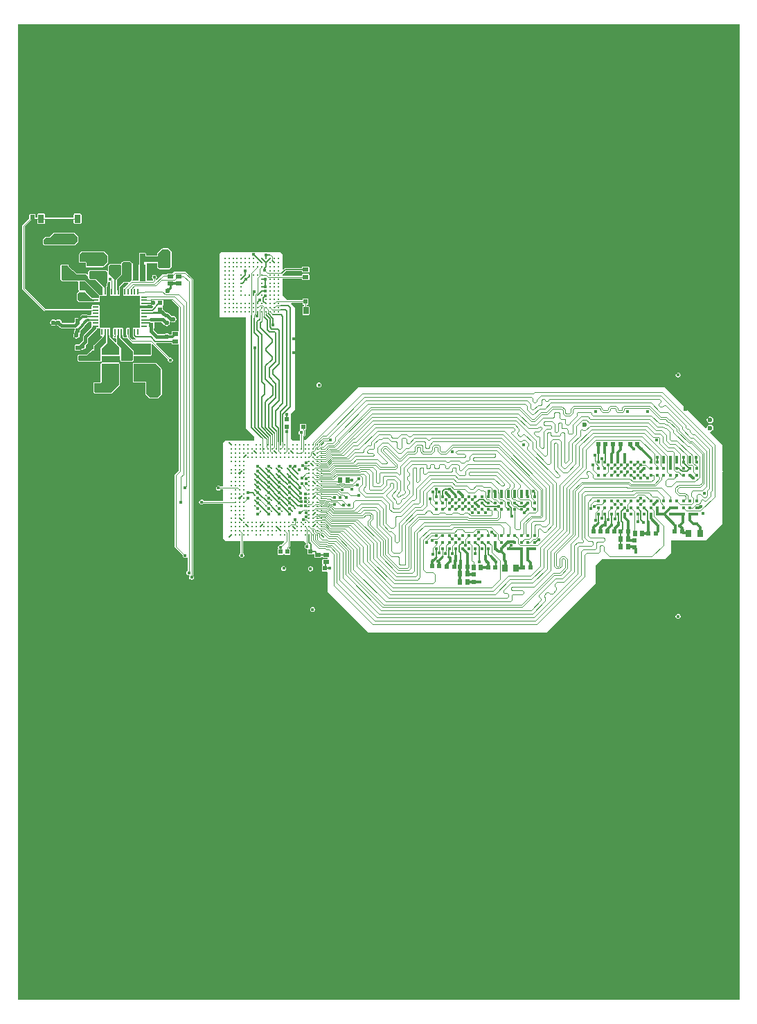
<source format=gtl>
G04 Layer_Physical_Order=1*
G04 Layer_Color=255*
%FSLAX43Y43*%
%MOMM*%
G71*
G01*
G75*
%ADD10R,0.510X0.560*%
%ADD11R,0.510X0.700*%
%ADD12R,0.700X0.510*%
%ADD13R,0.560X0.510*%
%ADD14C,0.230*%
%ADD15R,0.640X0.890*%
%ADD16C,0.400*%
%ADD17R,0.750X1.000*%
%ADD18R,0.890X0.640*%
%ADD19R,0.800X2.000*%
%ADD20R,2.000X0.800*%
%ADD21R,0.200X0.800*%
%ADD22R,4.600X3.600*%
%ADD23R,0.800X0.200*%
%ADD24C,0.120*%
%ADD25C,0.200*%
%ADD26C,0.300*%
%ADD27C,0.100*%
%ADD28C,0.090*%
%ADD29C,0.250*%
%ADD30C,0.150*%
%ADD31C,0.130*%
%ADD32C,0.175*%
%ADD33C,0.500*%
%ADD34C,0.700*%
%ADD35C,0.400*%
%ADD36C,0.600*%
%ADD37C,0.450*%
%ADD38C,0.250*%
%ADD39C,0.600*%
G36*
X88592Y65000D02*
X86571Y65000D01*
X86500Y65071D01*
X86500Y68250D01*
X85003Y69747D01*
X85041Y69850D01*
X85156Y69873D01*
X85288Y69962D01*
X85377Y70094D01*
X85408Y70250D01*
X85377Y70406D01*
X85288Y70538D01*
X85156Y70627D01*
X85000Y70658D01*
X84844Y70627D01*
X84712Y70538D01*
X84623Y70406D01*
X84600Y70291D01*
X84497Y70253D01*
X79500Y75250D01*
X42000D01*
X35512Y68762D01*
X35412Y68780D01*
Y69208D01*
X35465Y69260D01*
X35512Y69375D01*
Y69945D01*
X35575Y70055D01*
X35607Y70068D01*
X35638Y70145D01*
Y70655D01*
X35607Y70732D01*
X35530Y70763D01*
X34970D01*
X34893Y70732D01*
X34862Y70655D01*
Y70145D01*
X34887Y70085D01*
X34885Y70038D01*
X34866Y69971D01*
X34784Y69916D01*
X34717Y69817D01*
X34694Y69700D01*
X34717Y69583D01*
X34784Y69484D01*
X34843Y69444D01*
Y68750D01*
X34000D01*
X33750Y69000D01*
Y72000D01*
X34250Y72500D01*
Y85000D01*
X33780Y85470D01*
X33818Y85563D01*
X35162D01*
Y85445D01*
X35193Y85368D01*
X35270Y85337D01*
X35363D01*
Y85178D01*
X35280D01*
X35203Y85147D01*
X35172Y85070D01*
Y84180D01*
X35203Y84103D01*
X35280Y84072D01*
X35920D01*
X35997Y84103D01*
X36028Y84180D01*
Y85070D01*
X35997Y85147D01*
X35920Y85178D01*
X35687D01*
Y85337D01*
X35780D01*
X35857Y85368D01*
X35888Y85445D01*
Y86005D01*
X35857Y86082D01*
X35780Y86113D01*
X35270D01*
X35193Y86082D01*
X35162Y86005D01*
Y85887D01*
X33363D01*
X32750Y86500D01*
Y88568D01*
X35117D01*
Y88470D01*
X35148Y88393D01*
X35225Y88362D01*
X35925D01*
X36002Y88393D01*
X36033Y88470D01*
Y88980D01*
X36002Y89057D01*
X35925Y89088D01*
X35225D01*
X35148Y89057D01*
X35117Y88980D01*
Y88882D01*
X32750D01*
Y89044D01*
X32773Y89048D01*
X32835Y89090D01*
X33179Y89434D01*
X35117D01*
Y89370D01*
X35148Y89293D01*
X35225Y89262D01*
X35925D01*
X36002Y89293D01*
X36033Y89370D01*
Y89880D01*
X36002Y89957D01*
X35925Y89988D01*
X35225D01*
X35148Y89957D01*
X35117Y89880D01*
Y89816D01*
X33100D01*
X33027Y89802D01*
X32965Y89760D01*
X32842Y89638D01*
X32750Y89676D01*
Y91500D01*
X32500Y91750D01*
X25250D01*
X25000Y91500D01*
Y83750D01*
X28250D01*
X28250Y70250D01*
X29250Y69250D01*
Y68750D01*
X25750D01*
X25500Y68500D01*
Y63097D01*
X25146D01*
X25106Y63156D01*
X25007Y63223D01*
X24890Y63246D01*
X24773Y63223D01*
X24674Y63156D01*
X24607Y63057D01*
X24584Y62940D01*
X24607Y62823D01*
X24674Y62724D01*
X24773Y62657D01*
X24890Y62634D01*
X25007Y62657D01*
X25106Y62724D01*
X25146Y62783D01*
X25500D01*
Y61357D01*
X23106D01*
X23066Y61416D01*
X22967Y61483D01*
X22850Y61506D01*
X22733Y61483D01*
X22634Y61416D01*
X22567Y61317D01*
X22544Y61200D01*
X22567Y61083D01*
X22634Y60984D01*
X22733Y60917D01*
X22850Y60894D01*
X22967Y60917D01*
X23066Y60984D01*
X23106Y61043D01*
X25500D01*
Y56750D01*
X25775Y56475D01*
X27593D01*
Y54931D01*
X27534Y54891D01*
X27467Y54792D01*
X27444Y54675D01*
X27467Y54558D01*
X27534Y54459D01*
X27633Y54392D01*
X27750Y54369D01*
X27867Y54392D01*
X27966Y54459D01*
X28033Y54558D01*
X28056Y54675D01*
X28033Y54792D01*
X27966Y54891D01*
X27907Y54931D01*
Y56475D01*
X32922D01*
X32961Y56383D01*
X32570Y55992D01*
X32500Y56006D01*
X32383Y55983D01*
X32284Y55916D01*
X32217Y55817D01*
X32194Y55700D01*
X32212Y55610D01*
X32215Y55578D01*
X32160Y55488D01*
X32143Y55482D01*
X32112Y55405D01*
Y54895D01*
X32143Y54818D01*
X32220Y54787D01*
X32780D01*
X32857Y54818D01*
X32858Y54823D01*
X32967D01*
X32968Y54818D01*
X33045Y54787D01*
X33605D01*
X33682Y54818D01*
X33713Y54895D01*
Y55405D01*
X33682Y55482D01*
X33605Y55513D01*
X33490D01*
X33485Y55613D01*
X33611Y55739D01*
X33657Y55850D01*
Y56475D01*
X35225D01*
X35250Y56500D01*
X35593Y56157D01*
Y56031D01*
X35534Y55991D01*
X35467Y55892D01*
X35444Y55775D01*
X35467Y55658D01*
X35534Y55559D01*
X35633Y55492D01*
X35699Y55479D01*
X35759Y55445D01*
X35787Y55374D01*
Y54920D01*
X35818Y54843D01*
X35895Y54812D01*
X36455D01*
X36517Y54837D01*
X36617Y54798D01*
Y54520D01*
X36648Y54443D01*
X36725Y54412D01*
X37425D01*
X37502Y54443D01*
X37508Y54460D01*
X37617D01*
X37623Y54443D01*
X37700Y54412D01*
X38250D01*
Y54238D01*
X37700D01*
X37623Y54207D01*
X37592Y54130D01*
Y53620D01*
X37611Y53574D01*
X37623Y53543D01*
X37576Y53460D01*
X37568Y53457D01*
X37537Y53380D01*
Y52820D01*
X37568Y52743D01*
X37645Y52712D01*
X38155D01*
X38250Y52643D01*
Y50250D01*
X43250Y45250D01*
X65000Y45250D01*
X71000Y51250D01*
X71000Y53500D01*
X71750Y54250D01*
X79500Y54250D01*
X80250Y55000D01*
Y56500D01*
X84500Y56500D01*
X86500Y58500D01*
X86500Y64929D01*
X86571Y65000D01*
X88592D01*
Y408D01*
X408D01*
Y119592D01*
X88592D01*
Y65000D01*
D02*
G37*
%LPC*%
G36*
X17250Y78208D02*
X14550D01*
X14473Y78177D01*
X14442Y78100D01*
Y75950D01*
X14473Y75873D01*
X14550Y75842D01*
X15992D01*
Y74500D01*
X16023Y74423D01*
X16023Y74423D01*
X16523Y73923D01*
X16600Y73892D01*
X17525D01*
X17525Y73892D01*
X17602Y73923D01*
X17602Y73923D01*
X17952Y74273D01*
X17983Y74350D01*
Y77475D01*
X17983Y77475D01*
X17952Y77552D01*
X17952Y77552D01*
X17327Y78177D01*
X17250Y78208D01*
D02*
G37*
G36*
X85000Y71658D02*
X84844Y71627D01*
X84712Y71538D01*
X84623Y71406D01*
X84592Y71250D01*
X84623Y71094D01*
X84712Y70962D01*
X84844Y70873D01*
X85000Y70842D01*
X85156Y70873D01*
X85288Y70962D01*
X85377Y71094D01*
X85408Y71250D01*
X85377Y71406D01*
X85288Y71538D01*
X85156Y71627D01*
X85000Y71658D01*
D02*
G37*
G36*
X8050Y96458D02*
X7300D01*
X7223Y96427D01*
X7192Y96350D01*
Y96012D01*
X3708D01*
Y96350D01*
X3677Y96427D01*
X3600Y96458D01*
X2850D01*
X2773Y96427D01*
X2742Y96350D01*
Y96012D01*
X2563D01*
Y96305D01*
X2532Y96382D01*
X2455Y96413D01*
X1895D01*
X1818Y96382D01*
X1787Y96305D01*
Y95916D01*
X985Y95115D01*
X938Y95000D01*
Y87250D01*
X985Y87135D01*
X3560Y84560D01*
X3675Y84513D01*
X9354D01*
X9407Y84413D01*
X9392Y84375D01*
Y84175D01*
X9323Y84079D01*
X8920D01*
X8873Y84110D01*
X8775Y84130D01*
X8250D01*
X8152Y84110D01*
X8070Y84055D01*
X7728Y83713D01*
X7445D01*
X7368Y83682D01*
X7337Y83605D01*
Y83199D01*
X7208Y83071D01*
X5862D01*
X5752Y83181D01*
X5727Y83306D01*
X5638Y83438D01*
X5506Y83527D01*
X5350Y83558D01*
X5194Y83527D01*
X5088Y83456D01*
X4987D01*
X4881Y83527D01*
X4725Y83558D01*
X4569Y83527D01*
X4437Y83438D01*
X4348Y83306D01*
X4317Y83150D01*
X4348Y82994D01*
X4437Y82862D01*
X4569Y82773D01*
X4725Y82742D01*
X4881Y82773D01*
X4987Y82844D01*
X5088D01*
X5194Y82773D01*
X5319Y82748D01*
X5519Y82549D01*
X5519Y82549D01*
X5618Y82482D01*
X5735Y82459D01*
X7244D01*
X7335Y82455D01*
X7337Y82365D01*
Y82244D01*
X7334Y82241D01*
X7267Y82142D01*
X7244Y82025D01*
X7244Y82025D01*
Y81862D01*
X7173Y81756D01*
X7142Y81600D01*
X7173Y81444D01*
X7262Y81312D01*
X7394Y81223D01*
X7550Y81192D01*
X7706Y81223D01*
X7838Y81312D01*
X7927Y81444D01*
X7958Y81600D01*
X7941Y81687D01*
X7953Y81773D01*
X8010Y81810D01*
X8032Y81818D01*
X8063Y81895D01*
Y82178D01*
X8455Y82570D01*
X8510Y82652D01*
X8530Y82750D01*
Y82767D01*
X8730Y82968D01*
X8745Y82989D01*
X8976Y83220D01*
X9075D01*
X9173Y83240D01*
X9220Y83271D01*
X9323D01*
X9392Y83175D01*
Y82975D01*
X9402Y82951D01*
X9418Y82875D01*
X9402Y82799D01*
X9392Y82775D01*
Y82601D01*
X9389Y82598D01*
X9389Y82597D01*
X8419Y81626D01*
X8352Y81527D01*
X8329Y81410D01*
X8329Y81410D01*
Y80937D01*
X7856Y80463D01*
X7445D01*
X7368Y80432D01*
X7337Y80355D01*
Y79795D01*
X7368Y79718D01*
X7445Y79687D01*
X7955D01*
X8032Y79718D01*
X8063Y79795D01*
Y79821D01*
X8142Y79874D01*
X8144Y79873D01*
X8300Y79842D01*
X8456Y79873D01*
X8588Y79962D01*
X8677Y80094D01*
X8708Y80250D01*
X8677Y80406D01*
X8672Y80414D01*
X8851Y80594D01*
X8851Y80594D01*
X8918Y80693D01*
X8941Y80810D01*
X8941Y80810D01*
Y81283D01*
X9941Y82284D01*
X9950Y82297D01*
X9978Y82302D01*
X10044Y82346D01*
X10088Y82413D01*
X10099Y82467D01*
X10300D01*
X10361Y82492D01*
X10447Y82439D01*
X10442Y82425D01*
X10442Y81625D01*
X10473Y81548D01*
X10550Y81517D01*
X10691D01*
X10731Y81417D01*
X9676Y80416D01*
X9675Y80415D01*
X9673Y80414D01*
X9658Y80377D01*
X9642Y80341D01*
X9642Y80339D01*
X9642Y80338D01*
X9642Y79929D01*
X9571Y79858D01*
X9438Y79858D01*
X9401Y79843D01*
X9363Y79828D01*
X9100Y79578D01*
X9100Y79577D01*
X9098Y79577D01*
X8780Y79258D01*
X7900Y79258D01*
X7823Y79227D01*
X7823Y79227D01*
X7698Y79102D01*
X7698Y79102D01*
X7698Y79102D01*
X7667Y79025D01*
X7667Y78650D01*
X7667Y78650D01*
X7667Y78650D01*
X7684Y78609D01*
X7698Y78573D01*
X7698Y78573D01*
X7698Y78573D01*
X7873Y78398D01*
X7873Y78398D01*
X7873Y78398D01*
X7950Y78367D01*
X10500Y78367D01*
X10577Y78398D01*
X10608Y78475D01*
Y78986D01*
X10625Y79007D01*
X10708Y79067D01*
X12675Y79067D01*
X12675Y79067D01*
X12752Y79098D01*
X12794Y79114D01*
X12892Y79053D01*
X12892Y78550D01*
X12892Y78550D01*
X12892Y78550D01*
X12909Y78508D01*
X12923Y78473D01*
X12923Y78473D01*
X12923Y78473D01*
X12998Y78398D01*
X13038Y78382D01*
X13075Y78367D01*
X14325Y78367D01*
X14402Y78398D01*
X14402Y78398D01*
X14502Y78498D01*
X14502Y78498D01*
X14522Y78549D01*
X14533Y78575D01*
X14533Y78976D01*
X14574Y79065D01*
X14575Y79067D01*
X15125Y79067D01*
X16575Y79067D01*
X16575Y79067D01*
X16575Y79067D01*
X16575D01*
X16608Y79081D01*
X16652Y79098D01*
X16702Y79148D01*
X16702Y79148D01*
X16702Y79148D01*
X16717Y79187D01*
X16733Y79225D01*
X16733Y79225D01*
X16733Y79225D01*
X16733Y80496D01*
X16833Y80537D01*
X18732Y78639D01*
X18719Y78575D01*
X18742Y78458D01*
X18809Y78359D01*
X18908Y78292D01*
X19025Y78269D01*
X19142Y78292D01*
X19241Y78359D01*
X19308Y78458D01*
X19331Y78575D01*
X19308Y78692D01*
X19241Y78791D01*
X19142Y78858D01*
X19025Y78881D01*
X18961Y78868D01*
X17284Y80546D01*
X17325Y80646D01*
X19167D01*
Y80595D01*
X19198Y80518D01*
X19275Y80487D01*
X19975D01*
X20038Y80445D01*
Y65042D01*
X19610Y64615D01*
X19563Y64500D01*
Y55775D01*
X19610Y55660D01*
X20532Y54739D01*
X20519Y54675D01*
X20542Y54558D01*
X20609Y54459D01*
X20708Y54392D01*
X20825Y54369D01*
X20942Y54392D01*
X21025Y54448D01*
X21086Y54430D01*
X21125Y54404D01*
Y52827D01*
X21071Y52791D01*
X21005Y52692D01*
X20982Y52575D01*
X21005Y52458D01*
X21071Y52359D01*
X21170Y52292D01*
X21288Y52269D01*
X21324Y52276D01*
X21385Y52186D01*
X21355Y52142D01*
X21332Y52025D01*
X21355Y51908D01*
X21421Y51809D01*
X21520Y51742D01*
X21638Y51719D01*
X21755Y51742D01*
X21854Y51809D01*
X21920Y51908D01*
X21943Y52025D01*
X21920Y52142D01*
X21854Y52241D01*
X21800Y52277D01*
Y88412D01*
X21752Y88527D01*
X20925Y89355D01*
X20810Y89402D01*
X19600D01*
X19485Y89355D01*
X19294Y89163D01*
X18675D01*
X18598Y89132D01*
X18570Y89062D01*
X18150D01*
X18035Y89015D01*
X17337Y88317D01*
X17245Y88355D01*
X17242Y88451D01*
X17291Y88484D01*
X17358Y88583D01*
X17381Y88700D01*
X17358Y88817D01*
X17291Y88916D01*
X17192Y88983D01*
X17075Y89006D01*
X16958Y88983D01*
X16859Y88916D01*
X16792Y88817D01*
X16769Y88700D01*
X16792Y88583D01*
X16859Y88484D01*
X16913Y88448D01*
Y88317D01*
X16833Y88237D01*
X16183D01*
Y90225D01*
X16152Y90302D01*
X16116Y90316D01*
X16136Y90416D01*
X17392D01*
X17392Y89950D01*
X17392Y89950D01*
X17423Y89873D01*
X17424Y89873D01*
X17598Y89698D01*
X17636Y89683D01*
X17675Y89667D01*
X18900Y89667D01*
X18900Y89667D01*
X18977Y89698D01*
X18977Y89698D01*
X19127Y89848D01*
X19158Y89925D01*
Y91825D01*
X19158Y91825D01*
X19127Y91902D01*
X19127Y91902D01*
X18825Y92203D01*
X18748Y92235D01*
X18063D01*
X18063Y92235D01*
X17987Y92203D01*
Y92203D01*
X17423Y91640D01*
X17392Y91564D01*
X17392Y91405D01*
X17321Y91334D01*
X16053D01*
Y91595D01*
X16022Y91672D01*
X15945Y91703D01*
X15305D01*
X15228Y91672D01*
X15197Y91595D01*
Y90705D01*
X15228Y90628D01*
X15243Y90622D01*
Y90320D01*
X15198Y90302D01*
X15167Y90225D01*
Y88237D01*
X14446D01*
X14407Y88337D01*
X14433Y88400D01*
Y90350D01*
X14402Y90427D01*
X14402Y90427D01*
X14227Y90602D01*
X14150Y90633D01*
X13250D01*
X13250Y90633D01*
X13173Y90602D01*
X13023Y90452D01*
X12992Y90375D01*
X12928Y90332D01*
X12925Y90333D01*
X12703D01*
X12695Y90330D01*
X11805D01*
X11797Y90333D01*
X11675D01*
X11598Y90302D01*
X11423Y90127D01*
X11392Y90050D01*
Y89517D01*
X11299Y89479D01*
X11252Y89527D01*
X11175Y89558D01*
X9200D01*
X9200Y89558D01*
X9123Y89527D01*
X9123Y89527D01*
X9023Y89427D01*
X8992Y89350D01*
Y89005D01*
X8899Y88969D01*
X8754Y89124D01*
X8752Y89125D01*
X8752Y89127D01*
X8715Y89142D01*
X8679Y89158D01*
X8677Y89157D01*
X8675Y89158D01*
X7626D01*
X6583Y90002D01*
Y90150D01*
X6552Y90227D01*
X6475Y90258D01*
X5700Y90258D01*
X5623Y90227D01*
X5592Y90150D01*
X5592Y88458D01*
X5623Y88381D01*
X5623Y88381D01*
X5806Y88198D01*
X5883Y88167D01*
X7722Y88167D01*
X7792Y88075D01*
Y87175D01*
X7792Y87175D01*
X7823Y87098D01*
X7846Y87076D01*
X7833Y86974D01*
X7828Y86964D01*
X7798Y86952D01*
X7798Y86952D01*
X7623Y86777D01*
X7592Y86700D01*
Y85950D01*
X7623Y85873D01*
X7623Y85873D01*
X7798Y85698D01*
X7875Y85667D01*
X9500D01*
X9500Y85667D01*
X10300D01*
X10377Y85698D01*
X10408Y85775D01*
Y85975D01*
X10377Y86052D01*
X10377Y86098D01*
X10408Y86175D01*
Y86375D01*
X10497Y86417D01*
X10634Y86417D01*
X10750D01*
X10827Y86448D01*
X10830Y86448D01*
X10926Y86427D01*
X10950Y86417D01*
X11150D01*
X11227Y86448D01*
X11258Y86525D01*
Y87325D01*
X11254Y87335D01*
Y87365D01*
X11258Y87375D01*
Y87424D01*
X11343Y87594D01*
X11345Y87619D01*
X11354Y87642D01*
Y87750D01*
X11343Y87777D01*
X11344Y87783D01*
X11331Y87850D01*
X11340Y87896D01*
X11366Y87934D01*
X11385Y87947D01*
X11391Y87956D01*
X11402Y87961D01*
X11414Y87990D01*
X11431Y88016D01*
X11429Y88027D01*
X11433Y88037D01*
Y88147D01*
X11533Y88201D01*
X11583Y88167D01*
X11688Y88147D01*
Y87407D01*
X11673Y87402D01*
X11642Y87325D01*
Y86525D01*
X11673Y86448D01*
X11750Y86417D01*
X11950D01*
X11974Y86427D01*
X12050Y86443D01*
X12126Y86427D01*
X12150Y86417D01*
X12350D01*
X12374Y86427D01*
X12450Y86443D01*
X12526Y86427D01*
X12550Y86417D01*
X12750D01*
X12827Y86448D01*
X12858Y86525D01*
Y87325D01*
X12858Y87325D01*
Y87530D01*
X13345Y88017D01*
X13869D01*
X13908Y87924D01*
X13417Y87433D01*
X13350D01*
X13273Y87402D01*
X13242Y87325D01*
Y86525D01*
X13273Y86448D01*
X13350Y86417D01*
X13550D01*
X13574Y86427D01*
X13650Y86443D01*
X13726Y86427D01*
X13750Y86417D01*
X13950D01*
X13974Y86427D01*
X14050Y86443D01*
X14126Y86427D01*
X14150Y86417D01*
X14350D01*
X14374Y86427D01*
X14450Y86443D01*
X14526Y86427D01*
X14550Y86417D01*
X14750D01*
X14774Y86427D01*
X14850Y86443D01*
X14926Y86427D01*
X14950Y86417D01*
X15150D01*
X15211Y86442D01*
X15297Y86389D01*
X15292Y86375D01*
X15292Y86175D01*
X15323Y86098D01*
X15323Y86052D01*
X15292Y85975D01*
Y85775D01*
X15323Y85698D01*
X15323Y85652D01*
X15292Y85575D01*
Y85375D01*
X15323Y85298D01*
X15400Y85267D01*
X16200D01*
X16210Y85271D01*
X16685D01*
X16794Y85198D01*
X16900Y85177D01*
X16934Y85070D01*
X16743Y84879D01*
X16210D01*
X16200Y84883D01*
X15400D01*
X15323Y84852D01*
X15292Y84775D01*
Y84575D01*
X15323Y84498D01*
X15323Y84452D01*
X15292Y84375D01*
Y84175D01*
X15323Y84098D01*
X15323Y84052D01*
X15292Y83975D01*
Y83775D01*
X15302Y83751D01*
X15318Y83675D01*
X15302Y83599D01*
X15292Y83575D01*
Y83375D01*
X15323Y83298D01*
X15323Y83252D01*
X15292Y83175D01*
Y82975D01*
X15323Y82898D01*
X15323Y82852D01*
X15292Y82775D01*
Y82575D01*
X15297Y82561D01*
X15211Y82508D01*
X15194Y82515D01*
X15150Y82533D01*
X14950D01*
X14926Y82523D01*
X14850Y82507D01*
X14774Y82523D01*
X14750Y82533D01*
X14550D01*
X14473Y82502D01*
X14442Y82425D01*
Y81625D01*
X14446Y81615D01*
Y81561D01*
X14462Y81483D01*
X14506Y81416D01*
X14691Y81231D01*
X14691Y81231D01*
X14758Y81187D01*
X14744Y81087D01*
X14392D01*
X14029Y81450D01*
X14027Y81548D01*
X14058Y81625D01*
Y82425D01*
X14027Y82502D01*
X13950Y82533D01*
X13750D01*
X13673Y82502D01*
X13642Y82425D01*
Y81625D01*
X13673Y81548D01*
X13688Y81543D01*
Y81400D01*
X13643Y81333D01*
X13472Y81333D01*
X13462Y81329D01*
X13451Y81331D01*
X13450Y81331D01*
X13449Y81331D01*
X13438Y81329D01*
X13428Y81333D01*
X13415D01*
X13366Y81366D01*
X13329Y81422D01*
X13319Y81428D01*
X13315Y81438D01*
X13283Y81470D01*
X13283Y81575D01*
X13267Y81614D01*
X13258Y81635D01*
Y82425D01*
X13227Y82502D01*
X13150Y82533D01*
X12950D01*
X12926Y82523D01*
X12850Y82507D01*
X12774Y82523D01*
X12750Y82533D01*
X12550D01*
X12526Y82523D01*
X12450Y82507D01*
X12374Y82523D01*
X12350Y82533D01*
X12150D01*
X12073Y82502D01*
X12042Y82425D01*
Y81625D01*
X12063Y81575D01*
X12038Y81538D01*
X12021Y81450D01*
X12038Y81362D01*
X12088Y81288D01*
X12162Y81238D01*
X12250Y81221D01*
X12317Y81234D01*
X12388Y81196D01*
X12417Y81171D01*
X12417Y80744D01*
X12324Y80706D01*
X11683Y81345D01*
Y81575D01*
X11683Y81575D01*
X11658Y81635D01*
Y82425D01*
X11627Y82502D01*
X11550Y82533D01*
X11350D01*
X11326Y82523D01*
X11250Y82507D01*
X11174Y82523D01*
X11150Y82533D01*
X10950D01*
X10926Y82523D01*
X10850Y82507D01*
X10774Y82523D01*
X10750Y82533D01*
X10550D01*
X10489Y82508D01*
X10403Y82561D01*
X10408Y82575D01*
X10408Y82775D01*
X10398Y82799D01*
X10382Y82875D01*
X10398Y82951D01*
X10408Y82975D01*
Y83175D01*
X10377Y83252D01*
X10377Y83298D01*
X10408Y83375D01*
Y83575D01*
X10398Y83599D01*
X10382Y83675D01*
X10398Y83751D01*
X10408Y83775D01*
Y83975D01*
X10377Y84052D01*
X10377Y84098D01*
X10408Y84175D01*
Y84375D01*
X10377Y84452D01*
X10377Y84498D01*
X10408Y84575D01*
Y84775D01*
X10377Y84852D01*
X10377Y84898D01*
X10408Y84975D01*
Y85175D01*
X10377Y85252D01*
X10300Y85283D01*
X9500D01*
X9423Y85252D01*
X9392Y85175D01*
Y84975D01*
X9407Y84937D01*
X9354Y84837D01*
X3742D01*
X1262Y87317D01*
Y94933D01*
X2016Y95687D01*
X2455D01*
X2457Y95688D01*
X2742D01*
Y95350D01*
X2773Y95273D01*
X2850Y95242D01*
X3600D01*
X3677Y95273D01*
X3708Y95350D01*
Y95688D01*
X7192D01*
Y95350D01*
X7223Y95273D01*
X7300Y95242D01*
X8050D01*
X8127Y95273D01*
X8158Y95350D01*
Y96350D01*
X8127Y96427D01*
X8050Y96458D01*
D02*
G37*
G36*
X81100Y77056D02*
X80983Y77033D01*
X80884Y76966D01*
X80817Y76867D01*
X80794Y76750D01*
X80817Y76633D01*
X80884Y76534D01*
X80983Y76467D01*
X81100Y76444D01*
X81217Y76467D01*
X81316Y76534D01*
X81383Y76633D01*
X81406Y76750D01*
X81383Y76867D01*
X81316Y76966D01*
X81217Y77033D01*
X81100Y77056D01*
D02*
G37*
G36*
X10625Y78258D02*
X10548Y78227D01*
X10517Y78150D01*
X10517Y75945D01*
X10405Y75833D01*
X9725Y75833D01*
X9725Y75833D01*
X9648Y75802D01*
X9644Y75790D01*
X9617Y75725D01*
X9617Y74675D01*
X9617Y74675D01*
X9648Y74598D01*
X9648Y74598D01*
X9773Y74473D01*
X9850Y74442D01*
X11750D01*
X11750Y74442D01*
X11827Y74473D01*
X11827Y74473D01*
X12802Y75448D01*
X12833Y75525D01*
X12833Y78150D01*
X12802Y78227D01*
X12802Y78227D01*
X12725Y78258D01*
X10625Y78258D01*
D02*
G37*
G36*
X37200Y75831D02*
X37083Y75808D01*
X36984Y75741D01*
X36917Y75642D01*
X36894Y75525D01*
X36917Y75408D01*
X36984Y75309D01*
X37083Y75242D01*
X37200Y75219D01*
X37317Y75242D01*
X37416Y75309D01*
X37483Y75408D01*
X37506Y75525D01*
X37483Y75642D01*
X37416Y75741D01*
X37317Y75808D01*
X37200Y75831D01*
D02*
G37*
G36*
X36400Y48381D02*
X36283Y48358D01*
X36184Y48291D01*
X36117Y48192D01*
X36094Y48075D01*
X36117Y47958D01*
X36184Y47859D01*
X36283Y47792D01*
X36400Y47769D01*
X36517Y47792D01*
X36616Y47859D01*
X36683Y47958D01*
X36706Y48075D01*
X36683Y48192D01*
X36616Y48291D01*
X36517Y48358D01*
X36400Y48381D01*
D02*
G37*
G36*
X81100Y47556D02*
X80983Y47533D01*
X80884Y47466D01*
X80817Y47367D01*
X80794Y47250D01*
X80817Y47133D01*
X80884Y47034D01*
X80983Y46967D01*
X81100Y46944D01*
X81217Y46967D01*
X81316Y47034D01*
X81383Y47133D01*
X81406Y47250D01*
X81383Y47367D01*
X81316Y47466D01*
X81217Y47533D01*
X81100Y47556D01*
D02*
G37*
G36*
X4775Y94108D02*
X4698Y94077D01*
X4230Y93608D01*
X3800D01*
X3800Y93608D01*
X3723Y93577D01*
X3473Y93327D01*
X3442Y93250D01*
Y92800D01*
X3473Y92723D01*
X3473Y92723D01*
X3598Y92598D01*
X3675Y92567D01*
X7275D01*
X7352Y92598D01*
X7352Y92598D01*
X7752Y92998D01*
X7783Y93075D01*
Y93600D01*
X7752Y93677D01*
X7752Y93677D01*
X7352Y94077D01*
X7275Y94108D01*
X4775D01*
X4775Y94108D01*
D02*
G37*
G36*
X32900Y53431D02*
X32783Y53408D01*
X32684Y53341D01*
X32617Y53242D01*
X32594Y53125D01*
X32617Y53008D01*
X32684Y52909D01*
X32783Y52842D01*
X32900Y52819D01*
X33017Y52842D01*
X33116Y52909D01*
X33183Y53008D01*
X33206Y53125D01*
X33183Y53242D01*
X33116Y53341D01*
X33017Y53408D01*
X32900Y53431D01*
D02*
G37*
G36*
X8200Y91858D02*
X8123Y91827D01*
X7898Y91602D01*
X7867Y91525D01*
Y90825D01*
X7871Y90814D01*
X7869Y90803D01*
X7872Y90789D01*
Y90686D01*
X7869Y90672D01*
X7871Y90661D01*
X7867Y90650D01*
Y90528D01*
X7898Y90452D01*
X7975Y90420D01*
X8673D01*
X8689Y90414D01*
X8695Y90398D01*
Y90025D01*
X8714Y89980D01*
X8727Y89948D01*
X8803Y89917D01*
X8803Y89917D01*
X9525Y89917D01*
X10800Y89917D01*
X10800Y89917D01*
X10800Y89917D01*
X10839Y89933D01*
X10876Y89948D01*
X10876Y89948D01*
X10876Y89948D01*
X11377Y90448D01*
X11408Y90525D01*
X11408Y91300D01*
X11377Y91377D01*
X10927Y91827D01*
X10850Y91858D01*
X8200D01*
X8200Y91858D01*
D02*
G37*
G36*
X36175Y53356D02*
X36058Y53333D01*
X35959Y53266D01*
X35892Y53167D01*
X35869Y53050D01*
X35892Y52933D01*
X35959Y52834D01*
X36058Y52767D01*
X36175Y52744D01*
X36292Y52767D01*
X36391Y52834D01*
X36458Y52933D01*
X36481Y53050D01*
X36458Y53167D01*
X36391Y53266D01*
X36292Y53333D01*
X36175Y53356D01*
D02*
G37*
%LPD*%
G36*
X17875Y77475D02*
Y74350D01*
X17525Y74000D01*
X16600D01*
X16100Y74500D01*
Y75950D01*
X14550D01*
Y78100D01*
X17250D01*
X17875Y77475D01*
D02*
G37*
G36*
X12775Y81575D02*
X12775Y81293D01*
X14417Y79665D01*
X14417Y79225D01*
X14417Y79225D01*
X14417Y79225D01*
X14425Y79205D01*
X14425Y78575D01*
X14325Y78475D01*
X13075Y78475D01*
X13000Y78550D01*
X13000Y80075D01*
X12525Y80550D01*
X12525Y81575D01*
X12550Y81600D01*
X12750Y81600D01*
X12775Y81575D01*
D02*
G37*
G36*
X11575D02*
Y81300D01*
X12725Y80153D01*
X12725Y79225D01*
X12675Y79175D01*
X10675Y79175D01*
X10625Y79225D01*
X10625Y79975D01*
X11325Y80675D01*
Y81575D01*
X11350Y81600D01*
Y81600D01*
X11550D01*
X11575Y81575D01*
D02*
G37*
G36*
X19050Y91825D02*
Y89925D01*
X18900Y89775D01*
X17675Y89775D01*
X17500Y89950D01*
X17500Y91564D01*
X18063Y92127D01*
X18748D01*
X19050Y91825D01*
D02*
G37*
G36*
X11325Y89300D02*
Y88037D01*
X11288Y88012D01*
X11238Y87938D01*
X11221Y87850D01*
X11238Y87762D01*
X11246Y87750D01*
Y87642D01*
X11150Y87450D01*
Y87375D01*
X10950D01*
Y87450D01*
X9950Y88450D01*
X9225D01*
X9100Y88575D01*
Y89350D01*
X9200Y89450D01*
X11175D01*
X11325Y89300D01*
D02*
G37*
G36*
X14325Y90350D02*
Y88400D01*
X14050Y88125D01*
X13300D01*
X12750Y87575D01*
Y87100D01*
X12550D01*
Y88425D01*
X13100Y88975D01*
Y90375D01*
X13250Y90525D01*
X14150D01*
X14325Y90350D01*
D02*
G37*
G36*
X12992Y90158D02*
Y89042D01*
X12350Y88400D01*
Y88125D01*
X12150D01*
Y88450D01*
X11500Y89100D01*
Y90050D01*
X11675Y90225D01*
X11797D01*
X11805Y90222D01*
X12695D01*
X12703Y90225D01*
X12925D01*
X12992Y90158D01*
D02*
G37*
G36*
X20038Y85008D02*
Y82155D01*
X19975Y82113D01*
X19275D01*
X19198Y82082D01*
X19167Y82005D01*
Y81705D01*
X18886D01*
X18863Y81738D01*
X18731Y81827D01*
X18575Y81858D01*
X18419Y81827D01*
X18351Y81781D01*
X17514D01*
X17031Y82264D01*
Y82468D01*
X17032Y82468D01*
X17063Y82545D01*
Y83105D01*
X17058Y83119D01*
X17124Y83219D01*
X17940D01*
X18215Y82944D01*
X18287Y82837D01*
X18419Y82748D01*
X18575Y82717D01*
X18731Y82748D01*
X18863Y82837D01*
X18952Y82969D01*
X18983Y83125D01*
X18972Y83179D01*
X19043Y83250D01*
X19075Y83244D01*
X19126D01*
X19194Y83198D01*
X19350Y83167D01*
X19506Y83198D01*
X19638Y83287D01*
X19727Y83419D01*
X19758Y83575D01*
X19727Y83731D01*
X19638Y83863D01*
X19506Y83952D01*
X19350Y83983D01*
X19194Y83952D01*
X19178Y83941D01*
X18859Y84259D01*
X18752Y84331D01*
X18625Y84356D01*
X18546D01*
X18351Y84551D01*
X18351Y84551D01*
X18293Y84609D01*
X18293Y84609D01*
X18138Y84764D01*
Y85005D01*
X18107Y85082D01*
X18093Y85087D01*
Y85196D01*
X18115Y85205D01*
X18147Y85282D01*
Y85842D01*
X18161Y85863D01*
X19183D01*
X20038Y85008D01*
D02*
G37*
G36*
X11175Y81575D02*
X11175Y80725D01*
X10500Y80050D01*
Y78475D01*
X7950Y78475D01*
X7775Y78650D01*
X7775Y79025D01*
X7900Y79150D01*
X8825Y79150D01*
X9175Y79500D01*
X9438Y79750D01*
X9701Y79750D01*
X9750Y79801D01*
X9750Y80338D01*
X10925Y81451D01*
Y81575D01*
X10950Y81600D01*
X11150D01*
X11175Y81575D01*
D02*
G37*
G36*
X13175Y81575D02*
X13175Y81425D01*
X13239Y81361D01*
X13288Y81288D01*
X13361Y81239D01*
X13375Y81225D01*
X13428D01*
X13450Y81221D01*
X13472Y81225D01*
X13775Y81225D01*
X14400Y80600D01*
X16575Y80600D01*
X16625Y80550D01*
X16625Y79225D01*
X16575Y79175D01*
X15125Y79175D01*
X14575Y79175D01*
X14525Y79225D01*
X14525Y79750D01*
X12925Y81350D01*
X12925Y81575D01*
X12950Y81600D01*
X13150D01*
X13175Y81575D01*
D02*
G37*
G36*
X6475Y89950D02*
X7588Y89050D01*
X8675D01*
X8992Y88710D01*
Y88575D01*
X9023Y88498D01*
X9023Y88498D01*
X9148Y88373D01*
X9225Y88342D01*
X9334D01*
X9350Y88325D01*
X9875D01*
X10750Y87450D01*
X10750Y86525D01*
X10377Y86525D01*
X10377Y86527D01*
X8677Y88227D01*
X8629Y88246D01*
X8600Y88275D01*
X5883Y88275D01*
X5700Y88458D01*
X5700Y90150D01*
X6475Y90150D01*
Y89950D01*
D02*
G37*
G36*
X10300Y86450D02*
Y86175D01*
X9500D01*
X9498Y86180D01*
X9152Y86527D01*
X9152Y86527D01*
X8727Y86952D01*
X8727D01*
X8727Y86952D01*
X8679Y86971D01*
X8525Y87125D01*
X7950D01*
X7900Y87175D01*
Y88075D01*
X7975Y88150D01*
X8600D01*
X10300Y86450D01*
D02*
G37*
G36*
X9075D02*
X9421Y86104D01*
X9423Y86098D01*
X9429Y86096D01*
X9550Y85975D01*
X9700D01*
Y85775D01*
X7875D01*
X7700Y85950D01*
Y86700D01*
X7875Y86875D01*
X8650Y86875D01*
X9075Y86450D01*
D02*
G37*
G36*
X12725Y78150D02*
X12725Y75525D01*
X11750Y74550D01*
X9850D01*
X9725Y74675D01*
X9725Y75725D01*
X10450Y75725D01*
X10625Y75900D01*
X10625Y78150D01*
X12725Y78150D01*
D02*
G37*
G36*
X7675Y93600D02*
Y93075D01*
X7275Y92675D01*
X3675D01*
X3550Y92800D01*
Y93250D01*
X3800Y93500D01*
X4275D01*
X4775Y94000D01*
X7275D01*
X7675Y93600D01*
D02*
G37*
G36*
X11300Y91300D02*
X11300Y90525D01*
X10800Y90025D01*
X9525Y90025D01*
X8803Y90025D01*
Y90420D01*
X8772Y90497D01*
X8695Y90528D01*
X7975D01*
Y90650D01*
X7980Y90675D01*
Y90800D01*
X7975Y90825D01*
Y91525D01*
X8200Y91750D01*
X10850D01*
X11300Y91300D01*
D02*
G37*
D10*
X51000Y53400D02*
D03*
X51900D02*
D03*
X37900Y53100D02*
D03*
X37000D02*
D03*
X35525Y85725D02*
D03*
X36425D02*
D03*
X77475Y57375D02*
D03*
X78375D02*
D03*
X63050Y53250D02*
D03*
X62150D02*
D03*
X72425Y57625D02*
D03*
X73325D02*
D03*
X57875Y53250D02*
D03*
X58775D02*
D03*
X55350Y53325D02*
D03*
X54450D02*
D03*
X75220Y68315D02*
D03*
X76120D02*
D03*
X74975Y57625D02*
D03*
X74075D02*
D03*
X70750D02*
D03*
X71650D02*
D03*
X80675Y57600D02*
D03*
X81575D02*
D03*
X52825Y53325D02*
D03*
X53725D02*
D03*
X7700Y82175D02*
D03*
X6800D02*
D03*
X16700Y82825D02*
D03*
X17600D02*
D03*
X17775Y84725D02*
D03*
X18675D02*
D03*
X7700Y80075D02*
D03*
X6800D02*
D03*
X7700Y83325D02*
D03*
X6800D02*
D03*
X18684Y85562D02*
D03*
X17784D02*
D03*
X73140Y68275D02*
D03*
X74040D02*
D03*
X71340Y68285D02*
D03*
X72240D02*
D03*
D11*
X74075Y56725D02*
D03*
X74975D02*
D03*
X54450Y52450D02*
D03*
X55350D02*
D03*
X74975Y55750D02*
D03*
X74075D02*
D03*
X55350Y51475D02*
D03*
X54450D02*
D03*
X75825Y57375D02*
D03*
X76725D02*
D03*
X56100Y53250D02*
D03*
X57000D02*
D03*
X40675Y63925D02*
D03*
X39775D02*
D03*
D12*
X37075Y54775D02*
D03*
Y53875D02*
D03*
X38050D02*
D03*
Y54775D02*
D03*
X35575Y89625D02*
D03*
Y88725D02*
D03*
X19025Y88800D02*
D03*
Y87900D02*
D03*
X20074Y88813D02*
D03*
Y87913D02*
D03*
X19625Y81750D02*
D03*
Y80850D02*
D03*
D13*
X75775Y56550D02*
D03*
Y55650D02*
D03*
X56100Y52375D02*
D03*
Y51475D02*
D03*
X33325Y55150D02*
D03*
Y54250D02*
D03*
X35250Y70400D02*
D03*
Y71300D02*
D03*
X33250Y70400D02*
D03*
Y71300D02*
D03*
X32500Y55150D02*
D03*
Y54250D02*
D03*
X36175Y55175D02*
D03*
Y54275D02*
D03*
X2175Y96950D02*
D03*
Y96050D02*
D03*
D14*
X32200Y84475D02*
D03*
X31700D02*
D03*
X31200D02*
D03*
X30700D02*
D03*
X30200D02*
D03*
X29700D02*
D03*
X29200D02*
D03*
X28700D02*
D03*
X28200D02*
D03*
X27700D02*
D03*
X27200D02*
D03*
X26700D02*
D03*
X26200D02*
D03*
X25700D02*
D03*
X32200Y84975D02*
D03*
X31700D02*
D03*
X31200D02*
D03*
X30700D02*
D03*
X30200D02*
D03*
X29700D02*
D03*
X29200D02*
D03*
X28700D02*
D03*
X28200D02*
D03*
X27700D02*
D03*
X27200D02*
D03*
X26700D02*
D03*
X26200D02*
D03*
X25700D02*
D03*
X32200Y85475D02*
D03*
X31700D02*
D03*
X31200D02*
D03*
X30700D02*
D03*
X30200D02*
D03*
X29700D02*
D03*
X29200D02*
D03*
X28700D02*
D03*
X28200D02*
D03*
X27700D02*
D03*
X27200D02*
D03*
X26700D02*
D03*
X26200D02*
D03*
X25700D02*
D03*
X32200Y85975D02*
D03*
X31700D02*
D03*
X31200D02*
D03*
X30700D02*
D03*
X26700D02*
D03*
X26200D02*
D03*
X25700D02*
D03*
X32200Y86475D02*
D03*
X31700D02*
D03*
X31200D02*
D03*
X30200D02*
D03*
X29700D02*
D03*
X29200D02*
D03*
X28700D02*
D03*
X28200D02*
D03*
X27700D02*
D03*
X26700D02*
D03*
X26200D02*
D03*
X25700D02*
D03*
X32200Y86975D02*
D03*
X31700D02*
D03*
X31200D02*
D03*
X30200D02*
D03*
X27700D02*
D03*
X26700D02*
D03*
X26200D02*
D03*
X25700D02*
D03*
X32200Y87475D02*
D03*
X31700D02*
D03*
X31200D02*
D03*
X30200D02*
D03*
X27700D02*
D03*
X26700D02*
D03*
X26200D02*
D03*
X25700D02*
D03*
X32200Y87975D02*
D03*
X31700D02*
D03*
X31200D02*
D03*
X30200D02*
D03*
X27700D02*
D03*
X26700D02*
D03*
X26200D02*
D03*
X25700D02*
D03*
X32200Y88475D02*
D03*
X31700D02*
D03*
X31200D02*
D03*
X30200D02*
D03*
X27700D02*
D03*
X26700D02*
D03*
X26200D02*
D03*
X25700D02*
D03*
X32200Y88975D02*
D03*
X31700D02*
D03*
X31200D02*
D03*
X30200D02*
D03*
X29700D02*
D03*
X29200D02*
D03*
X28700D02*
D03*
X28200D02*
D03*
X27700D02*
D03*
X26700D02*
D03*
X26200D02*
D03*
X25700D02*
D03*
X32200Y89475D02*
D03*
X31700D02*
D03*
X31200D02*
D03*
X26700D02*
D03*
X26200D02*
D03*
X25700D02*
D03*
X32200Y89975D02*
D03*
X31700D02*
D03*
X31200D02*
D03*
X30700D02*
D03*
X30200D02*
D03*
X29700D02*
D03*
X29200D02*
D03*
X28700D02*
D03*
X28200D02*
D03*
X27700D02*
D03*
X27200D02*
D03*
X26700D02*
D03*
X26200D02*
D03*
X25700D02*
D03*
X32200Y90475D02*
D03*
X31700D02*
D03*
X31200D02*
D03*
X30700D02*
D03*
X30200D02*
D03*
X29700D02*
D03*
X29200D02*
D03*
X28700D02*
D03*
X28200D02*
D03*
X27700D02*
D03*
X27200D02*
D03*
X26700D02*
D03*
X26200D02*
D03*
X25700D02*
D03*
X32200Y90975D02*
D03*
X31700D02*
D03*
X31200D02*
D03*
X30700D02*
D03*
X30200D02*
D03*
X29700D02*
D03*
X29200D02*
D03*
X28700D02*
D03*
X28200D02*
D03*
X27700D02*
D03*
X27200D02*
D03*
X26700D02*
D03*
X26200D02*
D03*
X25700D02*
D03*
X37500Y57200D02*
D03*
X37000D02*
D03*
X36500D02*
D03*
X36000D02*
D03*
X35500D02*
D03*
X34500D02*
D03*
X34000D02*
D03*
X33000D02*
D03*
X32500D02*
D03*
X31500D02*
D03*
X31000D02*
D03*
X30000D02*
D03*
X29500D02*
D03*
X28500D02*
D03*
X28000D02*
D03*
X27500D02*
D03*
X27000D02*
D03*
X26500D02*
D03*
X37500Y57700D02*
D03*
X37000D02*
D03*
X36500D02*
D03*
X36000D02*
D03*
X35500D02*
D03*
X35000D02*
D03*
X34500D02*
D03*
X34000D02*
D03*
X33500D02*
D03*
X33000D02*
D03*
X32500D02*
D03*
X32000D02*
D03*
X31500D02*
D03*
X31000D02*
D03*
X30500D02*
D03*
X30000D02*
D03*
X29500D02*
D03*
X29000D02*
D03*
X28500D02*
D03*
X28000D02*
D03*
X27500D02*
D03*
X27000D02*
D03*
X26500D02*
D03*
X37500Y58200D02*
D03*
X37000D02*
D03*
X36500D02*
D03*
X36000D02*
D03*
X35500D02*
D03*
X35000D02*
D03*
X34500D02*
D03*
X34000D02*
D03*
X33500D02*
D03*
X33000D02*
D03*
X32500D02*
D03*
X32000D02*
D03*
X31500D02*
D03*
X31000D02*
D03*
X30500D02*
D03*
X30000D02*
D03*
X29500D02*
D03*
X29000D02*
D03*
X28500D02*
D03*
X28000D02*
D03*
X27500D02*
D03*
X27000D02*
D03*
X26500D02*
D03*
X37500Y58700D02*
D03*
X37000D02*
D03*
X36500D02*
D03*
X36000D02*
D03*
X35500D02*
D03*
X35000D02*
D03*
X34500D02*
D03*
X34000D02*
D03*
X33500D02*
D03*
X33000D02*
D03*
X32500D02*
D03*
X32000D02*
D03*
X31500D02*
D03*
X31000D02*
D03*
X30500D02*
D03*
X30000D02*
D03*
X29500D02*
D03*
X29000D02*
D03*
X28500D02*
D03*
X28000D02*
D03*
X27500D02*
D03*
X27000D02*
D03*
X26500D02*
D03*
X37500Y59200D02*
D03*
X37000D02*
D03*
X36500D02*
D03*
X36000D02*
D03*
X28000D02*
D03*
X27500D02*
D03*
X27000D02*
D03*
X26500D02*
D03*
X37000Y59700D02*
D03*
X36500D02*
D03*
X36000D02*
D03*
X28000D02*
D03*
X27500D02*
D03*
X27000D02*
D03*
X37500Y60200D02*
D03*
X37000D02*
D03*
X36500D02*
D03*
X36000D02*
D03*
X28000D02*
D03*
X27500D02*
D03*
X27000D02*
D03*
X26500D02*
D03*
X37500Y60700D02*
D03*
X37000D02*
D03*
X36500D02*
D03*
X36000D02*
D03*
X33950Y60100D02*
D03*
X33300D02*
D03*
X32650D02*
D03*
X32000D02*
D03*
X31350D02*
D03*
X30700D02*
D03*
X30050D02*
D03*
X28000Y60700D02*
D03*
X27500D02*
D03*
X27000D02*
D03*
X26500D02*
D03*
X37000Y61200D02*
D03*
X36500D02*
D03*
X36000D02*
D03*
X34600Y60750D02*
D03*
X33950D02*
D03*
X33300D02*
D03*
X32650D02*
D03*
X32000D02*
D03*
X31350D02*
D03*
X30700D02*
D03*
X30050D02*
D03*
X29400D02*
D03*
X28000Y61200D02*
D03*
X27500D02*
D03*
X27000D02*
D03*
X37500Y61700D02*
D03*
X37000D02*
D03*
X36500D02*
D03*
X36000D02*
D03*
X34600Y61400D02*
D03*
X33950D02*
D03*
X33300D02*
D03*
X32650D02*
D03*
X32000D02*
D03*
X31350D02*
D03*
X30700D02*
D03*
X30050D02*
D03*
X29400D02*
D03*
X28000Y61700D02*
D03*
X27500D02*
D03*
X27000D02*
D03*
X26500D02*
D03*
X37500Y62200D02*
D03*
X37000D02*
D03*
X36500D02*
D03*
X36000D02*
D03*
X34600Y62050D02*
D03*
X33950D02*
D03*
X33300D02*
D03*
X32650D02*
D03*
X32000D02*
D03*
X31350D02*
D03*
X30700D02*
D03*
X30050D02*
D03*
X29400D02*
D03*
X28000Y62200D02*
D03*
X27500D02*
D03*
X27000D02*
D03*
X26500D02*
D03*
X37000Y62700D02*
D03*
X36500D02*
D03*
X36000D02*
D03*
X34600D02*
D03*
X33950D02*
D03*
X33300D02*
D03*
X32650D02*
D03*
X32000D02*
D03*
X31350D02*
D03*
X30700D02*
D03*
X30050D02*
D03*
X29400D02*
D03*
X28000D02*
D03*
X27500D02*
D03*
X27000D02*
D03*
X37500Y63200D02*
D03*
X37000D02*
D03*
X36500D02*
D03*
X36000D02*
D03*
X34600Y63350D02*
D03*
X33950D02*
D03*
X33300D02*
D03*
X32650D02*
D03*
X32000D02*
D03*
X31350D02*
D03*
X30700D02*
D03*
X30050D02*
D03*
X29400D02*
D03*
X28000Y63200D02*
D03*
X27500D02*
D03*
X27000D02*
D03*
X26500D02*
D03*
X37500Y63700D02*
D03*
X37000D02*
D03*
X36500D02*
D03*
X36000D02*
D03*
X34600Y64000D02*
D03*
X33950D02*
D03*
X33300D02*
D03*
X32650D02*
D03*
X32000D02*
D03*
X31350D02*
D03*
X30700D02*
D03*
X30050D02*
D03*
X29400D02*
D03*
X28000Y63700D02*
D03*
X27500D02*
D03*
X27000D02*
D03*
X26500D02*
D03*
X37000Y64200D02*
D03*
X36500D02*
D03*
X36000D02*
D03*
X34600Y64650D02*
D03*
X33950D02*
D03*
X33300D02*
D03*
X32650D02*
D03*
X32000D02*
D03*
X31350D02*
D03*
X30700D02*
D03*
X30050D02*
D03*
X29400D02*
D03*
X28000Y64200D02*
D03*
X27500D02*
D03*
X27000D02*
D03*
X37500Y64700D02*
D03*
X37000D02*
D03*
X36500D02*
D03*
X36000D02*
D03*
X33950Y65300D02*
D03*
X33300D02*
D03*
X32650D02*
D03*
X32000D02*
D03*
X31350D02*
D03*
X30700D02*
D03*
X30050D02*
D03*
X28000Y64700D02*
D03*
X27500D02*
D03*
X27000D02*
D03*
X26500D02*
D03*
X37500Y65200D02*
D03*
X37000D02*
D03*
X36500D02*
D03*
X36000D02*
D03*
X28000D02*
D03*
X27500D02*
D03*
X27000D02*
D03*
X26500D02*
D03*
X37000Y65700D02*
D03*
X36500D02*
D03*
X36000D02*
D03*
X28000D02*
D03*
X27500D02*
D03*
X27000D02*
D03*
X37500Y66200D02*
D03*
X37000D02*
D03*
X36500D02*
D03*
X36000D02*
D03*
X28000D02*
D03*
X27500D02*
D03*
X27000D02*
D03*
X26500D02*
D03*
X37500Y66700D02*
D03*
X37000D02*
D03*
X36500D02*
D03*
X36000D02*
D03*
X35500D02*
D03*
X35000D02*
D03*
X34500D02*
D03*
X34000D02*
D03*
X33500D02*
D03*
X33000D02*
D03*
X32500D02*
D03*
X32000D02*
D03*
X31500D02*
D03*
X31000D02*
D03*
X30500D02*
D03*
X30000D02*
D03*
X29500D02*
D03*
X29000D02*
D03*
X28500D02*
D03*
X28000D02*
D03*
X27500D02*
D03*
X27000D02*
D03*
X26500D02*
D03*
X37500Y67200D02*
D03*
X37000D02*
D03*
X36500D02*
D03*
X36000D02*
D03*
X35500D02*
D03*
X35000D02*
D03*
X34500D02*
D03*
X34000D02*
D03*
X33500D02*
D03*
X33000D02*
D03*
X32500D02*
D03*
X32000D02*
D03*
X31500D02*
D03*
X31000D02*
D03*
X30500D02*
D03*
X30000D02*
D03*
X29500D02*
D03*
X29000D02*
D03*
X28500D02*
D03*
X28000D02*
D03*
X27500D02*
D03*
X27000D02*
D03*
X26500D02*
D03*
X37500Y67700D02*
D03*
X37000D02*
D03*
X36500D02*
D03*
X36000D02*
D03*
X35500D02*
D03*
X35000D02*
D03*
X34500D02*
D03*
X34000D02*
D03*
X33500D02*
D03*
X33000D02*
D03*
X32500D02*
D03*
X32000D02*
D03*
X31500D02*
D03*
X31000D02*
D03*
X30500D02*
D03*
X30000D02*
D03*
X29500D02*
D03*
X29000D02*
D03*
X28500D02*
D03*
X28000D02*
D03*
X27500D02*
D03*
X27000D02*
D03*
X26500D02*
D03*
X37500Y68200D02*
D03*
X37000D02*
D03*
X36500D02*
D03*
X36000D02*
D03*
X35500D02*
D03*
X34500D02*
D03*
X34000D02*
D03*
X33000D02*
D03*
X32500D02*
D03*
X31500D02*
D03*
X31000D02*
D03*
X30000D02*
D03*
X29500D02*
D03*
X28500D02*
D03*
X28000D02*
D03*
X27500D02*
D03*
X27000D02*
D03*
X26500D02*
D03*
D15*
X35600Y84625D02*
D03*
X37000D02*
D03*
X61300Y53175D02*
D03*
X59900D02*
D03*
X82375Y57375D02*
D03*
X83775D02*
D03*
X6875Y86350D02*
D03*
X8275D02*
D03*
X15625Y91150D02*
D03*
X14225D02*
D03*
X15150Y76450D02*
D03*
X13750D02*
D03*
X11250Y76450D02*
D03*
X9850D02*
D03*
X8275Y87625D02*
D03*
X6875D02*
D03*
X8450Y91175D02*
D03*
X7050D02*
D03*
D16*
X63525Y61900D02*
D03*
Y61100D02*
D03*
Y60300D02*
D03*
Y57100D02*
D03*
Y56300D02*
D03*
Y55500D02*
D03*
X62725Y61900D02*
D03*
Y61100D02*
D03*
Y60300D02*
D03*
Y57100D02*
D03*
Y56300D02*
D03*
Y55500D02*
D03*
X61925Y61900D02*
D03*
Y61100D02*
D03*
Y60300D02*
D03*
Y57100D02*
D03*
Y56300D02*
D03*
Y55500D02*
D03*
X61125Y61900D02*
D03*
Y61100D02*
D03*
Y60300D02*
D03*
Y57100D02*
D03*
Y56300D02*
D03*
Y55500D02*
D03*
X60325Y61900D02*
D03*
Y61100D02*
D03*
Y60300D02*
D03*
Y57100D02*
D03*
Y56300D02*
D03*
Y55500D02*
D03*
X59525Y61900D02*
D03*
Y61100D02*
D03*
Y60300D02*
D03*
Y57100D02*
D03*
Y56300D02*
D03*
Y55500D02*
D03*
X58725Y61900D02*
D03*
Y61100D02*
D03*
Y60300D02*
D03*
Y57100D02*
D03*
Y56300D02*
D03*
Y55500D02*
D03*
X57925Y61900D02*
D03*
Y61100D02*
D03*
Y60300D02*
D03*
Y57100D02*
D03*
Y56300D02*
D03*
Y55500D02*
D03*
X57125Y61900D02*
D03*
Y61100D02*
D03*
Y60300D02*
D03*
Y57100D02*
D03*
Y56300D02*
D03*
Y55500D02*
D03*
X56325Y61900D02*
D03*
Y61100D02*
D03*
Y60300D02*
D03*
Y57100D02*
D03*
Y56300D02*
D03*
Y55500D02*
D03*
X55525Y61900D02*
D03*
Y61100D02*
D03*
Y60300D02*
D03*
Y57100D02*
D03*
Y56300D02*
D03*
Y55500D02*
D03*
X54725Y61900D02*
D03*
Y61100D02*
D03*
Y60300D02*
D03*
Y57100D02*
D03*
Y56300D02*
D03*
Y55500D02*
D03*
X53925Y61900D02*
D03*
Y61100D02*
D03*
Y60300D02*
D03*
Y57100D02*
D03*
Y56300D02*
D03*
Y55500D02*
D03*
X53125Y61900D02*
D03*
Y61100D02*
D03*
Y60300D02*
D03*
Y57100D02*
D03*
Y56300D02*
D03*
Y55500D02*
D03*
X52325Y61900D02*
D03*
Y61100D02*
D03*
Y60300D02*
D03*
Y57100D02*
D03*
Y56300D02*
D03*
Y55500D02*
D03*
X51525Y61900D02*
D03*
Y61100D02*
D03*
Y60300D02*
D03*
Y57100D02*
D03*
Y56300D02*
D03*
Y55500D02*
D03*
X83350Y66125D02*
D03*
Y65325D02*
D03*
Y64525D02*
D03*
Y61325D02*
D03*
Y60525D02*
D03*
Y59725D02*
D03*
X82550Y66125D02*
D03*
Y65325D02*
D03*
Y64525D02*
D03*
Y61325D02*
D03*
Y60525D02*
D03*
Y59725D02*
D03*
X81750Y66125D02*
D03*
Y65325D02*
D03*
Y64525D02*
D03*
Y61325D02*
D03*
Y60525D02*
D03*
Y59725D02*
D03*
X80950Y66125D02*
D03*
Y65325D02*
D03*
Y64525D02*
D03*
Y61325D02*
D03*
Y60525D02*
D03*
Y59725D02*
D03*
X80150Y66125D02*
D03*
Y65325D02*
D03*
Y64525D02*
D03*
Y61325D02*
D03*
Y60525D02*
D03*
Y59725D02*
D03*
X79350Y66125D02*
D03*
Y65325D02*
D03*
Y64525D02*
D03*
Y61325D02*
D03*
Y60525D02*
D03*
Y59725D02*
D03*
X78550Y66125D02*
D03*
Y65325D02*
D03*
Y64525D02*
D03*
Y61325D02*
D03*
Y60525D02*
D03*
Y59725D02*
D03*
X77750Y66125D02*
D03*
Y65325D02*
D03*
Y64525D02*
D03*
Y61325D02*
D03*
Y60525D02*
D03*
Y59725D02*
D03*
X76950Y66125D02*
D03*
Y65325D02*
D03*
Y64525D02*
D03*
Y61325D02*
D03*
Y60525D02*
D03*
Y59725D02*
D03*
X76150Y66125D02*
D03*
Y65325D02*
D03*
Y64525D02*
D03*
Y61325D02*
D03*
Y60525D02*
D03*
Y59725D02*
D03*
X75350Y66125D02*
D03*
Y65325D02*
D03*
Y64525D02*
D03*
Y61325D02*
D03*
Y60525D02*
D03*
Y59725D02*
D03*
X74550Y66125D02*
D03*
Y65325D02*
D03*
Y64525D02*
D03*
Y61325D02*
D03*
Y60525D02*
D03*
Y59725D02*
D03*
X73750Y66125D02*
D03*
Y65325D02*
D03*
Y64525D02*
D03*
Y61325D02*
D03*
Y60525D02*
D03*
Y59725D02*
D03*
X72950Y66125D02*
D03*
Y65325D02*
D03*
Y64525D02*
D03*
Y61325D02*
D03*
Y60525D02*
D03*
Y59725D02*
D03*
X72150Y66125D02*
D03*
Y65325D02*
D03*
Y64525D02*
D03*
Y61325D02*
D03*
Y60525D02*
D03*
Y59725D02*
D03*
X71350Y66125D02*
D03*
Y65325D02*
D03*
Y64525D02*
D03*
Y61325D02*
D03*
Y60525D02*
D03*
Y59725D02*
D03*
X81100Y47250D02*
D03*
Y47750D02*
D03*
X77325Y72250D02*
D03*
X75900Y55100D02*
D03*
X62225Y68250D02*
D03*
X53500Y67325D02*
D03*
X71025Y72250D02*
D03*
X74925D02*
D03*
X54325Y60700D02*
D03*
X53525Y60700D02*
D03*
X56765Y53940D02*
D03*
X53855Y53950D02*
D03*
X54525D02*
D03*
X55325D02*
D03*
X52765Y62360D02*
D03*
X58855Y53940D02*
D03*
X51105Y54080D02*
D03*
X57745Y53940D02*
D03*
X62325Y59900D02*
D03*
X61925Y53950D02*
D03*
X51715Y54020D02*
D03*
X53215Y53950D02*
D03*
X62325Y60700D02*
D03*
X59925Y55900D02*
D03*
X60045Y53930D02*
D03*
X62725Y54125D02*
D03*
X54275Y62450D02*
D03*
X60725Y55900D02*
D03*
X51525Y62800D02*
D03*
X59125Y60700D02*
D03*
X60325Y62550D02*
D03*
X61925D02*
D03*
X62625D02*
D03*
X63385D02*
D03*
X61085D02*
D03*
X58325Y57500D02*
D03*
X59525Y62550D02*
D03*
X58675D02*
D03*
X57955D02*
D03*
X56725Y60700D02*
D03*
X60745Y59500D02*
D03*
X53175Y62750D02*
D03*
X64035Y56590D02*
D03*
X53505Y54930D02*
D03*
X56325Y54880D02*
D03*
X55125Y55900D02*
D03*
Y60700D02*
D03*
X53525Y61500D02*
D03*
Y56700D02*
D03*
X54325D02*
D03*
X55925Y61500D02*
D03*
Y60700D02*
D03*
X50395Y56250D02*
D03*
X51905Y55000D02*
D03*
X52625Y54900D02*
D03*
X51135Y54810D02*
D03*
X54325Y61500D02*
D03*
X55125D02*
D03*
X56725Y59900D02*
D03*
X52725Y61500D02*
D03*
X55925Y59900D02*
D03*
X50765Y61610D02*
D03*
X51125Y62440D02*
D03*
X51905D02*
D03*
X57525Y59900D02*
D03*
X51015Y56490D02*
D03*
X79350Y66675D02*
D03*
X78550Y66715D02*
D03*
X76590Y67675D02*
D03*
X76550Y65725D02*
D03*
Y64925D02*
D03*
X75000Y58345D02*
D03*
X73770Y58675D02*
D03*
X83350Y58575D02*
D03*
X77480Y58225D02*
D03*
X78660Y58325D02*
D03*
X78150Y60925D02*
D03*
X72140Y67275D02*
D03*
X72950Y66665D02*
D03*
X80950Y66675D02*
D03*
X72960Y58405D02*
D03*
X72170Y58375D02*
D03*
X70940Y58295D02*
D03*
X71340Y67275D02*
D03*
X80760Y58345D02*
D03*
X73750Y66765D02*
D03*
X75660Y67675D02*
D03*
X74550Y67055D02*
D03*
X80150Y66675D02*
D03*
X83850Y60715D02*
D03*
X82945Y64115D02*
D03*
X81300Y58315D02*
D03*
X76890Y58685D02*
D03*
X81750Y66675D02*
D03*
X82550D02*
D03*
X83290D02*
D03*
X74150Y65725D02*
D03*
X77350Y64125D02*
D03*
X75750Y65725D02*
D03*
X70710Y65745D02*
D03*
X76550Y64125D02*
D03*
X75750D02*
D03*
X74950Y64925D02*
D03*
X74150D02*
D03*
X73350Y65725D02*
D03*
X70850Y60702D02*
D03*
X70990Y58975D02*
D03*
X72550Y65725D02*
D03*
X70970Y66935D02*
D03*
X76150Y58845D02*
D03*
X71750Y66525D02*
D03*
X75750Y64925D02*
D03*
X74950Y65725D02*
D03*
X74150Y60925D02*
D03*
X72540Y59095D02*
D03*
X74950Y60125D02*
D03*
X73350Y60925D02*
D03*
X71760Y59205D02*
D03*
X73390Y59175D02*
D03*
X70440Y60405D02*
D03*
X35000Y69700D02*
D03*
X20325Y61200D02*
D03*
X22850D02*
D03*
X29375Y80100D02*
D03*
X29300Y86950D02*
D03*
X29600Y83925D02*
D03*
X30625Y86400D02*
D03*
X31575Y82875D02*
D03*
X34075Y81125D02*
D03*
X7025Y97275D02*
D03*
X2175Y97475D02*
D03*
X21638Y52025D02*
D03*
X21288Y52575D02*
D03*
X36175Y53050D02*
D03*
X32900Y53125D02*
D03*
X32500Y55700D02*
D03*
X33250Y69825D02*
D03*
X22025Y53075D02*
D03*
X35750Y55775D02*
D03*
X24890Y62940D02*
D03*
X20800Y62950D02*
D03*
X20825Y54675D02*
D03*
X27750D02*
D03*
X22125Y62350D02*
D03*
X28525Y61725D02*
D03*
X34250Y59050D02*
D03*
X36175Y53700D02*
D03*
X19025Y78575D02*
D03*
X11700Y88450D02*
D03*
X9075Y90650D02*
D03*
X2750Y81750D02*
D03*
X4250Y83801D02*
D03*
X3750Y85750D02*
D03*
X3250Y89500D02*
D03*
X4250Y90500D02*
D03*
X1475Y92975D02*
D03*
X12850Y84475D02*
D03*
X22550Y78900D02*
D03*
Y81100D02*
D03*
X22000Y76775D02*
D03*
X22550Y83250D02*
D03*
X9900Y90250D02*
D03*
X17075Y88700D02*
D03*
X11150Y85650D02*
D03*
X11125Y84450D02*
D03*
Y83225D02*
D03*
X14600D02*
D03*
Y84475D02*
D03*
Y85650D02*
D03*
X12875D02*
D03*
Y83225D02*
D03*
X6175Y82175D02*
D03*
Y80075D02*
D03*
X6100Y83275D02*
D03*
X9000Y78775D02*
D03*
X8075D02*
D03*
X8550D02*
D03*
X12000Y83875D02*
D03*
Y85075D02*
D03*
X13725D02*
D03*
Y83875D02*
D03*
X14200Y78725D02*
D03*
X13725Y78725D02*
D03*
X13225D02*
D03*
X9450Y90250D02*
D03*
X35250Y71900D02*
D03*
X33250D02*
D03*
X35125Y63450D02*
D03*
X35625Y64025D02*
D03*
X35025Y61225D02*
D03*
X34275Y65575D02*
D03*
X35625Y66000D02*
D03*
X35225Y65675D02*
D03*
X35575Y65300D02*
D03*
X35125Y64175D02*
D03*
X35625Y63500D02*
D03*
X35575Y62225D02*
D03*
Y61725D02*
D03*
Y61225D02*
D03*
X35550Y60725D02*
D03*
X34875Y59875D02*
D03*
X35625Y59400D02*
D03*
X32500Y53650D02*
D03*
X29225Y91475D02*
D03*
X34075Y79450D02*
D03*
X28200Y89450D02*
D03*
X30625Y88475D02*
D03*
X28300Y88425D02*
D03*
X30700Y91450D02*
D03*
X29950Y85925D02*
D03*
X37050Y85650D02*
D03*
X30625Y86975D02*
D03*
Y87500D02*
D03*
X30550Y89575D02*
D03*
X34750Y65125D02*
D03*
X32325Y64975D02*
D03*
X31025Y61725D02*
D03*
Y60425D02*
D03*
X34975Y62250D02*
D03*
X33650Y65600D02*
D03*
X33625Y64325D02*
D03*
Y62375D02*
D03*
Y60425D02*
D03*
Y61075D02*
D03*
Y59775D02*
D03*
X32325Y65625D02*
D03*
Y63675D02*
D03*
Y63025D02*
D03*
Y62375D02*
D03*
Y61075D02*
D03*
Y60425D02*
D03*
Y59775D02*
D03*
X31025Y63675D02*
D03*
Y64325D02*
D03*
Y65625D02*
D03*
X29725D02*
D03*
Y64975D02*
D03*
Y61725D02*
D03*
Y60425D02*
D03*
Y59775D02*
D03*
X31025D02*
D03*
Y64975D02*
D03*
X32325Y64325D02*
D03*
X29725Y63025D02*
D03*
X31025Y61075D02*
D03*
X33625Y63675D02*
D03*
Y61725D02*
D03*
Y63025D02*
D03*
X34925Y61725D02*
D03*
X34900Y63000D02*
D03*
X35025Y60725D02*
D03*
X29725Y64325D02*
D03*
X31025Y63025D02*
D03*
X32325Y61725D02*
D03*
X29725Y62375D02*
D03*
Y61075D02*
D03*
Y63675D02*
D03*
X31025Y62375D02*
D03*
X38525Y53150D02*
D03*
X28525Y62350D02*
D03*
X35250Y59050D02*
D03*
X35600Y59900D02*
D03*
X39075Y60925D02*
D03*
X40500Y61800D02*
D03*
X41250Y63925D02*
D03*
X41850Y63300D02*
D03*
X41225Y62800D02*
D03*
X73350Y64925D02*
D03*
X78425Y68775D02*
D03*
X56850Y51475D02*
D03*
X38625Y68825D02*
D03*
X42025Y62000D02*
D03*
X40000Y62675D02*
D03*
X40900Y60825D02*
D03*
X40175D02*
D03*
X42075Y64075D02*
D03*
X39775Y61800D02*
D03*
X56725Y57500D02*
D03*
X76550Y61725D02*
D03*
X39075Y61800D02*
D03*
X56725Y56700D02*
D03*
X76550Y60925D02*
D03*
X84300Y62275D02*
D03*
X84150Y59800D02*
D03*
X72000Y53675D02*
D03*
X73250Y53900D02*
D03*
X75250D02*
D03*
X78000D02*
D03*
X80000D02*
D03*
X82000Y53400D02*
D03*
X75250Y51375D02*
D03*
X83500Y72300D02*
D03*
X73000Y52250D02*
D03*
X52675Y76550D02*
D03*
X60600Y77450D02*
D03*
X70350D02*
D03*
X81100Y76750D02*
D03*
Y77250D02*
D03*
X37200Y76025D02*
D03*
Y75525D02*
D03*
X36400Y48575D02*
D03*
Y48075D02*
D03*
D17*
X7675Y97350D02*
D03*
Y95850D02*
D03*
X3225Y97350D02*
D03*
Y95850D02*
D03*
D18*
X12250Y89250D02*
D03*
Y90650D02*
D03*
X9750Y79250D02*
D03*
Y77850D02*
D03*
X8250Y88700D02*
D03*
Y90100D02*
D03*
X13625Y79250D02*
D03*
Y77850D02*
D03*
D19*
X15675Y89225D02*
D03*
X13675D02*
D03*
D20*
X10275Y90900D02*
D03*
Y88900D02*
D03*
X15575Y77625D02*
D03*
Y79625D02*
D03*
X11675Y77625D02*
D03*
Y79625D02*
D03*
D21*
X15050Y82025D02*
D03*
X10650Y86925D02*
D03*
X13050D02*
D03*
X13450D02*
D03*
X13850D02*
D03*
X14250D02*
D03*
X14650D02*
D03*
X12650D02*
D03*
X12250D02*
D03*
X11850D02*
D03*
X11450D02*
D03*
X11050D02*
D03*
X10650Y82025D02*
D03*
X11050D02*
D03*
X11450D02*
D03*
X11850D02*
D03*
X12250D02*
D03*
X14650D02*
D03*
X14250D02*
D03*
X13850D02*
D03*
X13450D02*
D03*
X13050D02*
D03*
X12650D02*
D03*
X15050Y86925D02*
D03*
D22*
X12850Y84475D02*
D03*
D23*
X15800Y84275D02*
D03*
Y83875D02*
D03*
Y83475D02*
D03*
Y83075D02*
D03*
Y82675D02*
D03*
Y84675D02*
D03*
Y85075D02*
D03*
Y85475D02*
D03*
Y85875D02*
D03*
Y86275D02*
D03*
X9900D02*
D03*
Y85875D02*
D03*
Y85475D02*
D03*
Y85075D02*
D03*
Y82675D02*
D03*
Y83075D02*
D03*
Y83475D02*
D03*
Y83875D02*
D03*
Y84275D02*
D03*
Y84675D02*
D03*
D24*
X71360Y65285D02*
Y65606D01*
X63535Y57100D02*
Y58340D01*
X52312Y56350D02*
X52325D01*
X79300Y55950D02*
Y58295D01*
X77900Y54550D02*
X79300Y55950D01*
X72675Y54550D02*
X77900D01*
X72000Y55225D02*
X72675Y54550D01*
X46300Y58075D02*
X46525Y58300D01*
X45950Y58075D02*
X46300D01*
X45375Y58650D02*
X45950Y58075D01*
X46525Y58300D02*
Y59375D01*
X77625Y71375D02*
X78586Y70414D01*
X70350Y71375D02*
X77625D01*
X70175Y70950D02*
X77451D01*
X69900Y71225D02*
X70175Y70950D01*
X69425Y71225D02*
X69900D01*
X67720Y66345D02*
Y68545D01*
X70470Y70095D02*
X77118D01*
X68560Y68185D02*
X70470Y70095D01*
X68560Y65881D02*
Y68185D01*
X70650Y69675D02*
X76944D01*
X68980Y68005D02*
X70650Y69675D01*
X68980Y65707D02*
Y68005D01*
X70855Y69255D02*
X76680D01*
X69400Y67800D02*
X70855Y69255D01*
X69400Y65533D02*
Y67800D01*
X71035Y68835D02*
X76456D01*
X69820Y67620D02*
X71035Y68835D01*
X69820Y65359D02*
Y67620D01*
X70300Y70525D02*
X77282D01*
X68140Y66140D02*
Y68365D01*
X75700Y62150D02*
X75925Y62375D01*
X69923Y62150D02*
X75700D01*
X69700Y61922D02*
X69923Y62150D01*
X75450Y62525D02*
X75575Y62650D01*
X69659Y62525D02*
X75450D01*
X69310Y62176D02*
X69659Y62525D01*
X68890Y62350D02*
X69615Y63075D01*
X75575Y63700D02*
X77800D01*
X75200Y64075D02*
X75575Y63700D01*
X77800D02*
X78100Y64000D01*
X79100Y62925D02*
X80150Y61875D01*
X78575Y62650D02*
X79350Y61875D01*
X75575Y62650D02*
X78575D01*
X77510Y62375D02*
X77989Y61896D01*
X75925Y62375D02*
X77510D01*
X75875Y61750D02*
X76220Y62095D01*
X70628Y61750D02*
X75875D01*
X70080Y61202D02*
X70628Y61750D01*
X76220Y62095D02*
X76980D01*
X63650Y46725D02*
X69250Y52325D01*
X63475Y47150D02*
X68825Y52500D01*
X68400Y52675D02*
Y55915D01*
X67150Y51425D02*
X68400Y52675D01*
X68890Y57015D02*
Y62350D01*
X66100Y51850D02*
X66925D01*
X67975Y52900D01*
Y56100D01*
X68890Y57015D01*
X65500Y52875D02*
Y55150D01*
X67840Y57490D01*
Y62785D01*
X63350Y51325D02*
X65075Y53050D01*
Y55325D01*
X67420Y57670D01*
Y62959D01*
X67000Y57850D02*
Y63133D01*
X64650Y55500D02*
X67000Y57850D01*
X64650Y53225D02*
Y55500D01*
X63175Y51750D02*
X64650Y53225D01*
X66580Y58030D02*
Y63307D01*
X63025Y52200D02*
X64225Y53400D01*
Y55675D01*
X66580Y58030D01*
X60675Y51325D02*
X63350D01*
X39025Y51025D02*
X43775Y46275D01*
X39375Y51325D02*
X43975Y46725D01*
X39725Y51700D02*
X44275Y47150D01*
X40100Y51975D02*
X44500Y47575D01*
X40450Y52350D02*
X44800Y48000D01*
X41425Y52975D02*
X45325Y49075D01*
X41800Y53400D02*
X45700Y49500D01*
X42175Y53650D02*
X45875Y49950D01*
X42575Y53900D02*
X46100Y50375D01*
X63050Y72700D02*
Y73175D01*
X62625Y73600D02*
X63050Y73175D01*
X42925Y73600D02*
X62625D01*
X63325Y73525D02*
Y73875D01*
X63175Y74025D02*
X63325Y73875D01*
X42750Y74025D02*
X63175D01*
X42475Y74450D02*
X63400D01*
X63675Y73375D02*
X63825Y73525D01*
X63475Y73375D02*
X63675D01*
X63325Y73525D02*
X63475Y73375D01*
X43150Y73175D02*
X62400D01*
X62625Y72525D02*
X63250Y71900D01*
X62625Y72525D02*
Y72950D01*
X62400Y73175D02*
X62625Y72950D01*
X64150Y72625D02*
X64825D01*
X63425Y71900D02*
X64150Y72625D01*
X63250Y71900D02*
X63425D01*
X66575Y71550D02*
X66750Y71375D01*
X67325Y70800D02*
Y71312D01*
X67262Y71375D02*
X67325Y71312D01*
X66750Y71375D02*
X67262D01*
X65775Y71500D02*
X65900Y71625D01*
X64600Y71500D02*
X65775D01*
X66875Y70275D02*
Y70825D01*
X66425Y69925D02*
Y70800D01*
X66750Y70950D02*
X66875Y70825D01*
X66575Y70950D02*
X66750D01*
X66425Y70800D02*
X66575Y70950D01*
X66250Y69750D02*
X66425Y69925D01*
X66075Y69750D02*
X66250D01*
X64150Y68075D02*
Y69125D01*
X64050Y69225D02*
X64150Y69125D01*
X63800Y69225D02*
X64050D01*
X63925Y70200D02*
X64150Y70425D01*
X62825Y70200D02*
X63925D01*
X61400Y71625D02*
X62825Y70200D01*
X63500Y69700D02*
X63600Y69800D01*
X63500Y69525D02*
Y69700D01*
Y69525D02*
X63800Y69225D01*
X63600Y69800D02*
X64100D01*
X64425Y70125D01*
Y70325D01*
X64325Y70425D02*
X64425Y70325D01*
X64150Y70425D02*
X64325D01*
X63750Y70650D02*
X64600Y71500D01*
X62975Y70650D02*
X63750D01*
X61575Y72050D02*
X62975Y70650D01*
X80510Y69764D02*
Y69975D01*
Y69764D02*
X82244Y68030D01*
X67475Y70650D02*
X67700D01*
X67325Y70800D02*
X67475Y70650D01*
X66950Y70200D02*
X67450D01*
X66875Y70275D02*
X66950Y70200D01*
X64649Y70725D02*
Y70950D01*
X64774Y71075D02*
X65650D01*
X64649Y70950D02*
X64774Y71075D01*
X66000Y69825D02*
X66075Y69750D01*
X66000Y69825D02*
Y70725D01*
X65650Y71075D02*
X66000Y70725D01*
X64649D02*
X64774Y70600D01*
X65475D01*
X65600Y70475D01*
Y70250D02*
Y70475D01*
X65475Y70125D02*
X65600Y70250D01*
X64975Y70125D02*
X65475D01*
X64649Y69799D02*
X64975Y70125D01*
X64649Y67924D02*
Y69799D01*
X67170Y66080D02*
Y69650D01*
X66700Y69400D02*
Y69600D01*
X67070Y69750D02*
X67170Y69650D01*
X66850Y69750D02*
X67070D01*
X66700Y69600D02*
X66850Y69750D01*
X65550Y69400D02*
Y69625D01*
X65475Y69700D02*
X65550Y69625D01*
X65200Y69700D02*
X65475D01*
X65069Y69569D02*
X65200Y69700D01*
X65069Y66994D02*
Y69569D01*
X65325Y65850D02*
X65489Y66014D01*
X65125Y65850D02*
X65325D01*
X63275Y67700D02*
X65125Y65850D01*
X65489Y66014D02*
Y68639D01*
X66600Y69300D02*
X66700Y69400D01*
X65650Y69300D02*
X66600D01*
X65550Y69400D02*
X65650Y69300D01*
X66200Y68425D02*
X66330Y68295D01*
Y65495D02*
Y68295D01*
X66000Y68425D02*
X66200D01*
X65910Y68335D02*
X66000Y68425D01*
X65910Y65240D02*
Y68335D01*
X66750Y65675D02*
Y68625D01*
X66500Y68875D02*
X66750Y68625D01*
X65725Y68875D02*
X66500D01*
X65489Y68639D02*
X65725Y68875D01*
X62650Y67725D02*
X66175Y64200D01*
X62650Y67725D02*
Y67950D01*
X62825Y68125D01*
Y68375D01*
X61625Y69900D02*
Y70175D01*
X61425Y69700D02*
X61625Y69900D01*
X61425Y69525D02*
Y69700D01*
X61075Y70725D02*
X61625Y70175D01*
X62325Y69475D02*
X63275Y68525D01*
X62125Y69475D02*
X62325D01*
X61875Y69225D02*
X62125Y69475D01*
X61725Y69225D02*
X61875D01*
X61425Y69525D02*
X61725Y69225D01*
X62400Y68800D02*
X62825Y68375D01*
X60900Y70300D02*
X61075Y70125D01*
X62125Y68800D02*
X62400D01*
X61925Y68600D02*
X62125Y68800D01*
X61725Y68600D02*
X61925D01*
X60700Y69625D02*
X61725Y68600D01*
X60700Y69625D02*
Y69750D01*
X60775Y69825D01*
X60950D01*
X61075Y69950D01*
Y70125D01*
X36500Y68475D02*
X42475Y74450D01*
X36500Y68200D02*
Y68475D01*
X85550Y61896D02*
Y68239D01*
X83779Y60125D02*
X85550Y61896D01*
X85225Y62600D02*
Y67970D01*
X85100Y62475D02*
X85225Y62600D01*
X83101Y69500D02*
X84900Y67701D01*
Y62875D02*
Y67701D01*
X84680Y62655D02*
X84900Y62875D01*
X82927Y69080D02*
X84575Y67432D01*
Y63125D02*
Y67432D01*
X84035Y62585D02*
X84575Y63125D01*
X67375Y66000D02*
X67720Y66345D01*
X67250Y66000D02*
X67375D01*
X67170Y66080D02*
X67250Y66000D01*
X78586Y70414D02*
X79241D01*
X78766Y70834D02*
X79415D01*
X77451Y70950D02*
X78407Y69994D01*
X77282Y70525D02*
X78233Y69574D01*
X38050Y69325D02*
X42750Y74025D01*
X38525Y69200D02*
X42925Y73600D01*
X39150Y69175D02*
X43150Y73175D01*
X43700Y72050D02*
X61575D01*
X64550Y67825D02*
X64649Y67924D01*
X64400Y67825D02*
X64550D01*
X64150Y68075D02*
X64400Y67825D01*
X64925Y66850D02*
X65069Y66994D01*
X64725Y66850D02*
X64925D01*
X63700Y67875D02*
X64725Y66850D01*
X63700Y67875D02*
Y68700D01*
X67300Y65300D02*
X68140Y66140D01*
X67125Y65300D02*
X67300D01*
X66750Y65675D02*
X67125Y65300D01*
X39375Y67725D02*
X43700Y72050D01*
X38475Y69200D02*
X38525D01*
X67504Y64825D02*
X68560Y65881D01*
X67000Y64825D02*
X67504D01*
X66330Y65495D02*
X67000Y64825D01*
X65910Y65240D02*
X66625Y64525D01*
Y64375D02*
Y64525D01*
X66450Y64200D02*
X66625Y64375D01*
X66175Y64200D02*
X66450D01*
X63275Y67700D02*
Y68525D01*
X39600Y67525D02*
X43700Y71625D01*
X61400D01*
X39775Y67325D02*
X41400Y68950D01*
X61250Y71150D02*
X63700Y68700D01*
X43775Y71150D02*
X61250D01*
X41575Y68950D02*
X43775Y71150D01*
X41400Y68950D02*
X41575D01*
X39950Y67100D02*
X41375Y68525D01*
X43950Y70725D02*
X61075D01*
X41750Y68525D02*
X43950Y70725D01*
X41375Y68525D02*
X41750D01*
X44125Y70300D02*
X60900D01*
X41925Y68100D02*
X44125Y70300D01*
X41425Y68100D02*
X41925D01*
X40225Y66900D02*
X41425Y68100D01*
X44305Y69880D02*
X59837D01*
X42085Y67660D02*
X44305Y69880D01*
X41510Y67660D02*
X42085D01*
X59663Y69460D02*
X65775Y63348D01*
X43470Y68125D02*
X43545Y68200D01*
X42495Y67240D02*
X42655Y67400D01*
X41565Y67240D02*
X42495D01*
X47250Y69460D02*
X47899D01*
X45900D02*
X46075Y69285D01*
Y69168D02*
Y69285D01*
Y69168D02*
X46223Y69020D01*
X46810D01*
X47250Y69460D01*
X48687D02*
X59663D01*
X47899D02*
X48154Y69204D01*
X48431D01*
X48687Y69460D01*
X40550Y66700D02*
X41510Y67660D01*
X47900Y68525D02*
Y68865D01*
X47725Y69040D02*
X47900Y68865D01*
X47424Y69040D02*
X47725D01*
X47342Y68958D02*
X47424Y69040D01*
X47342Y67883D02*
Y68958D01*
X48223Y68402D02*
X48861Y69040D01*
X47134Y67675D02*
X47342Y67883D01*
X48023Y68402D02*
X48223D01*
X47900Y68525D02*
X48023Y68402D01*
X46975Y67675D02*
X47134D01*
X47214Y67161D02*
X47818Y67765D01*
X48180D01*
X47155Y65617D02*
X48253Y66715D01*
X54990D01*
X47575Y65443D02*
X48427Y66295D01*
X52649D01*
X47995Y65269D02*
X48601Y65875D01*
X50250D01*
X48660Y62123D02*
Y65340D01*
X48775Y65455D01*
X49020D01*
X49100Y65375D01*
X46749Y67900D02*
Y68501D01*
X46650Y68600D02*
X46749Y68501D01*
X46049Y68600D02*
X46650D01*
X46749Y67900D02*
X46975Y67675D01*
X48861Y69040D02*
X50274D01*
X50519Y68794D01*
X50721D01*
X50225Y67900D02*
Y68495D01*
X50100Y68620D02*
X50225Y68495D01*
X49035Y68620D02*
X50100D01*
X50721Y68794D02*
X50966Y69040D01*
X59489D01*
X43900Y66925D02*
Y67064D01*
X43795Y66820D02*
X43900Y66925D01*
X43739Y67225D02*
X43900Y67064D01*
X43200Y67225D02*
X43739D01*
X43075Y67350D02*
X43200Y67225D01*
X43840Y67700D02*
X43965Y67825D01*
X51140Y68620D02*
X59315D01*
X48180Y67765D02*
X49035Y68620D01*
X46894Y67161D02*
X47214D01*
X45600Y68455D02*
X46894Y67161D01*
X44955Y68455D02*
X45600D01*
X44385Y67885D02*
X44955Y68455D01*
X44385Y67260D02*
Y67885D01*
Y67260D02*
X45535Y66110D01*
X40800Y66475D02*
X41565Y67240D01*
X41645Y66820D02*
X43795D01*
X41075Y66250D02*
X41645Y66820D01*
X50225Y67900D02*
X50360Y67765D01*
X50550D01*
X50665Y67880D01*
Y68145D01*
X51140Y68620D01*
X59837Y69880D02*
X66150Y63567D01*
X59489Y69040D02*
X65355Y63174D01*
X59315Y68620D02*
X64935Y63000D01*
X44355Y66400D02*
X44870Y65885D01*
X41750Y66400D02*
X44355D01*
X45535Y66045D02*
Y66110D01*
X45375Y65885D02*
X45535Y66045D01*
X44870Y65885D02*
X45375D01*
X53950Y67375D02*
X54145Y67570D01*
X44685Y64835D02*
X46722D01*
X58880Y67570D02*
X63885Y62565D01*
X54145Y67570D02*
X58880D01*
X53950Y67250D02*
Y67375D01*
Y67250D02*
X54075Y67125D01*
X54950D01*
X55125Y66950D01*
Y66850D02*
Y66950D01*
X54990Y66715D02*
X55125Y66850D01*
X47155Y64650D02*
Y65617D01*
X47080Y64575D02*
X47155Y64650D01*
X46982Y64575D02*
X47080D01*
X46722Y64835D02*
X46982Y64575D01*
X61105Y60343D02*
X61128Y60320D01*
X55975Y67150D02*
X58706D01*
X55575Y66750D02*
X55975Y67150D01*
X55575Y66395D02*
Y66750D01*
X55188Y66295D02*
X55475D01*
X55575Y66395D01*
X56155Y66295D02*
X59405D01*
X56200Y66725D02*
X58675D01*
X56050Y66400D02*
X56155Y66295D01*
X56050Y66400D02*
Y66575D01*
X56200Y66725D01*
X58706Y67150D02*
X58775Y67081D01*
X47575Y62696D02*
Y65443D01*
Y62696D02*
X47723Y62548D01*
Y62374D02*
Y62548D01*
X47462Y62112D02*
X47723Y62374D01*
X47000Y61825D02*
X47287Y62112D01*
X47462D01*
X53252Y66295D02*
X54299D01*
X53067Y66109D02*
X53252Y66295D01*
X52834Y66109D02*
X53067D01*
X52649Y66295D02*
X52834Y66109D01*
X54897Y66003D02*
X55188Y66295D01*
X54591Y66003D02*
X54897D01*
X54299Y66295D02*
X54591Y66003D01*
X58775Y66825D02*
Y67081D01*
X58675Y66725D02*
X58775Y66825D01*
X59405Y66295D02*
X63025Y62675D01*
X47634Y61691D02*
X48240Y62297D01*
X47459Y61691D02*
X47634D01*
X46968Y61025D02*
X47243Y61300D01*
Y61474D02*
X47459Y61691D01*
X47243Y61300D02*
Y61474D01*
X47995Y63250D02*
X48240Y63495D01*
Y63725D01*
Y62297D02*
Y62625D01*
X47995Y62870D02*
X48240Y62625D01*
X47995Y62870D02*
Y63250D01*
X48240Y64520D02*
Y64755D01*
X47995Y64275D02*
X48240Y64520D01*
X47995Y63970D02*
X48240Y63725D01*
X47995Y63970D02*
Y64275D01*
Y65000D02*
X48240Y64755D01*
X47995Y65000D02*
Y65269D01*
X51975Y65875D02*
X52475D01*
X50900D02*
X51200D01*
X51875Y65775D02*
X51975Y65875D01*
X51875Y65425D02*
Y65775D01*
X51740Y65290D02*
X51875Y65425D01*
X51425Y65290D02*
X51740D01*
X51325Y65390D02*
X51425Y65290D01*
X51325Y65390D02*
Y65750D01*
X51200Y65875D02*
X51325Y65750D01*
X46776Y61825D02*
X47000D01*
X45150Y64415D02*
X46548D01*
X46675Y61925D02*
X46776Y61825D01*
X46675Y61925D02*
Y62138D01*
X47140Y62602D01*
Y63823D01*
X46548Y64415D02*
X47140Y63823D01*
X46665Y61100D02*
Y61342D01*
X46097Y61910D02*
X46665Y61342D01*
X46097Y61910D02*
Y62153D01*
X46720Y62776D01*
Y63649D01*
X46374Y63995D02*
X46720Y63649D01*
X45525Y63995D02*
X46374D01*
X45444Y61969D02*
Y62094D01*
X46300Y62950D01*
X45444Y61969D02*
X46245Y61168D01*
X46300Y62950D02*
Y63475D01*
X46200Y63575D02*
X46300Y63475D01*
X45950Y63575D02*
X46200D01*
X45860Y63485D02*
X45950Y63575D01*
X45860Y63128D02*
Y63485D01*
X44997Y62265D02*
X45860Y63128D01*
X42979Y62265D02*
X44997D01*
X45440Y63910D02*
X45525Y63995D01*
X45440Y63302D02*
Y63910D01*
X44823Y62685D02*
X45440Y63302D01*
X43410Y62685D02*
X44823D01*
X43825Y63105D02*
X44649D01*
X45020Y64285D02*
X45150Y64415D01*
X45020Y63476D02*
Y64285D01*
X44649Y63105D02*
X45020Y63476D01*
X44600Y64750D02*
X44685Y64835D01*
X44600Y63650D02*
Y64750D01*
X44475Y63525D02*
X44600Y63650D01*
X44250Y63525D02*
X44475D01*
X44160Y63615D02*
X44250Y63525D01*
X44160Y63615D02*
Y65090D01*
X43775Y65475D02*
X44160Y65090D01*
X43325Y65225D02*
X43740Y64810D01*
Y63190D02*
Y64810D01*
X42250Y65225D02*
X43325D01*
X43740Y63190D02*
X43825Y63105D01*
X52475Y65875D02*
X52650Y65700D01*
Y65400D02*
Y65700D01*
Y65400D02*
X52760Y65290D01*
X52950D01*
X53055Y65395D01*
Y65504D01*
X53426Y65875D01*
X54125D01*
X50775Y65425D02*
Y65750D01*
X50640Y65290D02*
X50775Y65425D01*
Y65750D02*
X50900Y65875D01*
X50370Y65370D02*
Y65755D01*
X50250Y65875D02*
X50370Y65755D01*
X50450Y65290D02*
X50640D01*
X50370Y65370D02*
X50450Y65290D01*
X59231Y65875D02*
X61800Y63306D01*
X61485Y61831D02*
Y62725D01*
X61800Y63040D01*
Y63306D01*
X46740Y61025D02*
X46968D01*
X46665Y61100D02*
X46740Y61025D01*
X50498Y64870D02*
X53325D01*
X53475Y65020D01*
Y65330D01*
X53600Y65455D01*
X53825D01*
X53905Y65375D01*
Y64940D02*
Y65375D01*
X50025Y64625D02*
X50253D01*
X49950Y64700D02*
X50025Y64625D01*
X49950Y64700D02*
Y65375D01*
X49870Y65455D02*
X49950Y65375D01*
X49650Y65455D02*
X49870D01*
X49525Y65330D02*
X49650Y65455D01*
X49525Y63897D02*
Y65330D01*
X49100Y63725D02*
Y65375D01*
X54125Y65875D02*
X54325Y65675D01*
X54587Y65100D02*
X55362Y65875D01*
X59231D01*
X50253Y64625D02*
X50498Y64870D01*
X49275Y63647D02*
X49525Y63897D01*
X49189Y63636D02*
X49264D01*
X49100Y63725D02*
X49189Y63636D01*
X55451Y65370D02*
X59142D01*
X55080Y64595D02*
Y64999D01*
X55451Y65370D01*
X42634Y62609D02*
X42979Y62265D01*
X42900Y63181D02*
Y64417D01*
X42634Y62609D02*
Y62916D01*
X42900Y63181D01*
X55600Y64500D02*
X58800D01*
X55600Y64925D02*
X58993D01*
X55500Y64600D02*
X55600Y64500D01*
X55500Y64600D02*
Y64825D01*
X55600Y64925D01*
X58993D02*
X60534Y63384D01*
X59475Y63200D02*
X59700D01*
X58605Y64070D02*
X59475Y63200D01*
X58800Y64500D02*
X59825Y63475D01*
X59700Y63200D02*
X59825Y63325D01*
Y63475D01*
X49080Y62858D02*
X50670Y64448D01*
X48576Y61445D02*
X48870D01*
X49080Y61655D01*
Y62858D01*
X59900Y61785D02*
Y62634D01*
X60176Y62910D01*
X60311D01*
X60534Y63133D01*
Y63384D01*
X59142Y65370D02*
X61065Y63447D01*
X60695Y61821D02*
Y62700D01*
X61065Y63070D01*
Y63447D01*
X42805Y61845D02*
X44974D01*
X42480Y63355D02*
Y64243D01*
X42050Y62600D02*
X42805Y61845D01*
X42050Y62600D02*
Y62925D01*
X42480Y63355D01*
X64675Y57575D02*
X64904D01*
X66150Y58196D02*
Y63567D01*
X63874Y55920D02*
X66150Y58196D01*
X64904Y57575D02*
X65775Y58446D01*
Y63348D01*
X65355Y58620D02*
Y63174D01*
X64935Y59170D02*
Y63000D01*
X63885Y60151D02*
Y62565D01*
X63025Y62200D02*
Y62675D01*
X42936Y64975D02*
X43320Y64591D01*
Y62775D02*
Y64591D01*
Y62775D02*
X43410Y62685D01*
X42775Y64542D02*
X42900Y64417D01*
X44974Y61845D02*
X45825Y60994D01*
X42325Y64975D02*
X42936D01*
X42225Y64875D02*
X42325Y64975D01*
X41625Y61425D02*
X44800D01*
X45375Y58650D02*
Y60850D01*
X44800Y61425D02*
X45375Y60850D01*
X51950Y64450D02*
X53801D01*
X50670Y64448D02*
X51950D01*
X58270Y63650D02*
X59120Y62800D01*
X57154Y63195D02*
X57299Y63050D01*
X56400Y63195D02*
X57154D01*
X56015Y62810D02*
X56400Y63195D01*
X57335Y62630D02*
X57535Y62430D01*
X56970Y62630D02*
X57335D01*
X56825Y62775D02*
X56970Y62630D01*
X56615Y62775D02*
X56825D01*
X56218Y62378D02*
X56615Y62775D01*
X58315Y61770D02*
X58555Y61530D01*
X58315Y61770D02*
Y62874D01*
X58015Y61540D02*
X58455Y61100D01*
X57745Y61540D02*
X58015D01*
X49500Y62684D02*
X50844Y64028D01*
X49500Y61175D02*
Y62684D01*
X49925Y62515D02*
X51015Y63605D01*
X49925Y60925D02*
Y62515D01*
X50345Y62341D02*
X51189Y63185D01*
X50345Y60745D02*
Y62341D01*
X55725Y62810D02*
X56015D01*
X55305Y63230D02*
X55725Y62810D01*
X49825Y60225D02*
X50345Y60745D01*
X57535Y61750D02*
Y62430D01*
X55455Y62378D02*
X56218D01*
X57299Y63050D02*
X58139D01*
X42100Y65075D02*
X42250Y65225D01*
X41950Y65300D02*
X42125Y65475D01*
X43775D01*
X41150Y60400D02*
X41375Y60625D01*
X46800Y56250D02*
X46950Y56400D01*
X46600Y56250D02*
X46800D01*
X46450Y56400D02*
X46600Y56250D01*
X46450Y56400D02*
Y57225D01*
X46950Y56400D02*
Y58600D01*
X46025Y57650D02*
X46450Y57225D01*
X45800Y57650D02*
X46025D01*
X45000Y58450D02*
X45800Y57650D01*
X47300Y55275D02*
Y58425D01*
X47050Y55025D02*
X47300Y55275D01*
X46275Y55025D02*
X47050D01*
X46025Y55275D02*
X46275Y55025D01*
X46025Y55275D02*
Y56950D01*
X46075Y54550D02*
X46900D01*
X45625Y55000D02*
X46075Y54550D01*
X45625Y55000D02*
Y56775D01*
X47000Y53675D02*
Y54450D01*
X46900Y54550D02*
X47000Y54450D01*
Y53675D02*
X47150Y53525D01*
X47750Y53600D02*
Y58350D01*
X47675Y53525D02*
X47750Y53600D01*
X47150Y53525D02*
X47675D01*
X60000Y58750D02*
X60525Y58225D01*
Y57300D02*
Y58225D01*
X60325Y57100D02*
X60525Y57300D01*
X50000Y58750D02*
X60000D01*
X48800Y52825D02*
Y57550D01*
X48550Y52575D02*
X48800Y52825D01*
X46700Y52575D02*
X48550D01*
X44650Y54625D02*
X46700Y52575D01*
X59340Y58460D02*
X59775Y58025D01*
Y57350D02*
Y58025D01*
X59525Y57100D02*
X59775Y57350D01*
X53295Y58460D02*
X59340D01*
X49175Y52325D02*
Y57425D01*
X49000Y52150D02*
X49175Y52325D01*
X46600Y52150D02*
X49000D01*
X44250Y54500D02*
X46600Y52150D01*
X49250Y51700D02*
X49550Y52000D01*
X46475Y51700D02*
X49250D01*
X43850Y54325D02*
X46475Y51700D01*
X49550Y52000D02*
Y56750D01*
X51100Y52600D02*
X51350Y52350D01*
Y51500D02*
Y52350D01*
X51100Y51250D02*
X51350Y51500D01*
X50275Y52600D02*
X51100D01*
X46350Y51250D02*
X51100D01*
X79550Y63825D02*
X79800Y64075D01*
X79550Y63325D02*
Y63825D01*
Y63325D02*
X79775Y63100D01*
X80275D01*
X80855Y63680D01*
X83350Y62050D02*
X83525Y62225D01*
X83350Y61325D02*
Y62050D01*
X84680Y62030D02*
Y62655D01*
X84455Y61805D02*
X84680Y62030D01*
X82675Y62400D02*
X82860Y62585D01*
X82675Y61975D02*
Y62400D01*
Y61975D02*
X82970Y61680D01*
X82860Y62585D02*
X84035D01*
X82645Y69080D02*
X82927D01*
X81570Y70155D02*
X82645Y69080D01*
X81570Y70155D02*
Y70437D01*
X82970Y61145D02*
Y61680D01*
X80550Y64075D02*
X80950Y64475D01*
X79800Y64075D02*
X80550D01*
X80855Y63680D02*
X83149D01*
X84500Y61350D02*
X85100Y61950D01*
X84275Y61350D02*
X84500D01*
X84125Y61500D02*
X84275Y61350D01*
X83950Y61500D02*
X84125D01*
X83850Y61400D02*
X83950Y61500D01*
X83850Y61225D02*
Y61400D01*
X85100Y61950D02*
Y62475D01*
X79350Y61875D02*
X79350Y61875D01*
Y61325D02*
Y61875D01*
X40750Y58200D02*
X43050Y55900D01*
Y53975D02*
Y55900D01*
Y53975D02*
X46225Y50800D01*
X41050Y58425D02*
X43450Y56025D01*
Y54150D02*
Y56025D01*
Y54150D02*
X46350Y51250D01*
X41400Y58650D02*
X43850Y56200D01*
Y54325D02*
Y56200D01*
X41650Y58875D02*
X44250Y56275D01*
Y54500D02*
Y56275D01*
X41875Y59100D02*
X44650Y56325D01*
Y54625D02*
Y56325D01*
X46225Y50800D02*
X58325D01*
X42575Y53900D02*
Y55775D01*
X59325Y51800D02*
Y54080D01*
X58325Y50800D02*
X59325Y51800D01*
X41375Y60625D02*
Y61175D01*
X41625Y61425D01*
X48750Y61025D02*
X49350D01*
X49500Y61175D01*
X46950Y58600D02*
X48925Y60575D01*
X49150Y59750D02*
X50100D01*
X47750Y58350D02*
X49150Y59750D01*
X51150D02*
X51800D01*
X50775Y60125D02*
X51150Y59750D01*
X50475Y60125D02*
X50775D01*
X50100Y59750D02*
X50475Y60125D01*
X44225Y58175D02*
X45625Y56775D01*
X44625Y58350D02*
X46025Y56950D01*
X49100Y60225D02*
X49825D01*
X47300Y58425D02*
X49100Y60225D01*
X48925Y60575D02*
X49575D01*
X50080Y58330D02*
X53165D01*
X49175Y57425D02*
X50080Y58330D01*
X48800Y57550D02*
X50000Y58750D01*
X50705Y57905D02*
X53380D01*
X49550Y56750D02*
X50705Y57905D01*
X49925Y52950D02*
X50275Y52600D01*
X49925Y52950D02*
Y56575D01*
X64275Y57975D02*
X64675Y57575D01*
X63644Y56710D02*
X63975Y57041D01*
Y57850D01*
X64100Y57975D01*
X64275D01*
X41375Y66025D02*
X41750Y66400D01*
X61125Y58025D02*
Y60300D01*
Y58025D02*
X61300Y57850D01*
X61675D01*
X61775Y57950D01*
Y58841D01*
X62874Y59940D01*
X63674D01*
X63885Y60151D01*
X63115Y61760D02*
X63525Y61350D01*
X63115Y61760D02*
Y62110D01*
X63025Y62200D02*
X63115Y62110D01*
X63125Y60700D02*
X63525Y60300D01*
X63125Y60700D02*
Y61302D01*
X62887Y61540D02*
X63125Y61302D01*
X61776Y61540D02*
X62887D01*
X61485Y61831D02*
X61776Y61540D01*
X54725Y61900D02*
Y62000D01*
X52265Y55049D02*
X52325Y55109D01*
X61880Y61889D02*
X61905Y61914D01*
X62705Y60314D02*
Y60314D01*
X58725Y57100D02*
X58725D01*
X58675Y62550D02*
X58725Y62500D01*
X60305Y61914D02*
X60305Y61914D01*
X51525Y56024D02*
Y56300D01*
X53925Y61100D02*
X54325Y61500D01*
X55525Y61100D02*
X55925Y60700D01*
X57925Y57100D02*
Y57580D01*
X53125Y57100D02*
X53525Y56700D01*
X54725Y60300D02*
X55105Y60680D01*
X55525Y60300D02*
X55925Y59900D01*
X53925Y60300D02*
X54325Y60700D01*
X56325Y60300D02*
X56725Y59900D01*
X52325Y60300D02*
X52725Y60700D01*
X61148Y57100D02*
X61503Y56744D01*
X53125Y60300D02*
X53525Y60700D01*
X63525Y61100D02*
Y61350D01*
X53125Y61100D02*
X53525Y61500D01*
X53925Y57100D02*
X54325Y56700D01*
X55525Y56300D02*
X55900Y55925D01*
X56325Y54880D02*
Y55500D01*
X57125Y60300D02*
X57525Y59900D01*
X54725Y61100D02*
X55125Y61500D01*
X61925Y56300D02*
X62325Y56700D01*
X64655Y58890D02*
X64935Y59170D01*
X63400Y58890D02*
X64655D01*
X64525Y58210D02*
X64945D01*
X64265Y58470D02*
X64525Y58210D01*
X63665Y58470D02*
X64265D01*
X61705Y61320D02*
X61925Y61100D01*
X61230Y61535D02*
Y61540D01*
X59609D02*
X59915Y61234D01*
Y60710D02*
Y61234D01*
Y60710D02*
X60325Y60300D01*
X55125Y55900D02*
Y56700D01*
X52725Y60700D02*
Y61500D01*
X53505Y55880D02*
X53925Y56300D01*
X53505Y54939D02*
Y55880D01*
X55900Y54100D02*
Y55925D01*
X55925Y61500D02*
X56325Y61900D01*
X59315Y61540D02*
X59609D01*
X59145Y61710D02*
X59315Y61540D01*
X59145Y61710D02*
Y62365D01*
X50395Y56250D02*
Y56510D01*
X51905Y55000D02*
Y55880D01*
X52625Y54900D02*
Y55180D01*
X51135Y54810D02*
Y55634D01*
X61125Y57100D02*
X61148D01*
X51135Y55634D02*
X51525Y56024D01*
X50985Y57100D02*
X51525D01*
X50395Y56510D02*
X50985Y57100D01*
X55125Y56700D02*
X55525Y57100D01*
X50765Y61060D02*
X51525Y60300D01*
X51925Y61500D02*
X52325Y61100D01*
X53925Y60300D02*
X53925D01*
X58455Y61100D02*
X58725D01*
X52725Y55900D02*
X53125Y56300D01*
X51905Y55880D02*
X52325Y56300D01*
X53125Y61100D02*
X53125D01*
X55125Y61500D02*
X55125D01*
X59105Y56720D02*
X59525Y56300D01*
X59249Y61100D02*
X59525D01*
X52625Y55180D02*
X52725Y55280D01*
Y55900D01*
X51245Y56720D02*
X51654D01*
X52034Y57100D01*
X52325D01*
X51125Y61500D02*
X51525Y61100D01*
X61634Y60300D02*
X61925D01*
X57535Y61750D02*
X57745Y61540D01*
X58819Y61530D02*
X59249Y61100D01*
X58555Y61530D02*
X58819D01*
X61503Y56213D02*
Y56744D01*
X59105Y56720D02*
Y57320D01*
X50765Y61060D02*
Y61610D01*
X51125Y61500D02*
Y62440D01*
X51925Y61500D02*
Y62419D01*
X59120Y62390D02*
X59145Y62365D01*
X58139Y63050D02*
X58315Y62874D01*
X55023Y62810D02*
X55455Y62378D01*
X61503Y56213D02*
X61796Y55920D01*
X62325Y56700D02*
X62855D01*
X63115Y56960D01*
X61796Y55920D02*
X63874D01*
X63115Y58605D02*
X63400Y58890D01*
X63115Y56960D02*
Y58605D01*
X63535Y58340D02*
X63665Y58470D01*
X64945Y58210D02*
X65355Y58620D01*
X55387Y59929D02*
X55776Y59540D01*
X51015Y56490D02*
X51245Y56720D01*
X54125Y57860D02*
X54725D01*
X55015Y57570D01*
X53750Y57485D02*
X54125Y57860D01*
X53165Y58330D02*
X53295Y58460D01*
X51015Y56420D02*
Y56424D01*
X61445Y61320D02*
X61705D01*
X61230Y61535D02*
X61445Y61320D01*
X61494Y60440D02*
X61634Y60300D01*
X61485Y60440D02*
X61494D01*
X61485D02*
Y60449D01*
X76550Y65725D02*
X77100D01*
X83290Y66185D02*
X83350Y66125D01*
X77500Y65325D02*
X77750D01*
X77100Y65725D02*
X77500Y65325D01*
X73750D02*
X74150Y65725D01*
X76950Y64525D02*
X77350Y64125D01*
X78531Y61896D02*
X78910Y61517D01*
X77989Y61896D02*
X78531D01*
X75750Y65725D02*
X76150Y66125D01*
X81360Y65715D02*
Y66798D01*
X80580Y65185D02*
Y67318D01*
Y65185D02*
X80870Y64895D01*
X81140D01*
X79750Y64925D02*
Y66880D01*
X79241Y70414D02*
X79450Y70205D01*
X79686D01*
X85100Y62475D02*
Y62481D01*
X79415Y70834D02*
X79624Y70625D01*
X79860D01*
X78830Y68383D02*
X79728Y67485D01*
X79250Y68557D02*
X79902Y67905D01*
X79670Y68731D02*
X80076Y68325D01*
X78719Y69154D02*
X78830Y69043D01*
Y68383D02*
Y69043D01*
X78893Y69574D02*
X79250Y69217D01*
Y68557D02*
Y69217D01*
X79067Y69994D02*
X79670Y69391D01*
Y68731D02*
Y69391D01*
X80090Y68905D02*
X80250Y68745D01*
X80935D02*
X82529Y67151D01*
X80250Y68745D02*
X80935D01*
X78407Y69994D02*
X79067D01*
X80076Y68325D02*
X80761D01*
X80587Y67905D02*
X81363Y67129D01*
X78233Y69574D02*
X78893D01*
X79902Y67905D02*
X80587D01*
X77118Y70095D02*
X78059Y69154D01*
X80413Y67485D02*
X80580Y67318D01*
X79728Y67485D02*
X80413D01*
X78059Y69154D02*
X78719D01*
X70710Y65165D02*
X71350Y64525D01*
X70710Y65165D02*
Y65745D01*
X70990Y65976D02*
Y66255D01*
X71770Y60945D02*
X72150Y61325D01*
X71093Y60945D02*
X71770D01*
X70850Y60702D02*
X71093Y60945D01*
X70990Y59885D02*
X71350Y60245D01*
X70990Y59065D02*
Y59885D01*
X76980Y62095D02*
X77750Y61325D01*
X76150Y64525D02*
X76550Y64125D01*
X75750D02*
Y64125D01*
X74550Y64525D02*
X74950Y64925D01*
X73750Y64525D02*
X74150Y64925D01*
X72950Y65325D02*
X73350Y65725D01*
X70990Y59065D02*
X70990Y59065D01*
X71760Y59205D02*
Y60135D01*
X71350Y60245D02*
Y60525D01*
X72950Y61325D02*
X73350Y60925D01*
X73750Y61325D02*
X74150Y60925D01*
X75350Y65325D02*
X75750Y64925D01*
X74950Y60925D02*
X75350Y61325D01*
X76150Y58845D02*
Y59725D01*
X78120Y59475D02*
Y60155D01*
X80150Y61325D02*
Y61875D01*
X79350Y60525D02*
Y60786D01*
X77750Y60525D02*
X78120Y60155D01*
X81750Y60495D02*
Y60525D01*
Y60495D02*
X82120Y60125D01*
X72950Y65325D02*
X72950D01*
X73750D02*
X73750D01*
X74550D02*
X74550D01*
X76150Y64525D02*
Y64525D01*
X75750Y64925D02*
Y64925D01*
X76950Y64525D02*
Y64525D01*
X76150Y58845D02*
X76150Y58845D01*
X74950Y60125D02*
Y60925D01*
X71750Y65725D02*
Y66525D01*
X74550Y65325D02*
X74950Y65725D01*
X72150Y64525D02*
X72550Y64925D01*
X72950Y64525D02*
X73350Y64925D01*
X71750Y65725D02*
X72150Y65325D01*
X79750Y64925D02*
X80150Y64525D01*
X82940Y64935D02*
X83350Y64525D01*
X81363Y66798D02*
Y67129D01*
X80950Y61325D02*
X81360Y60915D01*
X82550Y60525D02*
X82841D01*
X75350Y64525D02*
X75750Y64125D01*
X78910Y61226D02*
X79350Y60786D01*
X78910Y61226D02*
Y61517D01*
X81360Y65715D02*
X81750Y65325D01*
X78970Y65705D02*
X79350Y65325D01*
X78981Y66900D02*
Y66954D01*
X78970Y66965D02*
X78981Y66954D01*
X73750Y60525D02*
X73750D01*
X73390Y60165D02*
X73750Y60525D01*
X72540Y60115D02*
X72950Y60525D01*
X72540Y59095D02*
Y60115D01*
X71760Y60135D02*
X72150Y60525D01*
X73390Y59175D02*
Y60165D01*
X70870Y61325D02*
X71350D01*
X70440Y60895D02*
X70870Y61325D01*
X70970Y66275D02*
Y66935D01*
Y66275D02*
X70990Y66255D01*
X70440Y60405D02*
Y60895D01*
X76944Y69675D02*
X79739Y66880D01*
X76680Y69255D02*
X78970Y66965D01*
X76456Y68835D02*
X78185Y67106D01*
X83350Y65325D02*
Y65586D01*
X72550Y64925D02*
Y65725D01*
X78970Y65705D02*
Y66965D01*
X78185Y65930D02*
Y67106D01*
Y65930D02*
X78350Y65765D01*
X78400D01*
X78550Y65615D01*
Y65325D02*
Y65615D01*
X75360Y60485D02*
X75760Y60085D01*
X72150Y61325D02*
X72150D01*
X82120Y60125D02*
X83779D01*
X81360Y60915D02*
X82740D01*
X82970Y61145D01*
X67420Y62959D02*
X69820Y65359D01*
X67000Y63133D02*
X69400Y65533D01*
X66580Y63307D02*
X68980Y65707D01*
X82529Y67151D02*
X82609D01*
X80761Y68325D02*
X82150Y66936D01*
X82910Y66026D02*
X83350Y65586D01*
X82910Y66026D02*
Y66850D01*
X82609Y67151D02*
X82910Y66850D01*
X79686Y70205D02*
X80090Y69801D01*
Y68905D02*
Y69801D01*
X79860Y70625D02*
X80510Y69975D01*
X82770Y65715D02*
X82940Y65545D01*
Y64935D02*
Y65545D01*
X83149Y63680D02*
X83710Y64241D01*
Y66775D01*
X82244Y68030D02*
X82455D01*
X83710Y66775D01*
X81990Y70363D02*
Y70611D01*
X82853Y69500D02*
X83101D01*
X82169Y70184D02*
X82381D01*
X82572Y69993D01*
Y69781D02*
Y69993D01*
X81990Y70363D02*
X82169Y70184D01*
X82572Y69781D02*
X82853Y69500D01*
X82841Y60525D02*
X83281Y60965D01*
X83590D02*
X83850Y61225D01*
X83281Y60965D02*
X83590D01*
X82400Y65715D02*
X82770D01*
X82150Y65965D02*
X82400Y65715D01*
X82150Y65965D02*
Y66936D01*
X81510Y64525D02*
X81750D01*
X81140Y64895D02*
X81510Y64525D01*
X30050Y61400D02*
X30700Y60750D01*
X29725Y61725D02*
X30050Y61400D01*
X32000Y60750D02*
X32000D01*
X32325Y60425D01*
X32650Y60100D01*
X29725Y59775D02*
X30050Y60100D01*
X35750Y62700D02*
X36000D01*
X35575Y62875D02*
X35750Y62700D01*
X35575Y62875D02*
Y63000D01*
X35125Y63450D02*
X35575Y63000D01*
X35625Y63500D02*
X35700D01*
X36000Y63200D01*
X35800Y64200D02*
X36000D01*
X35825Y66200D02*
X36000D01*
X35625Y66000D02*
X35825Y66200D01*
X35900Y65300D02*
X36000Y65200D01*
X35575Y65300D02*
X35900D01*
X35575Y60700D02*
X36000D01*
X35550Y60725D02*
X35575Y60700D01*
X35825Y59200D02*
X36000D01*
X35625Y59400D02*
X35825Y59200D01*
X35600Y59900D02*
X35634D01*
X35834Y59700D01*
X36000D01*
X35809Y60200D02*
X36000D01*
X35749Y60260D02*
X35809Y60200D01*
X35260Y60260D02*
X35749D01*
X34875Y59875D02*
X35260Y60260D01*
X35575Y62225D02*
X35975D01*
X36000Y62200D01*
X75760Y57440D02*
Y60085D01*
Y57440D02*
X75825Y57375D01*
X55900Y54100D02*
X56100Y53900D01*
X38875Y68400D02*
X39150Y68675D01*
Y69175D01*
X55015Y57570D02*
X56035D01*
X56368Y57903D01*
X57652D01*
X57925Y57580D01*
X53380Y57905D02*
X53650Y58175D01*
X58250D01*
X59105Y57320D01*
X40625Y58200D02*
X40750D01*
X55776Y59540D02*
X58190D01*
X58325Y59675D01*
Y60175D01*
X58225Y60275D02*
X58325Y60175D01*
X57950Y60275D02*
X58225D01*
X57925Y60300D02*
X57950Y60275D01*
X42200Y59800D02*
X42650Y60250D01*
X41850Y60000D02*
X42475Y60625D01*
X41500Y60200D02*
X42300Y61000D01*
X55054Y59929D02*
X55387D01*
X54850Y59725D02*
X55054Y59929D01*
X54404Y59725D02*
X54850D01*
X54200Y59929D02*
X54404Y59725D01*
X53400D02*
X53604Y59929D01*
X52729Y59725D02*
X53400D01*
X52525Y59929D02*
X52729Y59725D01*
X53604Y59929D02*
X54200D01*
X51979D02*
X52525D01*
X51800Y59750D02*
X51979Y59929D01*
X42650Y60250D02*
X44000D01*
X44225Y60025D01*
Y58175D02*
Y60025D01*
X42475Y60625D02*
X44200D01*
X63415Y56710D02*
X63644D01*
X63005Y56300D02*
X63415Y56710D01*
X62725Y56300D02*
X63005D01*
X42300Y61000D02*
X44425D01*
X44200Y60625D02*
X44625Y60200D01*
X49925Y56575D02*
X50835Y57485D01*
X53750D01*
X49575Y60575D02*
X49925Y60925D01*
X39025Y51025D02*
Y54825D01*
X38400Y55450D02*
X39025Y54825D01*
X39375Y51325D02*
Y54900D01*
X38550Y55725D02*
X39375Y54900D01*
X39725Y51700D02*
Y55025D01*
X38800Y55950D02*
X39725Y55025D01*
X40100Y51975D02*
Y55100D01*
X39000Y56200D02*
X40100Y55100D01*
X40450Y52350D02*
Y55225D01*
X39225Y56450D02*
X40450Y55225D01*
X39550Y57275D02*
X41425Y55400D01*
X41800Y53400D02*
Y55525D01*
X39800Y57525D02*
X41800Y55525D01*
X42175Y53650D02*
Y55675D01*
X40100Y57750D02*
X42175Y55675D01*
X40375Y57975D02*
X42575Y55775D01*
X44625Y58350D02*
Y60200D01*
X45000Y58450D02*
Y60425D01*
X44425Y61000D02*
X45000Y60425D01*
X59120Y62390D02*
Y62800D01*
X59900Y61785D02*
X60200Y61485D01*
X60449D01*
X60685Y61249D01*
Y61031D02*
Y61249D01*
Y61031D02*
X61056Y60660D01*
X61274D01*
X61485Y60449D01*
X60695Y61821D02*
X60976Y61540D01*
X61230D01*
X35625Y64025D02*
X35800Y64200D01*
X35650Y64700D02*
X36000D01*
X35125Y64175D02*
X35650Y64700D01*
X41425Y52975D02*
Y55400D01*
X84220Y61805D02*
X84455D01*
X83525Y62225D02*
X83800D01*
X84220Y61805D01*
X44990Y69040D02*
X45609D01*
X44825Y68875D02*
X44990Y69040D01*
X45609D02*
X46049Y68600D01*
X43545Y68200D02*
Y68520D01*
X44485Y69460D01*
X45900D01*
X43965Y68346D02*
X44494Y68875D01*
X44825D01*
X43965Y67825D02*
Y68346D01*
X42655Y67400D02*
Y67630D01*
X43150Y68125D01*
X43470D01*
X43075Y67350D02*
Y67456D01*
X43319Y67700D01*
X43840D01*
X46245Y60525D02*
X46375Y60395D01*
X46932D01*
X46245Y60525D02*
Y61168D01*
X46932Y60395D02*
X48660Y62123D01*
X45825Y60351D02*
X46201Y59975D01*
X47106D01*
X45825Y60351D02*
Y60994D01*
X47106Y59975D02*
X48576Y61445D01*
X50844Y64028D02*
X53628D01*
X51015Y63605D02*
X53451D01*
X51189Y63185D02*
X53284D01*
X54975Y64490D02*
X55080Y64595D01*
X54325Y65175D02*
Y65675D01*
Y65175D02*
X54400Y65100D01*
X54587D01*
X53905Y64940D02*
X54355Y64490D01*
X54975D01*
X53801Y64450D02*
X54181Y64070D01*
X58605D01*
X53628Y64028D02*
X54007Y63650D01*
X58270D01*
X53454Y63608D02*
X53833Y63230D01*
X55305D01*
X53284Y63185D02*
X53659Y62810D01*
X55023D01*
X67450Y70200D02*
X67625Y70025D01*
X69250Y71650D02*
X70075D01*
X70350Y71375D01*
X77800Y71800D02*
X78766Y70834D01*
X64825Y72625D02*
X65550Y73350D01*
X63825Y73525D02*
Y73725D01*
X64300Y74200D01*
X78995D01*
X85225Y67970D01*
X63400Y74450D02*
X63575Y74625D01*
X79164D01*
X85550Y68239D01*
X67700Y70650D02*
X67850Y70800D01*
Y70950D01*
X68250Y69675D02*
Y70650D01*
X69250Y71650D01*
X67720Y68545D02*
X68675Y69500D01*
Y70475D01*
X69425Y71225D01*
X69375Y70100D02*
X69500Y69975D01*
X69750D01*
X70300Y70525D01*
X69225Y70100D02*
X69375D01*
X68140Y68365D02*
X69125Y69350D01*
Y70000D01*
X69225Y70100D01*
X64300Y73075D02*
X64400Y73175D01*
Y73650D01*
X64525Y73775D01*
X63050Y72700D02*
X63250Y72500D01*
X63425D01*
X64000Y73075D01*
X64300D01*
X65375Y73775D02*
X78826D01*
X65550Y73350D02*
X77775D01*
X78963Y73488D02*
Y73638D01*
X78826Y73775D02*
X78963Y73638D01*
X78925Y72825D02*
X79150D01*
X77775Y73350D02*
X78900Y72225D01*
X79782D01*
X81570Y70437D01*
X78700Y73050D02*
X78925Y72825D01*
X78700Y73050D02*
Y73225D01*
X78963Y73488D01*
X79150Y72825D02*
X79375Y73050D01*
X79551D01*
X81990Y70611D01*
X65150Y73550D02*
X65375Y73775D01*
X64525D02*
X64725D01*
X64950Y73550D01*
X65150D01*
X68800Y72225D02*
X70450D01*
X70675Y71800D02*
X77800D01*
X65900Y71625D02*
Y72050D01*
X66050Y72200D01*
X66450D01*
X66575Y72075D01*
Y71550D02*
Y72075D01*
X67850Y70950D02*
X68700Y71800D01*
Y72125D01*
X68800Y72225D01*
X70550Y71925D02*
X70675Y71800D01*
X70550Y71925D02*
Y72125D01*
X70450Y72225D02*
X70550Y72125D01*
X68825Y52500D02*
Y55675D01*
X77750Y64525D02*
X78025D01*
X78100Y64450D01*
Y64000D02*
Y64450D01*
X70825Y64075D02*
X75200D01*
X70700Y64200D02*
X70825Y64075D01*
X70700Y64200D02*
Y64550D01*
X69925Y64650D02*
Y64870D01*
Y64650D02*
X70100Y64475D01*
Y64250D02*
Y64475D01*
X69975Y64125D02*
X70100Y64250D01*
X69180Y64125D02*
X69975D01*
X67840Y62785D02*
X69180Y64125D01*
X69925Y64870D02*
X70055Y65000D01*
X70250D01*
X70700Y64550D01*
X46100Y50375D02*
X58525D01*
X60350Y52200D01*
X63025D01*
X45875Y49950D02*
X58700D01*
X60500Y51750D01*
X63175D01*
X59750Y50400D02*
X60675Y51325D01*
X59750Y50175D02*
Y50400D01*
Y50175D02*
X59850Y50075D01*
X60200D01*
X60325Y49950D01*
X45700Y49500D02*
X60200D01*
X60325Y49625D01*
Y49950D01*
X63475Y50850D02*
X65500Y52875D01*
X60675Y50725D02*
X60800Y50850D01*
X63475D01*
X60675Y50550D02*
Y50725D01*
X60750Y49800D02*
X60875Y49925D01*
X60750Y49250D02*
Y49800D01*
X60575Y49075D02*
X60750Y49250D01*
X45325Y49075D02*
X60575D01*
X60675Y50550D02*
X60825Y50400D01*
X62050D01*
X60875Y49925D02*
X62050D01*
X62200Y50075D01*
Y50250D01*
X62050Y50400D02*
X62200Y50250D01*
X70080Y57145D02*
Y61202D01*
Y57145D02*
X70325Y56900D01*
X69250Y55200D02*
X69500Y55450D01*
X69250Y52325D02*
Y55200D01*
X69675Y54750D02*
X69950Y55025D01*
X69700Y56875D02*
Y61922D01*
Y56875D02*
X70100Y56475D01*
X68825Y55675D02*
X69025Y55875D01*
X70100Y56475D02*
X70525D01*
X70650Y56350D01*
Y55975D02*
Y56350D01*
X70550Y55875D02*
X70650Y55975D01*
X69025Y55875D02*
X70550D01*
X70925Y55450D02*
X71075Y55600D01*
X69500Y55450D02*
X70925D01*
X72000Y55225D02*
Y55775D01*
X69950Y55025D02*
X71325D01*
X71500Y55200D01*
Y55800D01*
X78120Y59475D02*
X79300Y58295D01*
X70325Y56900D02*
X71975D01*
X72100Y56775D01*
X71975Y56375D02*
X72100Y56500D01*
Y56775D01*
X71075Y55600D02*
Y56225D01*
X71225Y56375D01*
X71975D01*
X71500Y55800D02*
X71600Y55900D01*
X71875D01*
X72000Y55775D01*
X43775Y46275D02*
X63825D01*
X69675Y52125D01*
Y54750D01*
X69375Y56300D02*
X69450Y56375D01*
X68785Y56300D02*
X69375D01*
X68400Y55915D02*
X68785Y56300D01*
X69310Y56665D02*
Y62176D01*
Y56665D02*
X69450Y56525D01*
Y56375D02*
Y56525D01*
X43975Y46725D02*
X63650D01*
X44275Y47150D02*
X63475D01*
X66275Y51425D02*
X67150D01*
X65450Y50000D02*
X65725D01*
X64725Y49625D02*
Y49875D01*
X44500Y47575D02*
X63300D01*
X65725Y50000D02*
X66225Y50500D01*
Y50775D01*
X66050Y50950D02*
X66225Y50775D01*
X66050Y50950D02*
Y51200D01*
X66275Y51425D01*
X63300Y47575D02*
X64875Y49150D01*
Y49475D01*
X64725Y49625D02*
X64875Y49475D01*
X64725Y49875D02*
X65000Y50150D01*
X65300D01*
X65450Y50000D01*
X64350Y49250D02*
Y49425D01*
X63100Y48000D02*
X64350Y49250D01*
X44800Y48000D02*
X63100D01*
X64100Y49675D02*
X64350Y49425D01*
X64100Y49675D02*
Y49850D01*
X66100Y51850D01*
X47250Y59525D02*
X48750Y61025D01*
X46525Y59375D02*
X46675Y59525D01*
X47250D01*
X67625Y69650D02*
Y70025D01*
Y69650D02*
X67725Y69550D01*
X68125D01*
X68250Y69675D01*
X69615Y63075D02*
X74750D01*
X74900Y62925D01*
X79100D01*
X52265Y54570D02*
Y55049D01*
X58325Y55080D02*
X59325Y54080D01*
X58325Y55080D02*
Y55900D01*
X57925Y56300D02*
X58325Y55900D01*
X70990Y65976D02*
X71360Y65606D01*
X30700Y60750D02*
X31025Y60425D01*
X31350Y60100D01*
X30700Y62050D02*
X31025Y61725D01*
X31350Y61400D01*
X56100Y53225D02*
Y53900D01*
X52325Y55109D02*
Y55550D01*
X58725Y57150D02*
X58725D01*
X62325Y59958D02*
X62383D01*
D25*
X74510Y60485D02*
X74560D01*
X56325Y61100D02*
X56750Y61525D01*
X63525Y56300D02*
X63685D01*
X60325Y55500D02*
X60725Y55900D01*
X56325Y56300D02*
Y56350D01*
X57925Y54870D02*
Y55500D01*
X57125Y61100D02*
X57525Y60700D01*
X57925Y55550D02*
X57955D01*
X57300Y61525D02*
X57675Y61150D01*
X62705Y61138D02*
Y61143D01*
X61105D02*
X61133Y61114D01*
X62383Y59958D02*
X62725Y60300D01*
X63685Y56300D02*
X63985Y56600D01*
X60325Y55550D02*
Y55593D01*
X63985Y56600D02*
X63995Y56590D01*
X60325Y60880D02*
X60725Y60480D01*
X58325Y57500D02*
X58725Y57100D01*
X63995Y56590D02*
X64035D01*
X53105Y55480D02*
X53125Y55500D01*
X53105Y54530D02*
Y55480D01*
X57525Y60700D02*
X59125D01*
X61602D02*
X62325D01*
X61382Y60920D02*
X61602Y60700D01*
X61305Y60920D02*
X61382D01*
X61125Y61100D02*
X61305Y60920D01*
X56325Y56300D02*
X56750Y55875D01*
X74160Y58925D02*
X74346Y58739D01*
X75220Y68115D02*
Y68315D01*
X78550Y66125D02*
Y66715D01*
X76150Y65325D02*
X76550Y65725D01*
X74346Y57896D02*
Y58739D01*
X76960Y60485D02*
X77340Y60105D01*
X78550Y59725D02*
X78560D01*
X80150Y66125D02*
X80150Y66125D01*
X72140Y68185D02*
X72240Y68285D01*
X74040Y68275D02*
X74080Y68235D01*
X72950Y66665D02*
X72950Y66665D01*
X73750Y66765D02*
X73750Y66765D01*
X81720Y59695D02*
X81750Y59725D01*
X81720Y57465D02*
X81720Y57465D01*
X79380Y59725D02*
X79390Y59715D01*
X80760Y57525D02*
X80820Y57465D01*
X83290Y66185D02*
Y66675D01*
X76550Y59025D02*
Y60095D01*
X76160Y60485D02*
X76550Y60095D01*
Y59025D02*
X76890Y58685D01*
X30000Y58200D02*
X30250Y58450D01*
X27500Y64700D02*
X27750Y64950D01*
X29200Y86475D02*
Y86825D01*
X7600Y97275D02*
X7675Y97350D01*
X7025Y97275D02*
X7600D01*
X3100Y97475D02*
X3225Y97350D01*
X2175Y97475D02*
X3100D01*
X2175Y96950D02*
Y97475D01*
X32250Y57950D02*
X32500Y57700D01*
X32000Y58200D02*
X32250Y57950D01*
X32000Y58200D02*
X32000D01*
X29075Y62375D02*
X29400Y62050D01*
X37000Y53100D02*
Y53700D01*
Y53050D02*
Y53100D01*
X36175Y53700D02*
X37000D01*
X36175D02*
Y54100D01*
X36000Y56275D02*
X36200Y56075D01*
X36000Y56275D02*
Y57200D01*
X37075Y54775D02*
X38050D01*
X11675Y79725D02*
Y80775D01*
X15800Y84675D02*
X16828D01*
X17200Y80850D02*
X19625D01*
X16675Y81375D02*
X17200Y80850D01*
X14836Y81375D02*
X16675D01*
X15800Y83475D02*
X16825D01*
X12250Y86925D02*
Y88760D01*
X16828Y84675D02*
X17689Y85536D01*
X15800Y84275D02*
X16850D01*
X16950Y84375D01*
X14250Y81450D02*
Y82025D01*
X14250Y82025D01*
X10875Y85475D02*
X10900Y85450D01*
X9900Y85475D02*
X10875D01*
X12650Y86925D02*
Y87672D01*
X11450Y86925D02*
X11450Y86925D01*
X12850Y84475D02*
X13450Y83875D01*
X14250Y82025D02*
Y83075D01*
X12255Y91640D02*
X12381Y91514D01*
X13050Y84675D02*
X13450Y85075D01*
X12850Y84475D02*
X13050Y84675D01*
X11450Y85875D02*
Y86925D01*
X16850Y85475D02*
X16950Y85575D01*
X15800Y85475D02*
X16850D01*
X15800Y85075D02*
X16325D01*
X16850Y84275D02*
X16850Y84275D01*
X14650Y81561D02*
Y82025D01*
X9175Y85875D02*
X9900D01*
X11050Y86925D02*
Y87650D01*
X16950Y85575D02*
Y85579D01*
X9250Y85475D02*
X9900D01*
X9250Y85475D02*
X9250Y85475D01*
X8882Y85482D02*
X9243D01*
X9250Y85475D01*
X13450Y82025D02*
Y83875D01*
X17775Y84660D02*
Y84725D01*
X17538Y82338D02*
Y82762D01*
X17625Y84575D02*
X17775Y84725D01*
X15800Y83075D02*
X16450D01*
X16700Y82825D01*
X17600D02*
X18050D01*
X17538Y82338D02*
X17625Y82250D01*
X17757D01*
X17857Y82150D01*
X11850Y81450D02*
Y82025D01*
X14650Y81561D02*
X14836Y81375D01*
X11850Y82025D02*
Y83475D01*
X9900Y82491D02*
Y82675D01*
X9725Y82500D02*
X9900Y82675D01*
X12650Y80975D02*
Y82025D01*
X11450Y81000D02*
Y82025D01*
X11050Y81300D02*
Y82025D01*
X13450Y81450D02*
Y82025D01*
X9075Y83475D02*
X9900D01*
X8775Y83875D02*
X9900D01*
X11450Y81000D02*
X11675Y80775D01*
X13050Y81390D02*
Y82025D01*
Y81390D02*
X13565Y80875D01*
X13625Y79250D02*
Y80000D01*
X12650Y80975D02*
X13625Y80000D01*
X13450Y81425D02*
Y81450D01*
X17857Y82150D02*
X17957Y82250D01*
X18575D01*
X16850Y84275D02*
X18075D01*
X18117Y84317D01*
X18175Y84375D01*
X18059D02*
X18175D01*
X13565Y80875D02*
X13800D01*
X15050Y79625D01*
X15575D01*
X35250Y71300D02*
Y71900D01*
X33250Y71300D02*
Y71900D01*
X34000Y58200D02*
X34000D01*
X34250Y57950D01*
X28550Y62375D02*
X29075D01*
X11450Y86925D02*
Y87500D01*
Y87825D01*
X40675Y63925D02*
X41250D01*
X74075Y57625D02*
X74346Y57896D01*
X74075Y56725D02*
Y57625D01*
Y55750D02*
Y56725D01*
X74975Y57625D02*
X75000Y57650D01*
X53725Y53325D02*
X53855Y53455D01*
X55325Y53350D02*
X55350Y53325D01*
X56100Y51475D02*
X56100Y51475D01*
X55350Y52450D02*
X55425Y52375D01*
X75675Y55750D02*
X75775Y55650D01*
X74975Y56725D02*
X75150Y56550D01*
X58855Y53330D02*
Y53940D01*
X58775Y53250D02*
X58855Y53330D01*
X36200Y55150D02*
X36700D01*
X37075Y54775D01*
X53925Y54645D02*
Y55500D01*
X57525Y54625D02*
Y55923D01*
X57925Y54870D02*
X58220Y54575D01*
X60325Y62550D02*
X60325Y62550D01*
X61085D02*
X61125Y62510D01*
X61085Y61940D02*
X61125Y61900D01*
X62625Y62000D02*
X62725Y61900D01*
X63525D02*
Y62410D01*
X63385Y62550D02*
X63525Y62410D01*
X77340Y58960D02*
Y60105D01*
Y58960D02*
X77480Y58820D01*
X36200Y55150D02*
Y55175D01*
Y56075D01*
X16850Y85475D02*
X16950Y85575D01*
X16952Y85577D01*
X16950Y85579D02*
X16952Y85577D01*
X16952Y85577D01*
X16950Y84375D02*
X17775D01*
X18059D01*
X57675Y61150D02*
X57925D01*
X82370Y57465D02*
X82570Y57265D01*
X61105Y61114D02*
X61133D01*
X72160Y66125D02*
Y67275D01*
X81750Y66015D02*
Y66675D01*
X11850Y83475D02*
X12850Y84475D01*
X11450Y85875D02*
X12850Y84475D01*
X13050Y84675D02*
Y86925D01*
X13450Y83875D02*
X14250Y83075D01*
X13450Y85075D02*
X15800D01*
X18050Y82825D02*
X18600Y82275D01*
X13050Y86925D02*
Y87500D01*
X29200Y86825D02*
X29325Y86950D01*
X36000Y54275D02*
X36175Y54100D01*
X57105Y56342D02*
X57525Y55923D01*
X60725Y59500D02*
Y60480D01*
X60325Y60880D02*
Y61150D01*
X83775Y57460D02*
X83970Y57265D01*
X79360Y59685D02*
X79390Y59715D01*
X83320Y59725D02*
X83370Y59675D01*
D26*
X75900Y55100D02*
Y55525D01*
X75775Y55650D02*
X75900Y55525D01*
X83350Y58575D02*
X83775Y58150D01*
Y57460D02*
Y58150D01*
X82980Y58575D02*
X83350D01*
X81300Y58315D02*
X81575Y58040D01*
Y57600D02*
Y58040D01*
X81720Y58735D02*
Y59695D01*
X81300Y58315D02*
X81720Y58735D01*
X61125Y55500D02*
X61925D01*
X60325D02*
X61125D01*
X60325D02*
X60325D01*
X62725D02*
X63525D01*
X63050Y53250D02*
Y53800D01*
X62725Y54125D02*
X63050Y53800D01*
X59900Y53175D02*
X60045Y53320D01*
Y53930D01*
X61875Y53175D02*
X62075D01*
X61300D02*
X61875D01*
X61925Y53225D01*
X62075Y53175D02*
X62150Y53250D01*
X60912Y56342D02*
X61053D01*
X60861Y56393D02*
X60912Y56342D01*
X58725Y55550D02*
Y56300D01*
Y55500D02*
Y55550D01*
X61925Y61900D02*
Y62500D01*
X59525Y61900D02*
Y62510D01*
X61925Y53950D02*
Y55500D01*
X56325Y61100D02*
X56725Y60700D01*
X58725Y61900D02*
Y62500D01*
X62725Y54125D02*
Y55500D01*
X53215Y53950D02*
Y54420D01*
X53105Y54530D02*
X53215Y54420D01*
X60438Y56342D02*
X60489Y56393D01*
X59505Y55543D02*
X59505D01*
X59525Y55150D02*
X59805Y54870D01*
X60489Y56393D02*
X60861D01*
X54275Y62450D02*
X54725Y62000D01*
X59805Y54170D02*
Y54870D01*
Y54170D02*
X60045Y53930D01*
X59125Y55150D02*
X59525D01*
Y55500D01*
Y55550D01*
X62325Y60700D02*
X62725Y61100D01*
X79350Y66125D02*
Y66675D01*
X76120Y68145D02*
X76590Y67675D01*
X76550Y64925D02*
X76950Y65325D01*
X77480Y57375D02*
Y58225D01*
X82550Y59005D02*
X82980Y58575D01*
X82550Y59005D02*
Y59725D01*
X77760Y59225D02*
X78660Y58325D01*
X81720Y57465D02*
X82370D01*
X78150Y60925D02*
X78550Y61325D01*
X78560Y59725D02*
Y60485D01*
X80950Y66125D02*
Y66675D01*
X80150Y66125D02*
Y66675D01*
X82550Y64510D02*
X82945Y64115D01*
X82550Y59725D02*
X83320D01*
X75220Y68115D02*
X75660Y67675D01*
X72140Y67275D02*
Y68185D01*
X73750Y66765D02*
Y67285D01*
X74080Y67615D01*
X72950Y66665D02*
Y67105D01*
X73140Y67295D01*
X72950Y66125D02*
Y66665D01*
X73750Y66125D02*
Y66765D01*
X79390Y59715D02*
X80760Y58345D01*
X82550Y66125D02*
Y66675D01*
X79390Y59715D02*
X80160Y60485D01*
X83350Y60525D02*
X83660D01*
X83850Y60715D01*
X75000Y58345D02*
Y58880D01*
X74550Y59330D02*
X75000Y58880D01*
X74550Y59330D02*
Y59725D01*
X27500Y64700D02*
Y64700D01*
X4225Y89500D02*
X5075Y88650D01*
X3250Y89500D02*
X4225D01*
X3250D02*
X3525Y89775D01*
Y90275D01*
X3750Y90500D01*
X4250D01*
X5650Y86100D02*
X5675Y86125D01*
X4575Y86100D02*
X5650D01*
X19325Y81450D02*
X19461Y81586D01*
X18650Y87025D02*
X19000Y87375D01*
X18650Y87025D02*
Y87150D01*
X12250Y90696D02*
X12255Y90701D01*
X12250Y90650D02*
X12400Y90500D01*
X12227Y90673D02*
X12250Y90650D01*
X19012Y85562D02*
X19150Y85700D01*
X18684Y85562D02*
X19012D01*
X9625Y82500D02*
X9725D01*
X8870Y83475D02*
X9075D01*
X8550Y83148D02*
Y83155D01*
X8870Y83475D01*
X8275Y82873D02*
X8550Y83148D01*
X6775Y83350D02*
X6800Y83325D01*
X7700D02*
X8250Y83875D01*
X8775D01*
X7700Y82175D02*
X8275Y82750D01*
Y82873D01*
X6175Y82175D02*
X6800D01*
X6175Y80075D02*
X6800D01*
X6100Y83275D02*
X6750D01*
X6800Y83325D01*
X8075Y78775D02*
X8550D01*
X9000D01*
X5675Y86125D02*
X5925Y86375D01*
X6214D02*
X6850D01*
X5925D02*
X6214D01*
X5925Y86525D02*
X6144Y86744D01*
X5675Y86125D02*
Y86250D01*
X5775Y86525D02*
X5863Y86438D01*
X5925Y86375D01*
Y86500D01*
Y86525D01*
X6200Y86775D02*
Y86950D01*
Y87525D01*
Y87775D01*
X5675Y86250D02*
X5863Y86438D01*
X5925Y86500D01*
X18575Y81450D02*
X19325D01*
X7725Y90675D02*
Y90800D01*
X7450Y90400D02*
X7725Y90675D01*
X13500Y91125D02*
X13525D01*
X13950D01*
X28475Y62350D02*
X28525D01*
X28550Y62375D01*
X27500Y61700D02*
Y61700D01*
X75000Y57650D02*
Y58345D01*
X74975Y56725D02*
Y57625D01*
X78660Y57660D02*
Y58325D01*
X78375Y57375D02*
X78660Y57660D01*
X70750Y58105D02*
X70940Y58295D01*
X70750Y57625D02*
Y58105D01*
X71925Y58375D02*
X72170D01*
X71650Y58100D02*
X71925Y58375D01*
X71650Y57625D02*
Y58100D01*
X72425Y57870D02*
X72960Y58405D01*
X73425Y57725D02*
Y58025D01*
X73770Y58370D01*
Y58675D01*
X76725Y57375D02*
X77475D01*
X71340Y67275D02*
Y68285D01*
X73140Y67295D02*
Y68275D01*
X74080Y67615D02*
Y68235D01*
X51000Y53975D02*
X51105Y54080D01*
X51000Y53400D02*
Y53975D01*
X52825Y53560D02*
X53215Y53950D01*
X52825Y53325D02*
Y53560D01*
X53855Y53455D02*
Y53950D01*
X54525Y53400D02*
Y53950D01*
X54450Y52450D02*
Y53325D01*
Y51475D02*
Y52450D01*
X55325Y53350D02*
Y53950D01*
X55350Y52450D02*
Y53325D01*
Y51475D02*
X56100D01*
X55425Y52375D02*
X56100D01*
X74975Y55750D02*
X75675D01*
X75150Y56550D02*
X75775D01*
X56100Y51475D02*
X56850D01*
X57000Y53250D02*
X57875D01*
X9850Y76450D02*
X10300D01*
X10300Y76450D01*
X9750Y77850D02*
X10325D01*
X51900Y53400D02*
Y53835D01*
X51715Y54020D02*
X51900Y53835D01*
X53925Y54020D02*
Y54645D01*
X53855Y53950D02*
X53925Y54020D01*
X57875Y53250D02*
Y53810D01*
X57745Y53940D02*
X57875Y53810D01*
X57525Y54160D02*
X57745Y53940D01*
X57525Y54160D02*
Y54625D01*
X58220Y54575D02*
X58855Y53940D01*
X60325Y61900D02*
Y62550D01*
X61085Y61940D02*
Y62550D01*
X62625Y62000D02*
Y62550D01*
X72425Y57625D02*
Y57870D01*
X72170Y58375D02*
Y58815D01*
X72160Y58825D02*
X72170Y58815D01*
X77760Y59225D02*
Y59685D01*
X54725Y55500D02*
X55325Y54900D01*
Y53950D02*
Y54900D01*
X77480Y58225D02*
Y58820D01*
X19325Y87950D02*
X20074D01*
X20175D01*
X61925Y53225D02*
Y53950D01*
X80150Y59725D02*
X81750D01*
X5775Y86525D02*
X6200Y86950D01*
X5925Y86500D02*
X6200Y86775D01*
X12227Y90673D02*
X12250Y90696D01*
X18600Y85575D02*
X18650Y85525D01*
X13950Y91125D02*
X14200Y90875D01*
X58725Y55550D02*
X59125Y55150D01*
X59505Y55543D02*
X60305Y56342D01*
X60438D01*
X80760Y57525D02*
Y58345D01*
X78560Y59725D02*
X79380D01*
X80160Y60485D02*
X80960D01*
X52765Y62310D02*
X53150Y61925D01*
X80160Y65325D02*
Y66125D01*
X74560Y66125D02*
Y67055D01*
D27*
X75350Y63425D02*
X78230D01*
X75255Y63195D02*
X78325D01*
X78550Y64525D02*
X78840Y64235D01*
Y64035D02*
Y64235D01*
X78230Y63425D02*
X78840Y64035D01*
X68250Y57300D02*
Y62616D01*
X67100Y54350D02*
X67325Y54125D01*
X66950Y54350D02*
X67100D01*
X67325Y53200D02*
Y54125D01*
X66650Y52525D02*
X67325Y53200D01*
X66855Y53405D02*
Y54255D01*
X66950Y54350D01*
X66570Y53120D02*
X66855Y53405D01*
X65945Y54995D02*
X68250Y57300D01*
X39400Y57025D02*
X41050Y55375D01*
X65945Y53405D02*
Y54995D01*
X38425Y57025D02*
X39400D01*
X37500Y57700D02*
X37750D01*
X38425Y57025D01*
X66230Y53120D02*
X66570D01*
X65945Y53405D02*
X66230Y53120D01*
X65850Y52525D02*
X66650D01*
X61975Y48650D02*
X65850Y52525D01*
X41050Y52675D02*
X45075Y48650D01*
X41050Y52675D02*
Y55375D01*
X45075Y48650D02*
X61975D01*
X79070Y64245D02*
X79350Y64525D01*
X79070Y63940D02*
Y64245D01*
X78325Y63195D02*
X79070Y63940D01*
X68480Y57205D02*
Y62520D01*
X66855Y54580D02*
X67195D01*
X67555Y54220D01*
X66625Y54350D02*
X66855Y54580D01*
X67555Y53105D02*
Y54220D01*
X66745Y52295D02*
X67555Y53105D01*
X66625Y53500D02*
Y54350D01*
X66475Y53350D02*
X66625Y53500D01*
X66325Y53350D02*
X66475D01*
X66175Y54900D02*
X68480Y57205D01*
X37680Y57445D02*
X38330Y56795D01*
X39280D02*
X40820Y55255D01*
X38330Y56795D02*
X39280D01*
X37000Y57700D02*
X37150D01*
X37405Y57445D02*
X37680D01*
X37150Y57700D02*
X37405Y57445D01*
X66175Y53500D02*
X66325Y53350D01*
X66175Y53500D02*
Y54900D01*
X65945Y52295D02*
X66745D01*
X62070Y48420D02*
X65945Y52295D01*
X40820Y52580D02*
X44980Y48420D01*
X40820Y52580D02*
Y55255D01*
X44980Y48420D02*
X62070D01*
X75100Y63675D02*
X75350Y63425D01*
X75005Y63445D02*
X75255Y63195D01*
X69405Y63445D02*
X75005D01*
X68480Y62520D02*
X69405Y63445D01*
X69309Y63675D02*
X75100D01*
X68250Y62616D02*
X69309Y63675D01*
X47163Y66530D02*
X47988Y67355D01*
X48805D01*
X47258Y66300D02*
X48083Y67125D01*
X48900D01*
X45430Y68045D02*
X46945Y66530D01*
X45125Y68045D02*
X45430D01*
X44795Y67715D02*
X45125Y68045D01*
X44795Y67430D02*
Y67715D01*
Y67430D02*
X46515Y65710D01*
X45025Y67620D02*
X45220Y67815D01*
X45025Y67525D02*
Y67620D01*
Y67525D02*
X46745Y65805D01*
X45220Y67815D02*
X45335D01*
X46850Y66300D01*
X49205Y68210D02*
X49700D01*
X48945Y67950D02*
X49205Y68210D01*
X48945Y67495D02*
Y67950D01*
X48805Y67355D02*
X48945Y67495D01*
X49175Y67400D02*
Y67855D01*
X48900Y67125D02*
X49175Y67400D01*
X49875Y67125D02*
X50945D01*
X49585Y67415D02*
X49875Y67125D01*
X49970Y67355D02*
X50850D01*
X49815Y67510D02*
X49970Y67355D01*
X49815Y67510D02*
Y68095D01*
X49585Y67415D02*
Y67900D01*
X49300Y67980D02*
X49500D01*
X49580Y67900D02*
X49585D01*
X49500Y67980D02*
X49580Y67900D01*
X49175Y67855D02*
X49300Y67980D01*
X49700Y68210D02*
X49815Y68095D01*
X51405Y67980D02*
X51625D01*
X51305Y67880D02*
X51405Y67980D01*
X51305Y67485D02*
Y67880D01*
X51310Y68210D02*
X51815D01*
X51075Y67975D02*
X51310Y68210D01*
X51075Y67580D02*
Y67975D01*
X51720Y67455D02*
Y67885D01*
X51625Y67980D02*
X51720Y67885D01*
X50945Y67125D02*
X51305Y67485D01*
X50850Y67355D02*
X51075Y67580D01*
X52050Y67125D02*
X52700D01*
X51720Y67455D02*
X52050Y67125D01*
X51950Y67550D02*
Y68075D01*
X51815Y68210D02*
X51950Y68075D01*
X52145Y67355D02*
X52605D01*
X51950Y67550D02*
X52145Y67355D01*
X46850Y66300D02*
X47258D01*
X59145Y68210D02*
X64525Y62830D01*
X52605Y67355D02*
X53460Y68210D01*
X59145D01*
X52700Y67125D02*
X53555Y67980D01*
X59050D01*
X64295Y62735D01*
X46945Y66530D02*
X47163D01*
X44700Y65475D02*
X46445D01*
X46515Y65545D02*
Y65710D01*
X46445Y65475D02*
X46515Y65545D01*
X46745Y65450D02*
Y65805D01*
X46540Y65245D02*
X46745Y65450D01*
X44605Y65245D02*
X46540D01*
X64525Y59520D02*
Y62830D01*
X64295Y59615D02*
Y62735D01*
X43725Y59125D02*
Y59650D01*
X59305Y60080D02*
X59525Y60300D01*
X59305Y59305D02*
Y60080D01*
X59020Y59020D02*
X59305Y59305D01*
X55275Y59175D02*
X55430Y59020D01*
X49425Y59175D02*
X55275D01*
X55430Y59020D02*
X59020D01*
X48405Y53180D02*
Y58155D01*
X49425Y59175D01*
X48120Y52895D02*
X48405Y53180D01*
X46880Y52895D02*
X48120D01*
X45020Y54755D02*
Y56505D01*
Y54755D02*
X46880Y52895D01*
X37616Y59970D02*
X38046D01*
X37601Y59955D02*
X37616Y59970D01*
X38176Y59840D02*
X38260D01*
X37399Y59955D02*
X37601D01*
X37000Y60200D02*
X37154D01*
X37399Y59955D01*
X42950Y59700D02*
X43350D01*
X42575Y59325D02*
X42950Y59700D01*
X43145Y58380D02*
X45020Y56505D01*
X43350Y59700D02*
X43495Y59555D01*
X38260Y59840D02*
X38775Y59325D01*
X38046Y59970D02*
X38176Y59840D01*
X38775Y59325D02*
X42575D01*
X58825Y60300D02*
X59075Y60050D01*
Y59400D02*
Y60050D01*
X58925Y59250D02*
X59075Y59400D01*
X58725Y60300D02*
X58825D01*
X49330Y59405D02*
X55370D01*
X55525Y59250D02*
X58925D01*
X55370Y59405D02*
X55525Y59250D01*
X48175Y58250D02*
X49330Y59405D01*
X48175Y53275D02*
Y58250D01*
X48025Y53125D02*
X48175Y53275D01*
X45250Y54850D02*
Y56600D01*
X46975Y53125D02*
X48025D01*
X42855Y59930D02*
X43445D01*
X38271Y60070D02*
X38355D01*
X43445Y59930D02*
X43725Y59650D01*
X37500Y60200D02*
X38141D01*
X38271Y60070D01*
X43375Y58475D02*
X45250Y56600D01*
Y54850D02*
X46975Y53125D01*
X42500Y59575D02*
X42855Y59930D01*
X38355Y60070D02*
X38850Y59575D01*
X42500D01*
X43145Y58380D02*
Y58870D01*
X43375Y58475D02*
Y58775D01*
X43725Y59125D01*
X43145Y58870D02*
X43495Y59220D01*
Y59555D01*
X64305Y59300D02*
X64525Y59520D01*
X63230Y59300D02*
X64305D01*
X62445Y58515D02*
X63230Y59300D01*
X62445Y57380D02*
X62725Y57100D01*
X62445Y57380D02*
Y58515D01*
X41930Y66005D02*
X44170D01*
X41705Y65780D02*
X41930Y66005D01*
X38980Y65780D02*
X41705D01*
X44170Y66005D02*
X44700Y65475D01*
X38400Y65200D02*
X38980Y65780D01*
X37500Y65200D02*
X38400D01*
X64210Y59530D02*
X64295Y59615D01*
X63135Y59530D02*
X64210D01*
X62215Y57390D02*
Y58610D01*
X63135Y59530D01*
X61925Y57100D02*
X62215Y57390D01*
X42025Y65775D02*
X44075D01*
X41800Y65550D02*
X42025Y65775D01*
X39100Y65550D02*
X41800D01*
X44075Y65775D02*
X44605Y65245D01*
X38520Y64970D02*
X39100Y65550D01*
X37675Y64970D02*
X38520D01*
X37000Y65200D02*
X37250Y64950D01*
X37655D02*
X37675Y64970D01*
X37250Y64950D02*
X37655D01*
X57105Y60314D02*
X57106Y60312D01*
X35350Y69375D02*
Y69945D01*
X35250Y69275D02*
X35350Y69375D01*
X35250Y67425D02*
Y69275D01*
Y70045D02*
Y70400D01*
Y70045D02*
X35350Y69945D01*
X35025Y67200D02*
X35250Y67425D01*
X20325Y64300D02*
X20600Y64575D01*
X20325Y61200D02*
Y64300D01*
X20600Y64575D02*
Y85225D01*
X19525Y86300D02*
X20600Y85225D01*
X20200Y64975D02*
Y85075D01*
X19725Y64500D02*
X20200Y64975D01*
X19725Y55775D02*
Y64500D01*
Y55775D02*
X20825Y54675D01*
X15925Y86300D02*
X19525D01*
X20075Y86550D02*
X20975Y85650D01*
Y63125D02*
Y85650D01*
X20800Y62950D02*
X20975Y63125D01*
X18400Y86550D02*
X20075D01*
X18025Y86925D02*
X18400Y86550D01*
X3225Y95850D02*
X7675D01*
X20810Y89240D02*
X21638Y88412D01*
Y52025D02*
Y88412D01*
X35000Y58700D02*
X35250Y58450D01*
X20637Y88813D02*
X21288Y88162D01*
Y52575D02*
Y88162D01*
X28000Y61200D02*
X28025D01*
X19600Y89240D02*
X20810D01*
X20074Y88813D02*
X20637D01*
X19250Y86025D02*
X20200Y85075D01*
X16675Y80925D02*
X19025Y78575D01*
X17075Y88250D02*
Y88700D01*
X16900Y88075D02*
X17075Y88250D01*
X11700Y88450D02*
X11850Y88300D01*
Y86925D02*
Y88300D01*
X16764Y86025D02*
X19250D01*
X15870Y86925D02*
X18025D01*
X15820Y86875D02*
X15870Y86925D01*
X17275Y87675D02*
X17950Y88350D01*
X14658Y87675D02*
X17275D01*
X19260Y88900D02*
X19600Y89240D01*
X17125Y87875D02*
X18150Y88900D01*
X14488Y87875D02*
X17125D01*
X16614Y85875D02*
X16764Y86025D01*
X15800Y85875D02*
X16614D01*
X14250Y86925D02*
Y87267D01*
X13850Y86925D02*
Y87237D01*
X14250Y87267D02*
X14658Y87675D01*
X13850Y87237D02*
X14488Y87875D01*
X13450Y86925D02*
Y87237D01*
X14288Y88075D02*
X16900D01*
X13450Y87237D02*
X14288Y88075D01*
X12250Y82025D02*
X12250Y82025D01*
X12250Y81450D02*
Y82025D01*
X13850Y81400D02*
Y82025D01*
Y81400D02*
X14325Y80925D01*
X16675D01*
X17950Y88350D02*
X19525D01*
X19975Y88875D02*
X20013Y88838D01*
X19525Y88350D02*
X20013Y88838D01*
X35000Y67200D02*
X35025D01*
X34500D02*
X35000D01*
X33000D02*
X33250Y67450D01*
X28200Y89450D02*
X28200Y89450D01*
X32700Y85725D02*
X35525D01*
Y84700D02*
Y85725D01*
Y84700D02*
X35600Y84625D01*
X30625Y86975D02*
X30625Y86975D01*
X30200Y88975D02*
X30725D01*
X1100Y95000D02*
X1950Y95850D01*
X1100Y87250D02*
Y95000D01*
Y87250D02*
X3675Y84675D01*
X9900D01*
X37500Y62200D02*
X39375D01*
X39775Y61800D01*
X56325Y57100D02*
X56725Y57500D01*
X76150Y61325D02*
X76550Y61725D01*
Y61725D01*
X37605Y61950D02*
X37625Y61970D01*
X37400Y61950D02*
X37605D01*
X38775Y61800D02*
X39075D01*
X38605Y61970D02*
X38775Y61800D01*
X37000Y62200D02*
X37150D01*
X37400Y61950D01*
X37625Y61970D02*
X38605D01*
X56725Y56700D02*
X57125Y57100D01*
X76950Y61325D02*
X76950D01*
X76550Y60925D02*
X76950Y61325D01*
X68400Y72695D02*
X71480D01*
X71575Y72600D01*
Y72475D02*
Y72600D01*
X71575Y72925D02*
X71805Y72695D01*
Y72570D02*
Y72695D01*
Y72570D02*
X71920Y72455D01*
X72480D01*
X71575Y72475D02*
X71825Y72225D01*
X72575D01*
X72480Y72455D02*
X72575Y72550D01*
X72575Y72225D02*
X72805Y72455D01*
Y72625D01*
X72880Y72700D01*
X73400D01*
X72575Y72550D02*
Y72720D01*
X72785Y72930D01*
X73495D01*
X73400Y72700D02*
X73475Y72625D01*
Y72425D02*
Y72625D01*
X73495Y72930D02*
X73705Y72720D01*
Y72520D02*
Y72720D01*
Y72520D02*
X73770Y72455D01*
X73475Y72425D02*
X73675Y72225D01*
X74300D01*
X73770Y72455D02*
X74205D01*
X74275Y72525D01*
Y72750D01*
X74300Y72225D02*
X74505Y72430D01*
Y72620D01*
X74275Y72750D02*
X74455Y72930D01*
X74505Y72620D02*
X74585Y72700D01*
X37875Y67700D02*
X38325Y68150D01*
X37500Y67700D02*
X37875D01*
X38325Y68150D02*
X39025D01*
X39500Y68625D01*
Y68775D01*
X63220Y71330D02*
X63480D01*
X64350Y72200D01*
X67805Y72030D02*
X67950Y72175D01*
X39500Y68775D02*
X43480Y72755D01*
X61795D02*
X63220Y71330D01*
X43480Y72755D02*
X61795D01*
X64350Y72200D02*
X65025D01*
X67275Y72150D02*
Y72500D01*
X65025Y72200D02*
X65705Y72880D01*
X66895D02*
X67275Y72500D01*
X65705Y72880D02*
X66895D01*
X67275Y72150D02*
X67395Y72030D01*
X67805D01*
X67950Y72175D02*
Y72570D01*
X68305Y72925D01*
X71575D01*
X81250Y62300D02*
X81975D01*
X82270Y61925D02*
X82270D01*
X82270D02*
X82270Y61925D01*
X81025Y62825D02*
X81240Y63040D01*
X81025Y62525D02*
X81250Y62300D01*
X81025Y62525D02*
Y62825D01*
X82270Y61605D02*
Y61925D01*
Y61605D02*
X82550Y61325D01*
X81240Y63040D02*
X83835D01*
X82270Y61925D02*
Y62005D01*
X81975Y62300D02*
X82270Y62005D01*
X79650Y71570D02*
X79955Y71265D01*
X81150Y70029D02*
Y70240D01*
X79955Y71265D02*
X80125D01*
X74455Y72930D02*
X77595D01*
X78955Y71570D02*
X79650D01*
X77595Y72930D02*
X78955Y71570D01*
X82509Y68670D02*
X82757D01*
X83835Y63040D02*
X84250Y63455D01*
Y67177D01*
X80125Y71265D02*
X81150Y70240D01*
X82757Y68670D02*
X84250Y67177D01*
X81150Y70029D02*
X82509Y68670D01*
X37000Y67200D02*
X37250Y67450D01*
X37625D01*
X37645Y67470D01*
X37970D02*
X38420Y67920D01*
X37645Y67470D02*
X37970D01*
X38420Y67920D02*
X39120D01*
X39730Y68530D01*
Y68680D01*
X43575Y72525D01*
X61700D02*
X63125Y71100D01*
X63575D01*
X64445Y71970D01*
X65120D01*
X43575Y72525D02*
X61700D01*
X65120Y71970D02*
X65800Y72650D01*
X66800D01*
X67045Y72405D01*
Y72055D02*
Y72405D01*
X68180Y72475D02*
X68400Y72695D01*
X68180Y72080D02*
Y72475D01*
X81155Y62070D02*
X81880D01*
X82040Y61910D01*
X80795Y62920D02*
X81145Y63270D01*
X80795Y62430D02*
X81155Y62070D01*
X80795Y62430D02*
Y62920D01*
X81145Y63270D02*
X83740D01*
X81750Y61325D02*
X82040Y61615D01*
Y61910D01*
X82662Y68440D02*
X84020Y67082D01*
X83740Y63270D02*
X84020Y63550D01*
Y67082D01*
X78859Y71340D02*
X79555D01*
X77500Y72700D02*
X78859Y71340D01*
X80920Y69934D02*
Y70145D01*
X82414Y68440D02*
X82662D01*
X80920Y69934D02*
X82414Y68440D01*
X79555Y71340D02*
X79860Y71035D01*
X80030D02*
X80920Y70145D01*
X79860Y71035D02*
X80030D01*
X74585Y72700D02*
X77500D01*
X67900Y71800D02*
X68180Y72080D01*
X67045Y72055D02*
X67300Y71800D01*
X67900D01*
X28025Y61200D02*
X28538Y61713D01*
X28575Y61750D01*
X15850Y86225D02*
X15925Y86300D01*
X15050Y86875D02*
X15820D01*
X1950Y95850D02*
X2175D01*
X3225D01*
X18150Y88900D02*
X19025D01*
X19260D01*
X33250Y67450D02*
Y69825D01*
Y70400D01*
D28*
X37675Y69325D02*
X38050D01*
X36750Y68400D02*
X37675Y69325D01*
X36750Y68111D02*
Y68400D01*
X37625Y69000D02*
X38275D01*
X37000Y68375D02*
X37625Y69000D01*
X37000Y68200D02*
Y68375D01*
X38725Y66900D02*
X40225D01*
X38800Y66700D02*
X40550D01*
X38060Y65960D02*
X38800Y66700D01*
X38025Y66200D02*
X38725Y66900D01*
X37500Y66200D02*
X38025D01*
X38675Y67100D02*
X39950D01*
X38025Y66450D02*
X38675Y67100D01*
X36750Y66450D02*
X38025D01*
X37975Y67200D02*
X38500Y67725D01*
X37500Y67200D02*
X37975D01*
X38650Y67325D02*
X39775D01*
X38025Y66700D02*
X38650Y67325D01*
X37500Y66700D02*
X38025D01*
X38575Y67525D02*
X39600D01*
X38000Y66950D02*
X38575Y67525D01*
X37250Y66950D02*
X38000D01*
X37000Y66700D02*
X37250Y66950D01*
X36500Y66700D02*
X36750Y66450D01*
X37390Y65960D02*
X38060D01*
X37150Y66200D02*
X37390Y65960D01*
X37000Y66200D02*
X37150D01*
X36250Y66950D02*
Y67300D01*
X36000Y66700D02*
X36250Y66950D01*
X42642Y64675D02*
X42775Y64542D01*
X42248Y64475D02*
X42480Y64243D01*
X39450Y64475D02*
X42248D01*
X39350Y64675D02*
X42642D01*
X38795Y64120D02*
X39350Y64675D01*
X39275Y64875D02*
X42225D01*
X38690Y64290D02*
X39275Y64875D01*
X37330Y64290D02*
X38690D01*
X39200Y65075D02*
X42100D01*
X39150Y65300D02*
X41950D01*
X38720Y60755D02*
X39075Y60400D01*
X41150D01*
X38550Y64700D02*
X39150Y65300D01*
X37500Y64700D02*
X38550D01*
X38655Y64530D02*
X39200Y65075D01*
X37669Y64530D02*
X38655D01*
X37599Y64460D02*
X37669Y64530D01*
X37401Y64460D02*
X37599D01*
X37161Y64700D02*
X37401Y64460D01*
X37000Y64700D02*
X37161D01*
X37170Y64450D02*
X37330Y64290D01*
X36750Y64450D02*
X37170D01*
X36500Y64700D02*
X36750Y64450D01*
X35000Y69700D02*
Y69800D01*
Y67700D02*
Y69700D01*
X30700Y84100D02*
Y84475D01*
X30450Y83850D02*
Y85100D01*
X33400Y85200D02*
X33425D01*
X31200Y84475D02*
X31550Y84125D01*
X31450Y84715D02*
X32515D01*
X32510Y85215D02*
X32525Y85200D01*
X31965Y85215D02*
X32510D01*
X29950Y83550D02*
Y84725D01*
X30200Y83275D02*
Y84475D01*
X30950Y84275D02*
Y84725D01*
X31700Y84975D02*
X31725D01*
X31965Y85215D01*
X29460Y84273D02*
Y86574D01*
X29255Y84068D02*
X29460Y84273D01*
X29700Y86814D02*
Y88636D01*
X29460Y86574D02*
X29700Y86814D01*
X29950Y89725D02*
X30200Y89975D01*
X29950Y88886D02*
Y89725D01*
X29700Y88636D02*
X29950Y88886D01*
X29950Y85225D02*
X30325D01*
X29700Y84975D02*
X29950Y85225D01*
X29950Y84725D02*
X30200Y84975D01*
X29255Y83745D02*
Y84068D01*
X31000Y68200D02*
Y69150D01*
X31500Y68200D02*
Y69450D01*
X31740Y67940D02*
Y69635D01*
X32000Y67700D02*
Y69925D01*
X30325Y85225D02*
X30450Y85100D01*
X30650Y69075D02*
X30760Y68965D01*
X30138Y69137D02*
X30250Y69025D01*
X28950Y89225D02*
X29700Y89975D01*
X28950Y84000D02*
Y89225D01*
X30250Y67450D02*
Y69025D01*
Y67450D02*
X30500Y67200D01*
X30760Y67940D02*
Y68965D01*
Y67940D02*
X31000Y67700D01*
X31250Y67450D02*
Y69350D01*
Y67450D02*
X31500Y67200D01*
Y67700D02*
X31740Y67940D01*
X32750Y67950D02*
Y68600D01*
X32500Y67700D02*
X32750Y67950D01*
X32250Y67450D02*
Y68625D01*
Y67450D02*
X32500Y67200D01*
Y55700D02*
X33275Y56475D01*
X32500Y55150D02*
Y55700D01*
X33275Y56475D02*
Y57425D01*
X35750Y55775D02*
Y57950D01*
X24890Y62940D02*
X27260D01*
X27500Y62700D01*
X34250Y58450D02*
Y59050D01*
Y59125D01*
X35500Y58200D02*
X35750Y57950D01*
X27750Y54675D02*
Y57450D01*
X27500Y57700D02*
X27750Y57450D01*
X35813Y65700D02*
X36000D01*
X35768Y65655D02*
X35813Y65700D01*
X35482Y65655D02*
X35768D01*
X35437Y65700D02*
X35482Y65655D01*
X35250Y65700D02*
X35437D01*
X35225Y65675D02*
X35250Y65700D01*
X35575Y62225D02*
X35600Y62200D01*
X35636Y61725D02*
X36000Y61361D01*
X35575Y61725D02*
X35636D01*
X36000Y61200D02*
Y61361D01*
Y58700D02*
Y58700D01*
X37089Y67950D02*
X37250Y68111D01*
X36911Y67950D02*
X37089D01*
X37161Y67700D02*
X37411Y67950D01*
X37000Y67700D02*
X37161D01*
X37411Y67950D02*
X37725D01*
X36750Y67789D02*
X36911Y67950D01*
X36750Y67611D02*
Y67789D01*
X36500Y67700D02*
Y67861D01*
X36750Y68111D01*
X36589Y67450D02*
X36750Y67611D01*
X36400Y67450D02*
X36589D01*
X36250Y67300D02*
X36400Y67450D01*
X37000Y63700D02*
X37240Y63460D01*
X37000Y63200D02*
X37161D01*
X37135Y62950D02*
X37295Y62790D01*
X36750Y62950D02*
X37135D01*
X36500Y62700D02*
X36750Y62950D01*
X37145Y62700D02*
X37225Y62620D01*
X37000Y62700D02*
X37145D01*
X36500Y62200D02*
X36750Y62450D01*
X35725Y61075D02*
X35850Y60950D01*
X36250D01*
X36500Y61200D01*
X37000Y61700D02*
X37240Y61460D01*
X37000Y61200D02*
X37169D01*
X36589Y57950D02*
X36750Y57789D01*
Y57611D02*
Y57789D01*
Y57611D02*
X36911Y57450D01*
X37250Y56925D02*
X37550Y56625D01*
X37250Y56925D02*
Y57325D01*
X37125Y57450D02*
X37250Y57325D01*
X36911Y57450D02*
X37125D01*
X36250Y57950D02*
X36589D01*
X36000Y58200D02*
X36250Y57950D01*
X37250Y56375D02*
X38125D01*
X37000Y56625D02*
X37250Y56375D01*
X36750Y56625D02*
X37275Y56100D01*
X36750Y56625D02*
Y57289D01*
X36500Y57539D02*
X36750Y57289D01*
X37225Y55875D02*
X38000D01*
X36500Y56600D02*
X37225Y55875D01*
X36250Y56500D02*
Y57450D01*
X37000Y56625D02*
Y57200D01*
X36500Y57539D02*
Y57700D01*
X36000D02*
X36250Y57450D01*
X36500Y56600D02*
Y57200D01*
X37000Y58200D02*
X37250Y57950D01*
X36500Y58700D02*
X36750Y58950D01*
X37161Y59200D02*
X37401Y59440D01*
X37000Y59200D02*
X37161D01*
X37160Y59450D02*
X37320Y59610D01*
X36750Y59450D02*
X37160D01*
X37169Y59700D02*
X37249Y59780D01*
X37000Y59700D02*
X37169D01*
X36500Y59200D02*
X36750Y59450D01*
X36500Y60200D02*
X36750Y60450D01*
X37599Y60940D02*
X37669Y60870D01*
X37390Y60940D02*
X37599D01*
X37150Y60700D02*
X37390Y60940D01*
X37000Y60700D02*
X37150D01*
X36500Y65200D02*
X36740Y65440D01*
X37169Y65700D02*
X37249Y65620D01*
X37000Y65700D02*
X37169D01*
X31200Y84965D02*
Y84975D01*
X30200Y84965D02*
Y84975D01*
X30900Y89225D02*
X32700D01*
X30550Y89575D02*
X30900Y89225D01*
X31200Y84965D02*
X31450Y84715D01*
X30700Y84975D02*
X30950Y84725D01*
X31700Y85475D02*
X31950Y85725D01*
X32700D01*
X30700Y90475D02*
Y90475D01*
X31450Y90725D02*
Y91225D01*
X31225Y91450D02*
X31450Y91225D01*
X30725Y88975D02*
X30975Y88725D01*
X35575D01*
X34250Y58450D02*
X34500Y58200D01*
X33750Y58450D02*
X34250D01*
X33500Y58200D02*
X33750Y58450D01*
X33500Y55850D02*
Y57700D01*
X33000D02*
X33275Y57425D01*
X33325Y55675D02*
X33500Y55850D01*
X33325Y55150D02*
Y55675D01*
X29400Y60750D02*
X29400D01*
X29725Y60425D01*
X35650Y59050D02*
X36000Y58700D01*
X35250Y59050D02*
X35650D01*
X36000Y59700D02*
X36000Y59700D01*
X37169Y61200D02*
X37249Y61280D01*
X37275Y56100D02*
X38075D01*
X36250Y56500D02*
X37125Y55625D01*
X37875D01*
X37550Y56625D02*
X38200D01*
X37249Y61280D02*
X37800D01*
X37870Y61210D01*
X37240Y61460D02*
X37895D01*
X37975Y61380D01*
X37870Y61210D02*
X38340D01*
X36750Y60450D02*
X38138D01*
X37249Y59780D02*
X37988D01*
X37320Y59610D02*
X37918D01*
X37401Y59440D02*
X37847D01*
X37669Y60870D02*
X38199D01*
X37500Y60700D02*
X38129D01*
X37975Y61380D02*
X38470D01*
X38595Y61255D02*
X38917D01*
X38470Y61380D02*
X38595Y61255D01*
X38575Y61575D02*
X38710Y61440D01*
X38917Y61255D02*
X38932Y61270D01*
X39455D01*
X38200Y61575D02*
X38575D01*
X37500Y61700D02*
X38075D01*
X38200Y61575D01*
X37240Y63460D02*
X39265D01*
X38640Y60585D02*
X39025Y60200D01*
X38160Y59665D02*
X38725Y59100D01*
X38200Y56625D02*
X38375Y56450D01*
X38125Y56375D02*
X38300Y56200D01*
X38075Y56100D02*
X38225Y55950D01*
X38000Y55875D02*
X38150Y55725D01*
X37875Y55625D02*
X38050Y55450D01*
X39750Y63700D02*
X39775Y63725D01*
X41500Y63300D02*
X41850D01*
X41400Y63200D02*
X41500Y63300D01*
X38050Y55450D02*
X38400D01*
X38150Y55725D02*
X38550D01*
X38225Y55950D02*
X38800D01*
X38300Y56200D02*
X39000D01*
X38375Y56450D02*
X39225D01*
X36740Y65440D02*
X38315D01*
X38900Y66025D01*
X37249Y65620D02*
X38220D01*
X38850Y66250D01*
X37725Y67950D02*
X38175Y68400D01*
X38875D01*
X38520Y68720D02*
X38625Y68825D01*
X38275Y69000D02*
X38475Y69200D01*
X38900Y66025D02*
X41375D01*
X38850Y66250D02*
X41075D01*
X38500Y67725D02*
X39375D01*
X40695Y62330D02*
X41025Y62000D01*
X42025D01*
X40995Y63030D02*
X41225Y62800D01*
X37500Y63700D02*
X39750D01*
X36750Y62450D02*
X39450D01*
X39750Y62150D01*
X40118Y63095D02*
X40183Y63030D01*
X40995D01*
X39697Y63200D02*
X39762Y63265D01*
X40188D01*
X40253Y63200D01*
X40294Y63400D02*
X41275D01*
X37500Y63200D02*
X39697D01*
X40253D02*
X41400D01*
X39750Y62150D02*
X40150D01*
X40500Y61800D01*
X39857Y62330D02*
X40695D01*
X39265Y63460D02*
X39325Y63400D01*
X40259Y63435D02*
X40294Y63400D01*
X39325D02*
X39656D01*
X39691Y63435D01*
X40259D01*
X37161Y63200D02*
X37401Y62960D01*
X37599D01*
X37602Y62963D01*
X37602D01*
X37605Y62960D01*
X37675Y63030D01*
X39767D01*
X39832Y63095D01*
X40118D01*
X37295Y62790D02*
X39885D01*
X40000Y62675D01*
X37225Y62620D02*
X39567D01*
X39857Y62330D01*
X40625Y60825D02*
X40900D01*
X38535Y60415D02*
X38950Y60000D01*
X38465Y60245D02*
X38910Y59800D01*
X42200D01*
X38950Y60000D02*
X41850D01*
X39025Y60200D02*
X41500D01*
X39900Y60825D02*
X40175D01*
X40520Y60930D02*
Y60968D01*
Y60930D02*
X40625Y60825D01*
X40048Y61440D02*
X40520Y60968D01*
X39455Y61270D02*
X39900Y60825D01*
X38710Y61440D02*
X40048D01*
X37000Y58700D02*
X37250Y58450D01*
X37847Y59440D02*
X37962Y59325D01*
X37500Y59200D02*
X37545Y59155D01*
X38340Y61210D02*
X38625Y60925D01*
X39075D01*
X38199Y60870D02*
X38484Y60585D01*
X38640D01*
X38129Y60700D02*
X38414Y60415D01*
X38535D01*
X38138Y60450D02*
X38343Y60245D01*
X38465D01*
X37988Y59780D02*
X38103Y59665D01*
X38160D01*
X37918Y59610D02*
X38033Y59495D01*
X38080D01*
X37250Y57950D02*
X37875D01*
X38550Y57275D01*
X39550D01*
X37500Y58200D02*
X37885D01*
X38560Y57525D01*
X39800D01*
X37250Y58450D02*
X37875D01*
X38575Y57750D01*
X40100D01*
X37500Y58700D02*
X37875D01*
X38600Y57975D01*
X40375D01*
X36750Y58950D02*
X37885D01*
X38635Y58200D01*
X40625D01*
X37545Y59155D02*
X37920D01*
X38650Y58425D01*
X41050D01*
X37962Y59325D02*
X38000D01*
X38675Y58650D01*
X38080Y59495D02*
X38700Y58875D01*
X38675Y58650D02*
X41400D01*
X38700Y58875D02*
X41650D01*
X38725Y59100D02*
X41875D01*
X36500Y66200D02*
X36750Y65950D01*
X37160D01*
X37320Y65790D01*
X38140D01*
X38825Y66475D01*
X40800D01*
X36500Y60700D02*
X36750Y60950D01*
X37160D01*
X37320Y61110D01*
X37730D01*
X37800Y61040D01*
X38270D01*
X38555Y60755D01*
X38720D01*
X36500Y64200D02*
X36750Y63950D01*
X38925D01*
X39450Y64475D01*
X37000Y64200D02*
X37180D01*
X37260Y64120D01*
X38795D01*
X41950Y64075D02*
X42075D01*
X41275Y63400D02*
X41950Y64075D01*
X37250Y68111D02*
Y68325D01*
X37645Y68720D01*
X38520D01*
X22825Y61200D02*
X22850D01*
X27000D01*
D29*
X57925Y61900D02*
Y62520D01*
X57955Y62550D01*
X19025Y87400D02*
Y87900D01*
X19000Y87375D02*
X19025Y87400D01*
X76120Y68145D02*
Y68315D01*
X53925Y61900D02*
Y62000D01*
X53255Y62670D02*
X53925Y62000D01*
X51715Y54020D02*
X52265Y54570D01*
X70940Y58295D02*
X71365Y58720D01*
X77750Y66125D02*
Y66515D01*
X76590Y67675D02*
X77750Y66515D01*
X51095Y54080D02*
X51525Y54510D01*
D30*
X54525Y53950D02*
Y54100D01*
X52765Y62310D02*
Y62360D01*
X54325Y55900D02*
X54725Y56300D01*
X53175Y62750D02*
X53255Y62670D01*
X56750Y61525D02*
X57300D01*
X56750Y53955D02*
X56765Y53940D01*
X56750Y53955D02*
Y55875D01*
X74160Y58925D02*
Y60085D01*
X74560Y60485D01*
X80950Y65325D02*
X81220D01*
X71350Y59725D02*
X71365Y59710D01*
X72960Y58405D02*
Y59685D01*
X82550Y66125D02*
X82550Y66125D01*
X80950Y66125D02*
X80950Y66125D01*
X73770Y58675D02*
Y59675D01*
X82440Y65325D02*
X82550D01*
X81220D02*
X81375Y65170D01*
X82175Y64950D02*
X82550Y65325D01*
X81375Y65170D02*
Y65170D01*
X81595Y64950D02*
X82175D01*
X81375Y65170D02*
X81595Y64950D01*
X73325Y57625D02*
X73425Y57725D01*
X54450Y53325D02*
X54525Y53400D01*
X52325Y61900D02*
Y62550D01*
X52525Y62750D01*
X53175D01*
X71365Y58720D02*
Y59710D01*
X72160Y58385D02*
X72170Y58375D01*
X72160Y58825D02*
Y59685D01*
X81750Y66015D02*
X82440Y65325D01*
X51525Y61900D02*
Y62800D01*
X51525Y62800D01*
X54325Y55175D02*
Y55900D01*
Y55175D02*
X54525Y54975D01*
Y54150D02*
Y54975D01*
X51525Y54510D02*
Y55550D01*
X71360Y66085D02*
Y67275D01*
D31*
X30675Y79950D02*
X31450Y80725D01*
X30675Y79750D02*
Y79950D01*
Y79750D02*
X31450Y78975D01*
X33250Y73000D02*
Y84550D01*
X33085Y84715D02*
X33250Y84550D01*
X32515Y84715D02*
X33085D01*
X30225Y75900D02*
Y81700D01*
Y70375D02*
Y74075D01*
X30525Y74375D01*
Y75600D01*
X30225Y75900D02*
X30525Y75600D01*
X31450Y80725D02*
Y81050D01*
Y78650D02*
Y78975D01*
X30000Y82500D02*
X31450Y81050D01*
X30625Y77825D02*
X31450Y78650D01*
X31200Y82575D02*
Y83600D01*
X30700Y84100D02*
X31200Y83600D01*
X30875Y82275D02*
Y83425D01*
X30450Y83850D02*
X30875Y83425D01*
X32350Y78075D02*
Y82150D01*
Y73650D02*
Y76125D01*
X31600Y76875D02*
X32350Y76125D01*
X31600Y76875D02*
Y77325D01*
X32350Y78075D01*
X31925Y78375D02*
Y81850D01*
Y74000D02*
Y75700D01*
X31125Y76500D02*
X31925Y75700D01*
X31125Y76500D02*
Y77575D01*
X31925Y78375D01*
X30625Y76250D02*
Y77825D01*
Y76250D02*
X31525Y75350D01*
Y74300D02*
Y75350D01*
X31925Y72400D02*
X32775Y73250D01*
X31925Y70575D02*
Y72400D01*
Y70575D02*
X32250Y70250D01*
X31500Y72800D02*
X32350Y73650D01*
X31500Y70425D02*
Y72800D01*
Y70425D02*
X32000Y69925D01*
X31075Y73150D02*
X31925Y74000D01*
X31075Y70300D02*
Y73150D01*
Y70300D02*
X31740Y69635D01*
X30650Y73425D02*
X31525Y74300D01*
X30650Y70300D02*
Y73425D01*
Y70300D02*
X31500Y69450D01*
X29650Y82275D02*
X30225Y81700D01*
Y70375D02*
X31250Y69350D01*
X29300Y81900D02*
X29800Y81400D01*
Y70350D02*
Y81400D01*
Y70350D02*
X31000Y69150D01*
X29375Y70350D02*
Y80100D01*
Y70350D02*
X30650Y69075D01*
X28950Y70325D02*
Y84000D01*
Y70325D02*
X30138Y69137D01*
X31800Y81975D02*
X31925Y81850D01*
X31175Y81975D02*
X31800D01*
X30875Y82275D02*
X31175Y81975D01*
X32125Y82375D02*
X32350Y82150D01*
X31400Y82375D02*
X32125D01*
X31200Y82575D02*
X31400Y82375D01*
X32775Y73250D02*
Y83900D01*
X32550Y84125D02*
X32775Y83900D01*
X31550Y84125D02*
X32550D01*
X33675Y72841D02*
Y84950D01*
X32525Y85200D02*
X33400D01*
X33425D02*
X33675Y84950D01*
X30000Y83075D02*
X30200Y83275D01*
X30000Y82500D02*
Y83075D01*
X29255Y83745D02*
X29300Y83700D01*
Y81900D02*
Y83700D01*
X29650Y83250D02*
X29950Y83550D01*
X29650Y82275D02*
Y83250D01*
X31575Y82875D02*
Y83650D01*
X30950Y84275D02*
X31575Y83650D01*
X32250Y68625D02*
Y70250D01*
X32775Y68600D02*
Y71941D01*
X33675Y72841D01*
X32500Y68200D02*
Y72250D01*
X33250Y73000D01*
D32*
X30601Y87475D02*
X30625Y87500D01*
X30200Y87475D02*
X30601D01*
X30400Y86175D02*
X30625Y86400D01*
X30400Y85775D02*
Y86175D01*
Y85775D02*
X30700Y85475D01*
X29700Y85675D02*
X29950Y85925D01*
X29600Y83925D02*
X29700Y84025D01*
Y84475D01*
X33950Y65300D02*
X34225Y65575D01*
X34275D01*
X38000Y53825D02*
X38050Y53875D01*
X38000Y53150D02*
Y53825D01*
X34900Y63000D02*
Y63050D01*
X34600Y63350D02*
X34900Y63050D01*
X33950Y61400D02*
X34600Y60750D01*
X33950Y61400D02*
Y61400D01*
X33975Y60750D02*
X34275Y60450D01*
X33950Y60750D02*
X33975D01*
X34975Y62250D02*
Y62325D01*
X34600Y62700D02*
X34975Y62325D01*
X34600Y64000D02*
X34625D01*
X34600D02*
X34600D01*
X36250Y65950D02*
X36500Y65700D01*
X36250Y65950D02*
Y65950D01*
X34775Y61225D02*
X35025D01*
X34600Y61400D02*
X34775Y61225D01*
X35000Y60750D02*
X35025Y60725D01*
X34600Y60750D02*
X35000D01*
X33950Y65300D02*
X34600Y64650D01*
X36500Y67200D02*
X36750Y66950D01*
X36500Y63700D02*
X36750Y63450D01*
X36500Y61700D02*
X36750Y61950D01*
X36500Y59700D02*
X36750Y59950D01*
X36500Y59700D02*
Y59700D01*
Y58200D02*
X36750Y58450D01*
X36500Y58200D02*
Y58200D01*
X37500Y57200D02*
X37750Y56950D01*
X37500Y57200D02*
X37500D01*
X30700Y90975D02*
Y91450D01*
Y90948D02*
Y90975D01*
X27850Y87975D02*
X28300Y88425D01*
X29225Y91475D02*
X29700Y91000D01*
X30550Y89575D02*
Y89825D01*
X30700Y89975D01*
X29700Y85475D02*
Y85675D01*
X32700Y89225D02*
X33100Y89625D01*
X35575D01*
X30700Y90475D02*
X31200Y90975D01*
X30200D02*
X30700Y90475D01*
Y89975D02*
Y90475D01*
X30200D02*
Y90475D01*
X29700Y90975D02*
X30200Y90475D01*
X28200Y88975D02*
Y89450D01*
X27700Y88475D02*
X28200Y88975D01*
X28700Y88825D02*
Y88975D01*
X28300Y88425D02*
X28700Y88825D01*
X27700Y87975D02*
X27850D01*
X36425Y85725D02*
X36500Y85650D01*
X37050D01*
Y84675D02*
Y85650D01*
X37000Y84625D02*
X37050Y84675D01*
X29700Y86475D02*
X30200Y86975D01*
X30625D01*
X30200Y88475D02*
X30625D01*
Y87500D02*
Y88475D01*
X29700Y90975D02*
Y91000D01*
X31450Y90725D02*
X31700Y90475D01*
X30700Y91450D02*
X31225D01*
X30700Y91450D02*
X30700Y91450D01*
X30700Y91450D01*
X33300Y62050D02*
Y62050D01*
X30700Y64650D02*
X31025Y64325D01*
X32000Y63350D02*
X32325Y63025D01*
X32650Y62700D01*
X33300Y62050D01*
X31350Y64650D02*
X32000Y64000D01*
X32650Y62050D02*
Y62050D01*
X32325Y62375D02*
X32650Y62050D01*
X29400Y64650D02*
X29725Y64325D01*
X30700Y63350D02*
X31025Y63025D01*
X32325Y61725D02*
X32650Y61400D01*
X33625Y59775D02*
X33625D01*
X30050Y63350D02*
X30700Y62700D01*
X32650Y60750D02*
X33300Y60100D01*
X33625Y59775D01*
X30050Y62700D02*
Y62700D01*
X29400Y63350D02*
X29725Y63025D01*
X30050Y62700D01*
X32325Y59775D02*
X32325D01*
X32000Y60100D02*
X32325Y59775D01*
X31025D02*
X31025D01*
X30700Y60100D02*
X31025Y59775D01*
X32650Y61400D02*
X33300Y60750D01*
Y60750D02*
Y60750D01*
X32325Y65625D02*
X32650Y65300D01*
X33625Y60425D02*
X33950Y60100D01*
X33625Y61725D02*
X33950Y61400D01*
X34600Y62050D02*
X34600D01*
X34925Y61725D01*
X34600Y62050D02*
Y62050D01*
X33625Y63025D02*
X33950Y62700D01*
X34600Y62050D01*
X32000Y64650D02*
X32325Y64325D01*
X32650Y64000D01*
X33300Y63350D01*
Y64650D02*
X33625Y64325D01*
X33950Y64000D01*
X34600Y63350D01*
Y63975D02*
Y64000D01*
Y64625D02*
Y64650D01*
X33300Y65300D02*
X33300D01*
X33950Y64650D01*
Y62050D02*
X34600Y61400D01*
X32650Y62050D02*
X33300Y61400D01*
X31350Y65300D02*
Y65300D01*
X31025Y65625D02*
X31350Y65300D01*
X32500Y53650D02*
Y54250D01*
X33325D01*
X28250Y58450D02*
X28500Y58200D01*
X27500Y59200D02*
X27750Y58950D01*
X26475Y57200D02*
X26500D01*
X26225Y56950D02*
X26475Y57200D01*
X26225Y68450D02*
X26250D01*
X26500Y68200D01*
X28000Y66700D02*
Y66700D01*
X28250Y66950D01*
X29500Y67200D02*
Y67200D01*
X29250Y67450D02*
X29500Y67200D01*
X31750Y67450D02*
Y67450D01*
Y67450D02*
X32000Y67200D01*
X33750Y67450D02*
Y67450D01*
Y67450D02*
X34000Y67200D01*
X37500Y68200D02*
X37750Y68450D01*
X37775D01*
X38000Y53150D02*
X38525D01*
X27500Y61700D02*
X27750Y61950D01*
X30050Y62050D02*
X30700Y61400D01*
X32000Y62700D02*
X32325Y62375D01*
X31025Y63025D02*
X31350Y62700D01*
X29725Y64325D02*
X30050Y64000D01*
X30700Y63350D01*
X29725Y65625D02*
X30050Y65300D01*
X30700Y64650D01*
X31350Y62700D02*
X32000Y62050D01*
X32325Y61725D01*
X31025Y64325D02*
X31350Y64000D01*
X32000Y63350D01*
X37900Y53050D02*
X38000Y53150D01*
X29400Y62700D02*
X30050Y62050D01*
X29400Y64000D02*
X30050Y63350D01*
X29400Y61400D02*
X30700Y60100D01*
Y61400D02*
X32000Y60100D01*
Y61400D02*
X32650Y60750D01*
X30700Y62700D02*
X31025Y62375D01*
X32000Y61400D01*
X31025Y63675D02*
X32000Y62700D01*
X29725Y64975D02*
X31025Y63675D01*
X30700Y65300D02*
X31350Y64650D01*
X32000Y64000D02*
X33300Y62700D01*
X32000Y65300D02*
X33300Y64000D01*
Y61400D02*
X33950Y60750D01*
X33300Y62700D02*
X33950Y62050D01*
X33300Y64000D02*
X34600Y62700D01*
X33950Y64650D02*
X34600Y64000D01*
D33*
X15600Y89300D02*
Y90875D01*
Y89300D02*
X15675Y89225D01*
X13625Y77750D02*
Y77850D01*
Y77750D02*
X13750Y77625D01*
X13750Y76450D02*
X13750Y76450D01*
X9750Y77850D02*
X9850Y77750D01*
Y76450D02*
Y77750D01*
X8125Y90100D02*
X8250D01*
X13750Y76450D02*
Y77625D01*
D34*
X15675Y90875D02*
X17775D01*
D35*
X4250Y90500D02*
X4925Y91175D01*
X6250Y87475D02*
X6600D01*
X7700Y83130D02*
Y83325D01*
X7335Y82765D02*
X7700Y83130D01*
X4725Y83150D02*
X5350D01*
X8635Y81410D02*
X9725Y82500D01*
X7700Y80075D02*
X7900D01*
X5350Y83150D02*
X5735Y82765D01*
X7335D01*
X8635Y80810D02*
Y81410D01*
X6200Y87525D02*
X6250Y87475D01*
X7550Y81600D02*
Y82025D01*
X7700Y82175D01*
X7900Y80075D02*
X8188Y80363D01*
X8635Y80810D01*
X5075Y88650D02*
X6200Y87525D01*
X4925Y91175D02*
X7050D01*
X18751Y84801D02*
X19053Y84500D01*
D36*
X12250Y90696D02*
Y91635D01*
Y90650D02*
Y90696D01*
Y91635D02*
X12255Y91640D01*
D37*
X19075Y83575D02*
X19350D01*
X18625Y84025D02*
X19075Y83575D01*
X18503Y83125D02*
X18575D01*
X16700Y82127D02*
Y82825D01*
Y82127D02*
X17377Y81450D01*
X18575D01*
X16625Y83550D02*
X18078D01*
X18503Y83125D01*
X18409Y84025D02*
X18625D01*
X17775Y84659D02*
Y84660D01*
Y84659D02*
X18059Y84375D01*
X18117Y84317D01*
X18409Y84025D01*
D38*
X30250Y58450D02*
D03*
X27750Y64950D02*
D03*
X35250Y58450D02*
D03*
X32250Y57950D02*
D03*
X14250Y81450D02*
D03*
X13075Y87500D02*
D03*
X16325Y85075D02*
D03*
X6275Y78800D02*
D03*
Y77950D02*
D03*
X8350Y76500D02*
D03*
X7325D02*
D03*
X9250Y85475D02*
D03*
X8882Y85482D02*
D03*
X19150Y85700D02*
D03*
X19053Y84500D02*
D03*
X11850Y81450D02*
D03*
X12250D02*
D03*
X13450D02*
D03*
X9175Y77850D02*
D03*
X10325D02*
D03*
X9400Y76450D02*
D03*
X10300D02*
D03*
X8911Y80125D02*
D03*
X6214Y86375D02*
D03*
X6144Y86744D02*
D03*
X6200Y87775D02*
D03*
X8475Y89375D02*
D03*
X7450Y89800D02*
D03*
X6850Y90350D02*
D03*
X7050Y91925D02*
D03*
X3400Y91825D02*
D03*
X11650Y90650D02*
D03*
X13525Y91125D02*
D03*
X12825Y90650D02*
D03*
X14800Y88425D02*
D03*
Y90000D02*
D03*
X18050Y82825D02*
D03*
X14825Y78625D02*
D03*
X16325D02*
D03*
X11050Y78650D02*
D03*
X13375Y77200D02*
D03*
X14050D02*
D03*
X12375Y74700D02*
D03*
X14325Y74825D02*
D03*
X6775Y77075D02*
D03*
X8825Y78175D02*
D03*
X7675Y77625D02*
D03*
X7550Y79400D02*
D03*
X6800D02*
D03*
X15750Y75600D02*
D03*
X17050Y80150D02*
D03*
X7700Y91175D02*
D03*
X6375Y91550D02*
D03*
X6325Y90850D02*
D03*
X7900Y89375D02*
D03*
X11450Y87500D02*
D03*
Y87850D02*
D03*
X34275Y60450D02*
D03*
Y64325D02*
D03*
X36250Y65950D02*
D03*
X36750Y66950D02*
D03*
Y63450D02*
D03*
Y61950D02*
D03*
Y59950D02*
D03*
Y58450D02*
D03*
X27750Y58950D02*
D03*
X26225Y56950D02*
D03*
X37750D02*
D03*
X26225Y68450D02*
D03*
X28250Y58450D02*
D03*
Y66950D02*
D03*
X29250Y67450D02*
D03*
X31750Y67450D02*
D03*
X33750Y67450D02*
D03*
X37775Y68450D02*
D03*
X14225Y91950D02*
D03*
X34250Y57950D02*
D03*
X27750Y61950D02*
D03*
D39*
X9050Y87100D02*
D03*
X8950Y86100D02*
D03*
X5075Y88650D02*
D03*
X4575Y86100D02*
D03*
X7278Y93400D02*
D03*
X17225Y74475D02*
D03*
X16450Y74625D02*
D03*
X6075Y88575D02*
D03*
Y89200D02*
D03*
X18575Y91050D02*
D03*
X18600Y90350D02*
D03*
X18575Y91750D02*
D03*
Y83125D02*
D03*
X19350Y83575D02*
D03*
X6075Y89825D02*
D03*
X18650Y87025D02*
D03*
X3525Y90275D02*
D03*
X12255Y91640D02*
D03*
X16950Y85575D02*
D03*
X10200Y74900D02*
D03*
X10900D02*
D03*
X11575D02*
D03*
X11850Y89900D02*
D03*
X12550D02*
D03*
X4725Y83150D02*
D03*
X5350D02*
D03*
X8300Y80250D02*
D03*
X7550Y81600D02*
D03*
X18575Y81450D02*
D03*
Y82250D02*
D03*
X64400Y1425D02*
D03*
X3650Y26550D02*
D03*
X21250Y104175D02*
D03*
X26800Y115375D02*
D03*
X9650Y110500D02*
D03*
X3875Y115700D02*
D03*
X56575Y26425D02*
D03*
X82625Y27975D02*
D03*
X44125Y4175D02*
D03*
X82750Y4725D02*
D03*
X3100Y5150D02*
D03*
X24750Y96475D02*
D03*
X72100Y83850D02*
D03*
X77800Y94450D02*
D03*
X81725Y91900D02*
D03*
X64950Y86775D02*
D03*
X64150Y94525D02*
D03*
X40400Y94900D02*
D03*
X7775Y104275D02*
D03*
X31650Y96425D02*
D03*
X14325Y68325D02*
D03*
X14225Y64000D02*
D03*
X16600Y59050D02*
D03*
X40600Y103600D02*
D03*
X40675Y111425D02*
D03*
X51150Y111950D02*
D03*
X64125Y112025D02*
D03*
X76950Y112250D02*
D03*
X51225Y103675D02*
D03*
X64200Y103525D02*
D03*
X77175Y103450D02*
D03*
X51075Y94650D02*
D03*
X77475Y46825D02*
D03*
X15375Y44500D02*
D03*
X26075Y44300D02*
D03*
X4575Y43700D02*
D03*
X5675Y52800D02*
D03*
X6175Y61075D02*
D03*
X6475Y67750D02*
D03*
X25500Y82925D02*
D03*
X85000Y70250D02*
D03*
Y71250D02*
D03*
X69700Y70625D02*
D03*
X82050Y72600D02*
D03*
X49500Y80750D02*
D03*
X43000Y87000D02*
D03*
X42750Y81500D02*
D03*
X88000Y71500D02*
D03*
Y64750D02*
D03*
Y57500D02*
D03*
M02*

</source>
